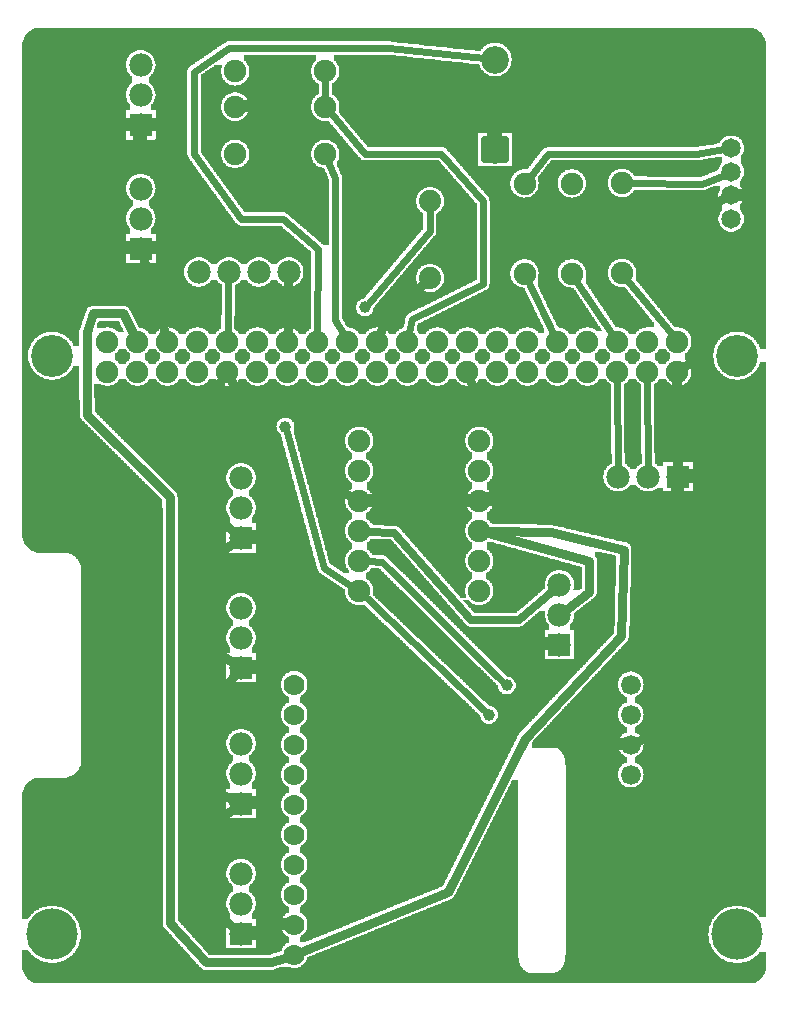
<source format=gtl>
G04 MADE WITH FRITZING*
G04 WWW.FRITZING.ORG*
G04 DOUBLE SIDED*
G04 HOLES PLATED*
G04 CONTOUR ON CENTER OF CONTOUR VECTOR*
%ASAXBY*%
%FSLAX23Y23*%
%MOIN*%
%OFA0B0*%
%SFA1.0B1.0*%
%ADD10C,0.075000*%
%ADD11C,0.092000*%
%ADD12C,0.171260*%
%ADD13C,0.139764*%
%ADD14C,0.075361*%
%ADD15C,0.074803*%
%ADD16C,0.074000*%
%ADD17C,0.065000*%
%ADD18C,0.066111*%
%ADD19C,0.078000*%
%ADD20C,0.070000*%
%ADD21C,0.039370*%
%ADD22R,0.078000X0.078000*%
%ADD23C,0.030000*%
%ADD24C,0.024000*%
%ADD25C,0.032000*%
%ADD26C,0.026000*%
%ADD27C,0.020000*%
%LNCOPPER1*%
G90*
G70*
G54D10*
X851Y3087D03*
X1660Y1364D03*
X1714Y3164D03*
G54D11*
X1615Y2821D03*
X1615Y3121D03*
X1615Y2821D03*
X1615Y3121D03*
G54D12*
X139Y205D03*
G54D13*
X139Y2134D03*
X2422Y2134D03*
G54D12*
X2422Y205D03*
G54D14*
X323Y2081D03*
X423Y2081D03*
X523Y2081D03*
X623Y2081D03*
X723Y2081D03*
X823Y2081D03*
X923Y2081D03*
X1023Y2081D03*
X1123Y2081D03*
X1223Y2081D03*
X1323Y2081D03*
X1423Y2081D03*
X1523Y2081D03*
X1623Y2081D03*
X1723Y2081D03*
X1823Y2081D03*
X1923Y2081D03*
X2023Y2081D03*
X2123Y2081D03*
X2223Y2081D03*
X2223Y2181D03*
X2123Y2181D03*
X2023Y2181D03*
X1923Y2181D03*
X1823Y2181D03*
X1723Y2181D03*
X1623Y2181D03*
X1523Y2181D03*
X1423Y2181D03*
X1323Y2181D03*
X1223Y2181D03*
X1123Y2181D03*
X1023Y2181D03*
X923Y2181D03*
X823Y2181D03*
X723Y2181D03*
X623Y2181D03*
X523Y2181D03*
X423Y2181D03*
X323Y2181D03*
G54D15*
X1163Y1350D03*
X1163Y1850D03*
X1163Y1750D03*
X1163Y1650D03*
X1163Y1550D03*
X1163Y1450D03*
X1563Y1350D03*
X1563Y1850D03*
X1563Y1750D03*
X1563Y1650D03*
X1563Y1550D03*
X1563Y1450D03*
X1163Y1350D03*
X1163Y1850D03*
X1163Y1750D03*
X1163Y1650D03*
X1163Y1550D03*
X1163Y1450D03*
X1563Y1350D03*
X1563Y1850D03*
X1563Y1750D03*
X1563Y1650D03*
X1563Y1550D03*
X1563Y1450D03*
G54D16*
X1399Y2393D03*
X1399Y2649D03*
X1399Y2393D03*
X1399Y2649D03*
X1399Y2393D03*
X1399Y2649D03*
G54D17*
X2403Y2590D03*
X2403Y2669D03*
X2403Y2747D03*
X2403Y2826D03*
X2403Y2590D03*
X2403Y2669D03*
X2403Y2747D03*
X2403Y2826D03*
G54D18*
X2068Y1038D03*
X2068Y938D03*
X2068Y738D03*
X2068Y838D03*
X2068Y1038D03*
X2068Y938D03*
X2068Y738D03*
X2068Y838D03*
G54D19*
X928Y2413D03*
X828Y2413D03*
X728Y2413D03*
X628Y2413D03*
X928Y2413D03*
X828Y2413D03*
X728Y2413D03*
X628Y2413D03*
G54D10*
X749Y2964D03*
X1049Y2964D03*
X749Y2964D03*
X1049Y2964D03*
X749Y2806D03*
X1049Y2806D03*
X749Y2806D03*
X1049Y2806D03*
G54D19*
X434Y2491D03*
X434Y2591D03*
X434Y2691D03*
X434Y2491D03*
X434Y2591D03*
X434Y2691D03*
X434Y2903D03*
X434Y3003D03*
X434Y3103D03*
X434Y2903D03*
X434Y3003D03*
X434Y3103D03*
X769Y208D03*
X769Y308D03*
X769Y408D03*
X769Y208D03*
X769Y308D03*
X769Y408D03*
X769Y641D03*
X769Y741D03*
X769Y841D03*
X769Y641D03*
X769Y741D03*
X769Y841D03*
X769Y1094D03*
X769Y1194D03*
X769Y1294D03*
X769Y1094D03*
X769Y1194D03*
X769Y1294D03*
X769Y1527D03*
X769Y1627D03*
X769Y1727D03*
X769Y1527D03*
X769Y1627D03*
X769Y1727D03*
G54D20*
X946Y1038D03*
X946Y938D03*
X946Y838D03*
X946Y738D03*
X946Y638D03*
X946Y538D03*
X946Y438D03*
X946Y338D03*
X946Y238D03*
X946Y138D03*
X946Y1038D03*
X946Y938D03*
X946Y838D03*
X946Y738D03*
X946Y638D03*
X946Y538D03*
X946Y438D03*
X946Y338D03*
X946Y238D03*
X946Y138D03*
G54D21*
X916Y1898D03*
X1655Y1035D03*
X1596Y936D03*
G54D19*
X1830Y1171D03*
X1830Y1271D03*
X1830Y1371D03*
X1830Y1171D03*
X1830Y1271D03*
X1830Y1371D03*
X2226Y1730D03*
X2126Y1730D03*
X2026Y1730D03*
X2226Y1730D03*
X2126Y1730D03*
X2026Y1730D03*
G54D21*
X1182Y2295D03*
G54D10*
X2039Y2410D03*
X2039Y2710D03*
X2039Y2410D03*
X2039Y2710D03*
X1871Y2408D03*
X1871Y2708D03*
X1871Y2408D03*
X1871Y2708D03*
X1714Y2408D03*
X1714Y2708D03*
X1714Y2408D03*
X1714Y2708D03*
X1049Y3082D03*
X749Y3082D03*
X1049Y3082D03*
X749Y3082D03*
G54D22*
X434Y2491D03*
X434Y2491D03*
X434Y2903D03*
X434Y2903D03*
X769Y208D03*
X769Y208D03*
X769Y641D03*
X769Y641D03*
X769Y1094D03*
X769Y1094D03*
X769Y1527D03*
X769Y1527D03*
X1830Y1171D03*
X1830Y1171D03*
X2226Y1730D03*
X2226Y1730D03*
G54D23*
X651Y701D02*
X651Y956D01*
D02*
X737Y657D02*
X651Y701D01*
D02*
X651Y956D02*
X746Y1067D01*
G54D24*
D02*
X2023Y2050D02*
X2025Y1761D01*
D02*
X2123Y2050D02*
X2125Y1761D01*
D02*
X1726Y2382D02*
X1810Y2210D01*
D02*
X1261Y3160D02*
X1578Y3125D01*
D02*
X613Y3081D02*
X728Y3160D01*
D02*
X1025Y2490D02*
X908Y2590D01*
D02*
X908Y2590D02*
X769Y2590D01*
D02*
X769Y2590D02*
X613Y2805D01*
D02*
X613Y2805D02*
X613Y3081D01*
D02*
X728Y3160D02*
X1261Y3160D01*
D02*
X1023Y2213D02*
X1025Y2490D01*
D02*
X1791Y2807D02*
X2285Y2807D01*
D02*
X2285Y2807D02*
X2379Y2822D01*
D02*
X1731Y2731D02*
X1791Y2807D01*
D02*
X2304Y2707D02*
X2381Y2738D01*
G54D23*
D02*
X2304Y2628D02*
X2376Y2658D01*
D02*
X2304Y2137D02*
X2304Y2628D01*
D02*
X2249Y2099D02*
X2304Y2137D01*
G54D24*
D02*
X2067Y2709D02*
X2304Y2707D01*
G54D23*
D02*
X532Y1663D02*
X256Y1937D01*
D02*
X276Y2275D02*
X376Y2275D01*
D02*
X652Y112D02*
X532Y244D01*
D02*
X256Y1937D02*
X255Y2214D01*
D02*
X868Y112D02*
X652Y112D01*
D02*
X532Y244D02*
X532Y1663D01*
D02*
X255Y2214D02*
X276Y2275D01*
D02*
X376Y2275D02*
X409Y2209D01*
D02*
X917Y128D02*
X868Y112D01*
D02*
X1803Y1545D02*
X2046Y1487D01*
D02*
X1459Y346D02*
X975Y150D01*
D02*
X2046Y1487D02*
X2037Y1199D01*
D02*
X1714Y856D02*
X1459Y346D01*
D02*
X2037Y1199D02*
X1714Y856D01*
D02*
X1594Y1549D02*
X1803Y1545D01*
D02*
X1556Y1996D02*
X1537Y2047D01*
D02*
X1693Y1720D02*
X1693Y1916D01*
D02*
X1693Y1916D02*
X1556Y1996D01*
D02*
X1595Y1667D02*
X1693Y1720D01*
D02*
X739Y621D02*
X651Y561D01*
D02*
X650Y307D02*
X741Y231D01*
D02*
X651Y561D02*
X650Y307D01*
G54D24*
D02*
X1137Y1367D02*
X1045Y1428D01*
D02*
X1045Y1428D02*
X921Y1879D01*
D02*
X727Y2383D02*
X724Y2213D01*
D02*
X1049Y3053D02*
X1049Y2993D01*
D02*
X1083Y2254D02*
X1108Y2209D01*
D02*
X1083Y2725D02*
X1083Y2254D01*
D02*
X1060Y2780D02*
X1083Y2725D01*
D02*
X2006Y2207D02*
X1887Y2384D01*
D02*
X2057Y2387D02*
X2204Y2206D01*
D02*
X1582Y949D02*
X1184Y1329D01*
D02*
X1641Y1048D02*
X1239Y1447D01*
D02*
X1239Y1447D02*
X1193Y1449D01*
G54D23*
D02*
X2226Y1547D02*
X1793Y1642D01*
D02*
X2226Y917D02*
X2226Y1547D01*
D02*
X1793Y1642D02*
X1599Y1649D01*
D02*
X2098Y853D02*
X2226Y917D01*
D02*
X1005Y1978D02*
X1063Y1705D01*
D02*
X1063Y1705D02*
X1131Y1667D01*
D02*
X769Y1976D02*
X1005Y1978D01*
D02*
X738Y2047D02*
X769Y1976D01*
G54D25*
D02*
X2225Y1761D02*
X2223Y2050D01*
G54D23*
D02*
X1929Y1347D02*
X1930Y1449D01*
D02*
X1930Y1449D02*
X1593Y1542D01*
D02*
X1854Y1289D02*
X1929Y1347D01*
G54D26*
D02*
X1694Y1253D02*
X1537Y1252D01*
D02*
X1537Y1252D02*
X1280Y1544D01*
D02*
X1280Y1544D02*
X1193Y1548D01*
D02*
X1808Y1351D02*
X1694Y1253D01*
G54D23*
D02*
X650Y1981D02*
X702Y2051D01*
D02*
X650Y1626D02*
X650Y1981D01*
D02*
X741Y1550D02*
X650Y1626D01*
D02*
X739Y1114D02*
X651Y1173D01*
D02*
X651Y1448D02*
X739Y1507D01*
D02*
X651Y1173D02*
X651Y1448D01*
G54D24*
D02*
X1339Y2255D02*
X1575Y2373D01*
D02*
X1575Y2373D02*
X1575Y2650D01*
D02*
X1330Y2212D02*
X1339Y2255D01*
D02*
X1437Y2808D02*
X1181Y2808D01*
D02*
X1181Y2808D02*
X1068Y2942D01*
D02*
X1575Y2650D02*
X1437Y2808D01*
G54D23*
D02*
X1262Y2274D02*
X1373Y2371D01*
D02*
X1237Y2216D02*
X1262Y2274D01*
D02*
X514Y2211D02*
X473Y2354D01*
D02*
X473Y2354D02*
X442Y2462D01*
D02*
X924Y2213D02*
X927Y2383D01*
G54D24*
D02*
X1194Y2309D02*
X1399Y2551D01*
D02*
X1399Y2551D02*
X1399Y2620D01*
G36*
X778Y3138D02*
X778Y3118D01*
X782Y3118D01*
X782Y3116D01*
X784Y3116D01*
X784Y3114D01*
X786Y3114D01*
X786Y3110D01*
X788Y3110D01*
X788Y3108D01*
X790Y3108D01*
X790Y3104D01*
X792Y3104D01*
X792Y3100D01*
X794Y3100D01*
X794Y3094D01*
X796Y3094D01*
X796Y3070D01*
X794Y3070D01*
X794Y3064D01*
X792Y3064D01*
X792Y3060D01*
X790Y3060D01*
X790Y3056D01*
X788Y3056D01*
X788Y3054D01*
X786Y3054D01*
X786Y3052D01*
X784Y3052D01*
X784Y3050D01*
X782Y3050D01*
X782Y3048D01*
X780Y3048D01*
X780Y3046D01*
X778Y3046D01*
X778Y3044D01*
X776Y3044D01*
X776Y3042D01*
X772Y3042D01*
X772Y3040D01*
X768Y3040D01*
X768Y3038D01*
X762Y3038D01*
X762Y3036D01*
X752Y3036D01*
X752Y3034D01*
X1028Y3034D01*
X1028Y3040D01*
X1026Y3040D01*
X1026Y3042D01*
X1022Y3042D01*
X1022Y3044D01*
X1020Y3044D01*
X1020Y3046D01*
X1018Y3046D01*
X1018Y3048D01*
X1016Y3048D01*
X1016Y3050D01*
X1014Y3050D01*
X1014Y3052D01*
X1012Y3052D01*
X1012Y3054D01*
X1010Y3054D01*
X1010Y3058D01*
X1008Y3058D01*
X1008Y3060D01*
X1006Y3060D01*
X1006Y3066D01*
X1004Y3066D01*
X1004Y3072D01*
X1002Y3072D01*
X1002Y3092D01*
X1004Y3092D01*
X1004Y3100D01*
X1006Y3100D01*
X1006Y3104D01*
X1008Y3104D01*
X1008Y3108D01*
X1010Y3108D01*
X1010Y3110D01*
X1012Y3110D01*
X1012Y3112D01*
X1014Y3112D01*
X1014Y3116D01*
X1016Y3116D01*
X1016Y3118D01*
X1020Y3118D01*
X1020Y3138D01*
X778Y3138D01*
G37*
D02*
G36*
X684Y3104D02*
X684Y3102D01*
X680Y3102D01*
X680Y3100D01*
X678Y3100D01*
X678Y3098D01*
X674Y3098D01*
X674Y3096D01*
X672Y3096D01*
X672Y3094D01*
X668Y3094D01*
X668Y3092D01*
X666Y3092D01*
X666Y3090D01*
X662Y3090D01*
X662Y3088D01*
X660Y3088D01*
X660Y3086D01*
X656Y3086D01*
X656Y3084D01*
X654Y3084D01*
X654Y3082D01*
X650Y3082D01*
X650Y3080D01*
X648Y3080D01*
X648Y3078D01*
X646Y3078D01*
X646Y3076D01*
X642Y3076D01*
X642Y3074D01*
X640Y3074D01*
X640Y3072D01*
X636Y3072D01*
X636Y3070D01*
X634Y3070D01*
X634Y3034D01*
X746Y3034D01*
X746Y3036D01*
X736Y3036D01*
X736Y3038D01*
X730Y3038D01*
X730Y3040D01*
X726Y3040D01*
X726Y3042D01*
X722Y3042D01*
X722Y3044D01*
X720Y3044D01*
X720Y3046D01*
X718Y3046D01*
X718Y3048D01*
X716Y3048D01*
X716Y3050D01*
X714Y3050D01*
X714Y3052D01*
X712Y3052D01*
X712Y3054D01*
X710Y3054D01*
X710Y3058D01*
X708Y3058D01*
X708Y3060D01*
X706Y3060D01*
X706Y3066D01*
X704Y3066D01*
X704Y3072D01*
X702Y3072D01*
X702Y3092D01*
X704Y3092D01*
X704Y3104D01*
X684Y3104D01*
G37*
D02*
G36*
X634Y3034D02*
X634Y3032D01*
X1028Y3032D01*
X1028Y3034D01*
X634Y3034D01*
G37*
D02*
G36*
X634Y3034D02*
X634Y3032D01*
X1028Y3032D01*
X1028Y3034D01*
X634Y3034D01*
G37*
D02*
G36*
X634Y3032D02*
X634Y3012D01*
X756Y3012D01*
X756Y3010D01*
X764Y3010D01*
X764Y3008D01*
X770Y3008D01*
X770Y3006D01*
X772Y3006D01*
X772Y3004D01*
X776Y3004D01*
X776Y3002D01*
X778Y3002D01*
X778Y3000D01*
X782Y3000D01*
X782Y2998D01*
X784Y2998D01*
X784Y2994D01*
X786Y2994D01*
X786Y2992D01*
X788Y2992D01*
X788Y2990D01*
X790Y2990D01*
X790Y2986D01*
X792Y2986D01*
X792Y2982D01*
X794Y2982D01*
X794Y2976D01*
X796Y2976D01*
X796Y2952D01*
X794Y2952D01*
X794Y2946D01*
X792Y2946D01*
X792Y2942D01*
X790Y2942D01*
X790Y2938D01*
X788Y2938D01*
X788Y2936D01*
X786Y2936D01*
X786Y2934D01*
X784Y2934D01*
X784Y2932D01*
X782Y2932D01*
X782Y2930D01*
X780Y2930D01*
X780Y2928D01*
X778Y2928D01*
X778Y2926D01*
X776Y2926D01*
X776Y2924D01*
X772Y2924D01*
X772Y2922D01*
X768Y2922D01*
X768Y2920D01*
X762Y2920D01*
X762Y2918D01*
X754Y2918D01*
X754Y2916D01*
X1044Y2916D01*
X1044Y2918D01*
X1036Y2918D01*
X1036Y2920D01*
X1030Y2920D01*
X1030Y2922D01*
X1026Y2922D01*
X1026Y2924D01*
X1022Y2924D01*
X1022Y2926D01*
X1020Y2926D01*
X1020Y2928D01*
X1018Y2928D01*
X1018Y2930D01*
X1016Y2930D01*
X1016Y2932D01*
X1014Y2932D01*
X1014Y2934D01*
X1012Y2934D01*
X1012Y2936D01*
X1010Y2936D01*
X1010Y2940D01*
X1008Y2940D01*
X1008Y2942D01*
X1006Y2942D01*
X1006Y2946D01*
X1004Y2946D01*
X1004Y2954D01*
X1002Y2954D01*
X1002Y2974D01*
X1004Y2974D01*
X1004Y2982D01*
X1006Y2982D01*
X1006Y2986D01*
X1008Y2986D01*
X1008Y2990D01*
X1010Y2990D01*
X1010Y2992D01*
X1012Y2992D01*
X1012Y2994D01*
X1014Y2994D01*
X1014Y2998D01*
X1016Y2998D01*
X1016Y3000D01*
X1020Y3000D01*
X1020Y3002D01*
X1022Y3002D01*
X1022Y3004D01*
X1026Y3004D01*
X1026Y3006D01*
X1028Y3006D01*
X1028Y3032D01*
X634Y3032D01*
G37*
D02*
G36*
X634Y3012D02*
X634Y2916D01*
X744Y2916D01*
X744Y2918D01*
X736Y2918D01*
X736Y2920D01*
X730Y2920D01*
X730Y2922D01*
X726Y2922D01*
X726Y2924D01*
X722Y2924D01*
X722Y2926D01*
X720Y2926D01*
X720Y2928D01*
X718Y2928D01*
X718Y2930D01*
X716Y2930D01*
X716Y2932D01*
X714Y2932D01*
X714Y2934D01*
X712Y2934D01*
X712Y2936D01*
X710Y2936D01*
X710Y2940D01*
X708Y2940D01*
X708Y2942D01*
X706Y2942D01*
X706Y2946D01*
X704Y2946D01*
X704Y2954D01*
X702Y2954D01*
X702Y2974D01*
X704Y2974D01*
X704Y2982D01*
X706Y2982D01*
X706Y2986D01*
X708Y2986D01*
X708Y2990D01*
X710Y2990D01*
X710Y2992D01*
X712Y2992D01*
X712Y2994D01*
X714Y2994D01*
X714Y2998D01*
X716Y2998D01*
X716Y3000D01*
X720Y3000D01*
X720Y3002D01*
X722Y3002D01*
X722Y3004D01*
X726Y3004D01*
X726Y3006D01*
X728Y3006D01*
X728Y3008D01*
X734Y3008D01*
X734Y3010D01*
X742Y3010D01*
X742Y3012D01*
X634Y3012D01*
G37*
D02*
G36*
X634Y2916D02*
X634Y2914D01*
X1062Y2914D01*
X1062Y2916D01*
X634Y2916D01*
G37*
D02*
G36*
X634Y2916D02*
X634Y2914D01*
X1062Y2914D01*
X1062Y2916D01*
X634Y2916D01*
G37*
D02*
G36*
X634Y2914D02*
X634Y2854D01*
X1060Y2854D01*
X1060Y2852D01*
X1066Y2852D01*
X1066Y2850D01*
X1070Y2850D01*
X1070Y2848D01*
X1074Y2848D01*
X1074Y2846D01*
X1076Y2846D01*
X1076Y2844D01*
X1080Y2844D01*
X1080Y2842D01*
X1082Y2842D01*
X1082Y2840D01*
X1084Y2840D01*
X1084Y2838D01*
X1086Y2838D01*
X1086Y2836D01*
X1088Y2836D01*
X1088Y2832D01*
X1090Y2832D01*
X1090Y2828D01*
X1092Y2828D01*
X1092Y2824D01*
X1094Y2824D01*
X1094Y2818D01*
X1096Y2818D01*
X1096Y2796D01*
X1094Y2796D01*
X1094Y2788D01*
X1092Y2788D01*
X1092Y2784D01*
X1090Y2784D01*
X1090Y2764D01*
X1092Y2764D01*
X1092Y2760D01*
X1094Y2760D01*
X1094Y2754D01*
X1096Y2754D01*
X1096Y2750D01*
X1098Y2750D01*
X1098Y2746D01*
X1100Y2746D01*
X1100Y2740D01*
X1102Y2740D01*
X1102Y2736D01*
X1104Y2736D01*
X1104Y2730D01*
X1106Y2730D01*
X1106Y2696D01*
X1408Y2696D01*
X1408Y2694D01*
X1416Y2694D01*
X1416Y2692D01*
X1420Y2692D01*
X1420Y2690D01*
X1424Y2690D01*
X1424Y2688D01*
X1426Y2688D01*
X1426Y2686D01*
X1428Y2686D01*
X1428Y2684D01*
X1432Y2684D01*
X1432Y2682D01*
X1434Y2682D01*
X1434Y2678D01*
X1436Y2678D01*
X1436Y2676D01*
X1438Y2676D01*
X1438Y2674D01*
X1440Y2674D01*
X1440Y2670D01*
X1442Y2670D01*
X1442Y2664D01*
X1444Y2664D01*
X1444Y2656D01*
X1446Y2656D01*
X1446Y2642D01*
X1444Y2642D01*
X1444Y2634D01*
X1442Y2634D01*
X1442Y2630D01*
X1440Y2630D01*
X1440Y2626D01*
X1438Y2626D01*
X1438Y2622D01*
X1436Y2622D01*
X1436Y2620D01*
X1434Y2620D01*
X1434Y2618D01*
X1432Y2618D01*
X1432Y2616D01*
X1430Y2616D01*
X1430Y2614D01*
X1428Y2614D01*
X1428Y2612D01*
X1426Y2612D01*
X1426Y2610D01*
X1422Y2610D01*
X1422Y2608D01*
X1420Y2608D01*
X1420Y2542D01*
X1418Y2542D01*
X1418Y2538D01*
X1416Y2538D01*
X1416Y2536D01*
X1414Y2536D01*
X1414Y2534D01*
X1412Y2534D01*
X1412Y2532D01*
X1410Y2532D01*
X1410Y2528D01*
X1408Y2528D01*
X1408Y2526D01*
X1406Y2526D01*
X1406Y2524D01*
X1404Y2524D01*
X1404Y2522D01*
X1402Y2522D01*
X1402Y2520D01*
X1400Y2520D01*
X1400Y2518D01*
X1398Y2518D01*
X1398Y2514D01*
X1396Y2514D01*
X1396Y2512D01*
X1394Y2512D01*
X1394Y2510D01*
X1392Y2510D01*
X1392Y2508D01*
X1390Y2508D01*
X1390Y2506D01*
X1388Y2506D01*
X1388Y2504D01*
X1386Y2504D01*
X1386Y2500D01*
X1384Y2500D01*
X1384Y2498D01*
X1382Y2498D01*
X1382Y2496D01*
X1380Y2496D01*
X1380Y2494D01*
X1378Y2494D01*
X1378Y2492D01*
X1376Y2492D01*
X1376Y2488D01*
X1374Y2488D01*
X1374Y2486D01*
X1372Y2486D01*
X1372Y2484D01*
X1370Y2484D01*
X1370Y2482D01*
X1368Y2482D01*
X1368Y2480D01*
X1366Y2480D01*
X1366Y2478D01*
X1364Y2478D01*
X1364Y2474D01*
X1362Y2474D01*
X1362Y2472D01*
X1360Y2472D01*
X1360Y2470D01*
X1358Y2470D01*
X1358Y2468D01*
X1356Y2468D01*
X1356Y2466D01*
X1354Y2466D01*
X1354Y2462D01*
X1352Y2462D01*
X1352Y2460D01*
X1350Y2460D01*
X1350Y2458D01*
X1348Y2458D01*
X1348Y2456D01*
X1346Y2456D01*
X1346Y2454D01*
X1344Y2454D01*
X1344Y2452D01*
X1342Y2452D01*
X1342Y2448D01*
X1340Y2448D01*
X1340Y2446D01*
X1338Y2446D01*
X1338Y2444D01*
X1336Y2444D01*
X1336Y2442D01*
X1334Y2442D01*
X1334Y2440D01*
X1410Y2440D01*
X1410Y2438D01*
X1416Y2438D01*
X1416Y2436D01*
X1420Y2436D01*
X1420Y2434D01*
X1424Y2434D01*
X1424Y2432D01*
X1426Y2432D01*
X1426Y2430D01*
X1428Y2430D01*
X1428Y2428D01*
X1432Y2428D01*
X1432Y2426D01*
X1434Y2426D01*
X1434Y2422D01*
X1436Y2422D01*
X1436Y2420D01*
X1438Y2420D01*
X1438Y2418D01*
X1440Y2418D01*
X1440Y2414D01*
X1442Y2414D01*
X1442Y2408D01*
X1444Y2408D01*
X1444Y2400D01*
X1446Y2400D01*
X1446Y2386D01*
X1444Y2386D01*
X1444Y2378D01*
X1442Y2378D01*
X1442Y2374D01*
X1440Y2374D01*
X1440Y2370D01*
X1438Y2370D01*
X1438Y2366D01*
X1436Y2366D01*
X1436Y2364D01*
X1434Y2364D01*
X1434Y2362D01*
X1432Y2362D01*
X1432Y2360D01*
X1430Y2360D01*
X1430Y2358D01*
X1428Y2358D01*
X1428Y2356D01*
X1426Y2356D01*
X1426Y2354D01*
X1422Y2354D01*
X1422Y2352D01*
X1418Y2352D01*
X1418Y2350D01*
X1414Y2350D01*
X1414Y2348D01*
X1406Y2348D01*
X1406Y2346D01*
X1474Y2346D01*
X1474Y2348D01*
X1478Y2348D01*
X1478Y2350D01*
X1482Y2350D01*
X1482Y2352D01*
X1486Y2352D01*
X1486Y2354D01*
X1490Y2354D01*
X1490Y2356D01*
X1494Y2356D01*
X1494Y2358D01*
X1498Y2358D01*
X1498Y2360D01*
X1502Y2360D01*
X1502Y2362D01*
X1506Y2362D01*
X1506Y2364D01*
X1510Y2364D01*
X1510Y2366D01*
X1514Y2366D01*
X1514Y2368D01*
X1518Y2368D01*
X1518Y2370D01*
X1522Y2370D01*
X1522Y2372D01*
X1526Y2372D01*
X1526Y2374D01*
X1530Y2374D01*
X1530Y2376D01*
X1534Y2376D01*
X1534Y2378D01*
X1538Y2378D01*
X1538Y2380D01*
X1542Y2380D01*
X1542Y2382D01*
X1546Y2382D01*
X1546Y2384D01*
X1550Y2384D01*
X1550Y2386D01*
X1554Y2386D01*
X1554Y2642D01*
X1552Y2642D01*
X1552Y2644D01*
X1550Y2644D01*
X1550Y2646D01*
X1548Y2646D01*
X1548Y2648D01*
X1546Y2648D01*
X1546Y2650D01*
X1544Y2650D01*
X1544Y2654D01*
X1542Y2654D01*
X1542Y2656D01*
X1540Y2656D01*
X1540Y2658D01*
X1538Y2658D01*
X1538Y2660D01*
X1536Y2660D01*
X1536Y2662D01*
X1534Y2662D01*
X1534Y2664D01*
X1532Y2664D01*
X1532Y2666D01*
X1530Y2666D01*
X1530Y2670D01*
X1528Y2670D01*
X1528Y2672D01*
X1526Y2672D01*
X1526Y2674D01*
X1524Y2674D01*
X1524Y2676D01*
X1522Y2676D01*
X1522Y2678D01*
X1520Y2678D01*
X1520Y2680D01*
X1518Y2680D01*
X1518Y2684D01*
X1516Y2684D01*
X1516Y2686D01*
X1514Y2686D01*
X1514Y2688D01*
X1512Y2688D01*
X1512Y2690D01*
X1510Y2690D01*
X1510Y2692D01*
X1508Y2692D01*
X1508Y2694D01*
X1506Y2694D01*
X1506Y2696D01*
X1504Y2696D01*
X1504Y2700D01*
X1502Y2700D01*
X1502Y2702D01*
X1500Y2702D01*
X1500Y2704D01*
X1498Y2704D01*
X1498Y2706D01*
X1496Y2706D01*
X1496Y2708D01*
X1494Y2708D01*
X1494Y2710D01*
X1492Y2710D01*
X1492Y2712D01*
X1490Y2712D01*
X1490Y2716D01*
X1488Y2716D01*
X1488Y2718D01*
X1486Y2718D01*
X1486Y2720D01*
X1484Y2720D01*
X1484Y2722D01*
X1482Y2722D01*
X1482Y2724D01*
X1480Y2724D01*
X1480Y2726D01*
X1478Y2726D01*
X1478Y2728D01*
X1476Y2728D01*
X1476Y2732D01*
X1474Y2732D01*
X1474Y2734D01*
X1472Y2734D01*
X1472Y2736D01*
X1470Y2736D01*
X1470Y2738D01*
X1468Y2738D01*
X1468Y2740D01*
X1466Y2740D01*
X1466Y2742D01*
X1464Y2742D01*
X1464Y2746D01*
X1462Y2746D01*
X1462Y2748D01*
X1460Y2748D01*
X1460Y2750D01*
X1458Y2750D01*
X1458Y2752D01*
X1456Y2752D01*
X1456Y2754D01*
X1454Y2754D01*
X1454Y2756D01*
X1452Y2756D01*
X1452Y2758D01*
X1450Y2758D01*
X1450Y2762D01*
X1448Y2762D01*
X1448Y2764D01*
X1446Y2764D01*
X1446Y2766D01*
X1444Y2766D01*
X1444Y2768D01*
X1442Y2768D01*
X1442Y2770D01*
X1440Y2770D01*
X1440Y2772D01*
X1438Y2772D01*
X1438Y2774D01*
X1436Y2774D01*
X1436Y2778D01*
X1434Y2778D01*
X1434Y2780D01*
X1432Y2780D01*
X1432Y2782D01*
X1430Y2782D01*
X1430Y2784D01*
X1428Y2784D01*
X1428Y2786D01*
X1174Y2786D01*
X1174Y2788D01*
X1170Y2788D01*
X1170Y2790D01*
X1168Y2790D01*
X1168Y2792D01*
X1166Y2792D01*
X1166Y2794D01*
X1164Y2794D01*
X1164Y2796D01*
X1162Y2796D01*
X1162Y2798D01*
X1160Y2798D01*
X1160Y2800D01*
X1158Y2800D01*
X1158Y2802D01*
X1156Y2802D01*
X1156Y2804D01*
X1154Y2804D01*
X1154Y2808D01*
X1152Y2808D01*
X1152Y2810D01*
X1150Y2810D01*
X1150Y2812D01*
X1148Y2812D01*
X1148Y2814D01*
X1146Y2814D01*
X1146Y2816D01*
X1144Y2816D01*
X1144Y2818D01*
X1142Y2818D01*
X1142Y2822D01*
X1140Y2822D01*
X1140Y2824D01*
X1138Y2824D01*
X1138Y2826D01*
X1136Y2826D01*
X1136Y2828D01*
X1134Y2828D01*
X1134Y2830D01*
X1132Y2830D01*
X1132Y2834D01*
X1130Y2834D01*
X1130Y2836D01*
X1128Y2836D01*
X1128Y2838D01*
X1126Y2838D01*
X1126Y2840D01*
X1124Y2840D01*
X1124Y2842D01*
X1122Y2842D01*
X1122Y2844D01*
X1120Y2844D01*
X1120Y2848D01*
X1118Y2848D01*
X1118Y2850D01*
X1116Y2850D01*
X1116Y2852D01*
X1114Y2852D01*
X1114Y2854D01*
X1112Y2854D01*
X1112Y2856D01*
X1110Y2856D01*
X1110Y2860D01*
X1108Y2860D01*
X1108Y2862D01*
X1106Y2862D01*
X1106Y2864D01*
X1104Y2864D01*
X1104Y2866D01*
X1102Y2866D01*
X1102Y2868D01*
X1100Y2868D01*
X1100Y2872D01*
X1098Y2872D01*
X1098Y2874D01*
X1096Y2874D01*
X1096Y2876D01*
X1094Y2876D01*
X1094Y2878D01*
X1092Y2878D01*
X1092Y2880D01*
X1090Y2880D01*
X1090Y2882D01*
X1088Y2882D01*
X1088Y2886D01*
X1086Y2886D01*
X1086Y2888D01*
X1084Y2888D01*
X1084Y2890D01*
X1082Y2890D01*
X1082Y2892D01*
X1080Y2892D01*
X1080Y2894D01*
X1078Y2894D01*
X1078Y2898D01*
X1076Y2898D01*
X1076Y2900D01*
X1074Y2900D01*
X1074Y2902D01*
X1072Y2902D01*
X1072Y2904D01*
X1070Y2904D01*
X1070Y2906D01*
X1068Y2906D01*
X1068Y2908D01*
X1066Y2908D01*
X1066Y2912D01*
X1064Y2912D01*
X1064Y2914D01*
X634Y2914D01*
G37*
D02*
G36*
X634Y2854D02*
X634Y2812D01*
X636Y2812D01*
X636Y2810D01*
X638Y2810D01*
X638Y2806D01*
X640Y2806D01*
X640Y2804D01*
X642Y2804D01*
X642Y2800D01*
X644Y2800D01*
X644Y2798D01*
X646Y2798D01*
X646Y2796D01*
X648Y2796D01*
X648Y2792D01*
X650Y2792D01*
X650Y2790D01*
X652Y2790D01*
X652Y2788D01*
X654Y2788D01*
X654Y2784D01*
X656Y2784D01*
X656Y2782D01*
X658Y2782D01*
X658Y2778D01*
X660Y2778D01*
X660Y2776D01*
X662Y2776D01*
X662Y2774D01*
X664Y2774D01*
X664Y2770D01*
X666Y2770D01*
X666Y2768D01*
X668Y2768D01*
X668Y2766D01*
X670Y2766D01*
X670Y2762D01*
X672Y2762D01*
X672Y2760D01*
X738Y2760D01*
X738Y2762D01*
X730Y2762D01*
X730Y2764D01*
X726Y2764D01*
X726Y2766D01*
X724Y2766D01*
X724Y2768D01*
X720Y2768D01*
X720Y2770D01*
X718Y2770D01*
X718Y2772D01*
X716Y2772D01*
X716Y2774D01*
X714Y2774D01*
X714Y2776D01*
X712Y2776D01*
X712Y2778D01*
X710Y2778D01*
X710Y2782D01*
X708Y2782D01*
X708Y2786D01*
X706Y2786D01*
X706Y2790D01*
X704Y2790D01*
X704Y2796D01*
X702Y2796D01*
X702Y2818D01*
X704Y2818D01*
X704Y2824D01*
X706Y2824D01*
X706Y2828D01*
X708Y2828D01*
X708Y2832D01*
X710Y2832D01*
X710Y2834D01*
X712Y2834D01*
X712Y2838D01*
X714Y2838D01*
X714Y2840D01*
X716Y2840D01*
X716Y2842D01*
X718Y2842D01*
X718Y2844D01*
X722Y2844D01*
X722Y2846D01*
X724Y2846D01*
X724Y2848D01*
X728Y2848D01*
X728Y2850D01*
X732Y2850D01*
X732Y2852D01*
X740Y2852D01*
X740Y2854D01*
X634Y2854D01*
G37*
D02*
G36*
X760Y2854D02*
X760Y2852D01*
X766Y2852D01*
X766Y2850D01*
X770Y2850D01*
X770Y2848D01*
X774Y2848D01*
X774Y2846D01*
X776Y2846D01*
X776Y2844D01*
X780Y2844D01*
X780Y2842D01*
X782Y2842D01*
X782Y2840D01*
X784Y2840D01*
X784Y2838D01*
X786Y2838D01*
X786Y2836D01*
X788Y2836D01*
X788Y2832D01*
X790Y2832D01*
X790Y2828D01*
X792Y2828D01*
X792Y2824D01*
X794Y2824D01*
X794Y2818D01*
X796Y2818D01*
X796Y2796D01*
X794Y2796D01*
X794Y2788D01*
X792Y2788D01*
X792Y2784D01*
X790Y2784D01*
X790Y2782D01*
X788Y2782D01*
X788Y2778D01*
X786Y2778D01*
X786Y2776D01*
X784Y2776D01*
X784Y2774D01*
X782Y2774D01*
X782Y2772D01*
X780Y2772D01*
X780Y2770D01*
X778Y2770D01*
X778Y2768D01*
X774Y2768D01*
X774Y2766D01*
X772Y2766D01*
X772Y2764D01*
X768Y2764D01*
X768Y2762D01*
X760Y2762D01*
X760Y2760D01*
X1038Y2760D01*
X1038Y2762D01*
X1030Y2762D01*
X1030Y2764D01*
X1026Y2764D01*
X1026Y2766D01*
X1024Y2766D01*
X1024Y2768D01*
X1020Y2768D01*
X1020Y2770D01*
X1018Y2770D01*
X1018Y2772D01*
X1016Y2772D01*
X1016Y2774D01*
X1014Y2774D01*
X1014Y2776D01*
X1012Y2776D01*
X1012Y2778D01*
X1010Y2778D01*
X1010Y2782D01*
X1008Y2782D01*
X1008Y2786D01*
X1006Y2786D01*
X1006Y2790D01*
X1004Y2790D01*
X1004Y2796D01*
X1002Y2796D01*
X1002Y2818D01*
X1004Y2818D01*
X1004Y2824D01*
X1006Y2824D01*
X1006Y2828D01*
X1008Y2828D01*
X1008Y2832D01*
X1010Y2832D01*
X1010Y2834D01*
X1012Y2834D01*
X1012Y2838D01*
X1014Y2838D01*
X1014Y2840D01*
X1016Y2840D01*
X1016Y2842D01*
X1018Y2842D01*
X1018Y2844D01*
X1022Y2844D01*
X1022Y2846D01*
X1024Y2846D01*
X1024Y2848D01*
X1028Y2848D01*
X1028Y2850D01*
X1032Y2850D01*
X1032Y2852D01*
X1040Y2852D01*
X1040Y2854D01*
X760Y2854D01*
G37*
D02*
G36*
X674Y2760D02*
X674Y2758D01*
X1046Y2758D01*
X1046Y2760D01*
X674Y2760D01*
G37*
D02*
G36*
X674Y2760D02*
X674Y2758D01*
X1046Y2758D01*
X1046Y2760D01*
X674Y2760D01*
G37*
D02*
G36*
X674Y2758D02*
X674Y2756D01*
X676Y2756D01*
X676Y2754D01*
X678Y2754D01*
X678Y2752D01*
X680Y2752D01*
X680Y2748D01*
X682Y2748D01*
X682Y2746D01*
X684Y2746D01*
X684Y2744D01*
X686Y2744D01*
X686Y2740D01*
X688Y2740D01*
X688Y2738D01*
X690Y2738D01*
X690Y2734D01*
X692Y2734D01*
X692Y2732D01*
X694Y2732D01*
X694Y2730D01*
X696Y2730D01*
X696Y2726D01*
X698Y2726D01*
X698Y2724D01*
X700Y2724D01*
X700Y2722D01*
X702Y2722D01*
X702Y2718D01*
X704Y2718D01*
X704Y2716D01*
X706Y2716D01*
X706Y2712D01*
X708Y2712D01*
X708Y2710D01*
X710Y2710D01*
X710Y2708D01*
X712Y2708D01*
X712Y2704D01*
X714Y2704D01*
X714Y2702D01*
X716Y2702D01*
X716Y2700D01*
X718Y2700D01*
X718Y2696D01*
X720Y2696D01*
X720Y2694D01*
X722Y2694D01*
X722Y2690D01*
X724Y2690D01*
X724Y2688D01*
X726Y2688D01*
X726Y2686D01*
X728Y2686D01*
X728Y2682D01*
X730Y2682D01*
X730Y2680D01*
X732Y2680D01*
X732Y2678D01*
X734Y2678D01*
X734Y2674D01*
X736Y2674D01*
X736Y2672D01*
X738Y2672D01*
X738Y2668D01*
X740Y2668D01*
X740Y2666D01*
X742Y2666D01*
X742Y2664D01*
X744Y2664D01*
X744Y2660D01*
X746Y2660D01*
X746Y2658D01*
X748Y2658D01*
X748Y2656D01*
X750Y2656D01*
X750Y2652D01*
X752Y2652D01*
X752Y2650D01*
X754Y2650D01*
X754Y2648D01*
X756Y2648D01*
X756Y2644D01*
X758Y2644D01*
X758Y2642D01*
X760Y2642D01*
X760Y2638D01*
X762Y2638D01*
X762Y2636D01*
X764Y2636D01*
X764Y2634D01*
X766Y2634D01*
X766Y2630D01*
X768Y2630D01*
X768Y2628D01*
X770Y2628D01*
X770Y2626D01*
X772Y2626D01*
X772Y2622D01*
X774Y2622D01*
X774Y2620D01*
X776Y2620D01*
X776Y2616D01*
X778Y2616D01*
X778Y2614D01*
X780Y2614D01*
X780Y2612D01*
X916Y2612D01*
X916Y2610D01*
X920Y2610D01*
X920Y2608D01*
X922Y2608D01*
X922Y2606D01*
X924Y2606D01*
X924Y2604D01*
X926Y2604D01*
X926Y2602D01*
X930Y2602D01*
X930Y2600D01*
X932Y2600D01*
X932Y2598D01*
X934Y2598D01*
X934Y2596D01*
X936Y2596D01*
X936Y2594D01*
X938Y2594D01*
X938Y2592D01*
X940Y2592D01*
X940Y2590D01*
X944Y2590D01*
X944Y2588D01*
X946Y2588D01*
X946Y2586D01*
X948Y2586D01*
X948Y2584D01*
X950Y2584D01*
X950Y2582D01*
X952Y2582D01*
X952Y2580D01*
X954Y2580D01*
X954Y2578D01*
X958Y2578D01*
X958Y2576D01*
X960Y2576D01*
X960Y2574D01*
X962Y2574D01*
X962Y2572D01*
X964Y2572D01*
X964Y2570D01*
X966Y2570D01*
X966Y2568D01*
X970Y2568D01*
X970Y2566D01*
X972Y2566D01*
X972Y2564D01*
X974Y2564D01*
X974Y2562D01*
X976Y2562D01*
X976Y2560D01*
X978Y2560D01*
X978Y2558D01*
X980Y2558D01*
X980Y2556D01*
X984Y2556D01*
X984Y2554D01*
X986Y2554D01*
X986Y2552D01*
X988Y2552D01*
X988Y2550D01*
X990Y2550D01*
X990Y2548D01*
X992Y2548D01*
X992Y2546D01*
X994Y2546D01*
X994Y2544D01*
X998Y2544D01*
X998Y2542D01*
X1000Y2542D01*
X1000Y2540D01*
X1002Y2540D01*
X1002Y2538D01*
X1004Y2538D01*
X1004Y2536D01*
X1006Y2536D01*
X1006Y2534D01*
X1008Y2534D01*
X1008Y2532D01*
X1012Y2532D01*
X1012Y2530D01*
X1014Y2530D01*
X1014Y2528D01*
X1016Y2528D01*
X1016Y2526D01*
X1018Y2526D01*
X1018Y2524D01*
X1020Y2524D01*
X1020Y2522D01*
X1022Y2522D01*
X1022Y2520D01*
X1026Y2520D01*
X1026Y2518D01*
X1028Y2518D01*
X1028Y2516D01*
X1030Y2516D01*
X1030Y2514D01*
X1032Y2514D01*
X1032Y2512D01*
X1034Y2512D01*
X1034Y2510D01*
X1036Y2510D01*
X1036Y2508D01*
X1040Y2508D01*
X1040Y2506D01*
X1042Y2506D01*
X1042Y2502D01*
X1062Y2502D01*
X1062Y2722D01*
X1060Y2722D01*
X1060Y2726D01*
X1058Y2726D01*
X1058Y2732D01*
X1056Y2732D01*
X1056Y2736D01*
X1054Y2736D01*
X1054Y2742D01*
X1052Y2742D01*
X1052Y2746D01*
X1050Y2746D01*
X1050Y2750D01*
X1048Y2750D01*
X1048Y2756D01*
X1046Y2756D01*
X1046Y2758D01*
X674Y2758D01*
G37*
D02*
G36*
X1106Y2696D02*
X1106Y2266D01*
X1172Y2266D01*
X1172Y2268D01*
X1168Y2268D01*
X1168Y2270D01*
X1164Y2270D01*
X1164Y2272D01*
X1162Y2272D01*
X1162Y2274D01*
X1160Y2274D01*
X1160Y2276D01*
X1158Y2276D01*
X1158Y2278D01*
X1156Y2278D01*
X1156Y2282D01*
X1154Y2282D01*
X1154Y2288D01*
X1152Y2288D01*
X1152Y2302D01*
X1154Y2302D01*
X1154Y2308D01*
X1156Y2308D01*
X1156Y2312D01*
X1158Y2312D01*
X1158Y2314D01*
X1160Y2314D01*
X1160Y2316D01*
X1162Y2316D01*
X1162Y2318D01*
X1164Y2318D01*
X1164Y2320D01*
X1168Y2320D01*
X1168Y2322D01*
X1172Y2322D01*
X1172Y2324D01*
X1178Y2324D01*
X1178Y2326D01*
X1180Y2326D01*
X1180Y2328D01*
X1182Y2328D01*
X1182Y2330D01*
X1184Y2330D01*
X1184Y2332D01*
X1186Y2332D01*
X1186Y2336D01*
X1188Y2336D01*
X1188Y2338D01*
X1190Y2338D01*
X1190Y2340D01*
X1192Y2340D01*
X1192Y2342D01*
X1194Y2342D01*
X1194Y2344D01*
X1196Y2344D01*
X1196Y2348D01*
X1198Y2348D01*
X1198Y2350D01*
X1200Y2350D01*
X1200Y2352D01*
X1202Y2352D01*
X1202Y2354D01*
X1204Y2354D01*
X1204Y2356D01*
X1206Y2356D01*
X1206Y2358D01*
X1208Y2358D01*
X1208Y2362D01*
X1210Y2362D01*
X1210Y2364D01*
X1212Y2364D01*
X1212Y2366D01*
X1214Y2366D01*
X1214Y2368D01*
X1216Y2368D01*
X1216Y2370D01*
X1218Y2370D01*
X1218Y2374D01*
X1220Y2374D01*
X1220Y2376D01*
X1222Y2376D01*
X1222Y2378D01*
X1224Y2378D01*
X1224Y2380D01*
X1226Y2380D01*
X1226Y2382D01*
X1228Y2382D01*
X1228Y2384D01*
X1230Y2384D01*
X1230Y2388D01*
X1232Y2388D01*
X1232Y2390D01*
X1234Y2390D01*
X1234Y2392D01*
X1236Y2392D01*
X1236Y2394D01*
X1238Y2394D01*
X1238Y2396D01*
X1240Y2396D01*
X1240Y2398D01*
X1242Y2398D01*
X1242Y2402D01*
X1244Y2402D01*
X1244Y2404D01*
X1246Y2404D01*
X1246Y2406D01*
X1248Y2406D01*
X1248Y2408D01*
X1250Y2408D01*
X1250Y2410D01*
X1252Y2410D01*
X1252Y2414D01*
X1254Y2414D01*
X1254Y2416D01*
X1256Y2416D01*
X1256Y2418D01*
X1258Y2418D01*
X1258Y2420D01*
X1260Y2420D01*
X1260Y2422D01*
X1262Y2422D01*
X1262Y2424D01*
X1264Y2424D01*
X1264Y2428D01*
X1266Y2428D01*
X1266Y2430D01*
X1268Y2430D01*
X1268Y2432D01*
X1270Y2432D01*
X1270Y2434D01*
X1272Y2434D01*
X1272Y2436D01*
X1274Y2436D01*
X1274Y2440D01*
X1276Y2440D01*
X1276Y2442D01*
X1278Y2442D01*
X1278Y2444D01*
X1280Y2444D01*
X1280Y2446D01*
X1282Y2446D01*
X1282Y2448D01*
X1284Y2448D01*
X1284Y2450D01*
X1286Y2450D01*
X1286Y2454D01*
X1288Y2454D01*
X1288Y2456D01*
X1290Y2456D01*
X1290Y2458D01*
X1292Y2458D01*
X1292Y2460D01*
X1294Y2460D01*
X1294Y2462D01*
X1296Y2462D01*
X1296Y2466D01*
X1298Y2466D01*
X1298Y2468D01*
X1300Y2468D01*
X1300Y2470D01*
X1302Y2470D01*
X1302Y2472D01*
X1304Y2472D01*
X1304Y2474D01*
X1306Y2474D01*
X1306Y2476D01*
X1308Y2476D01*
X1308Y2480D01*
X1310Y2480D01*
X1310Y2482D01*
X1312Y2482D01*
X1312Y2484D01*
X1314Y2484D01*
X1314Y2486D01*
X1316Y2486D01*
X1316Y2488D01*
X1318Y2488D01*
X1318Y2490D01*
X1320Y2490D01*
X1320Y2494D01*
X1322Y2494D01*
X1322Y2496D01*
X1324Y2496D01*
X1324Y2498D01*
X1326Y2498D01*
X1326Y2500D01*
X1328Y2500D01*
X1328Y2502D01*
X1330Y2502D01*
X1330Y2506D01*
X1332Y2506D01*
X1332Y2508D01*
X1334Y2508D01*
X1334Y2510D01*
X1336Y2510D01*
X1336Y2512D01*
X1338Y2512D01*
X1338Y2514D01*
X1340Y2514D01*
X1340Y2516D01*
X1342Y2516D01*
X1342Y2520D01*
X1344Y2520D01*
X1344Y2522D01*
X1346Y2522D01*
X1346Y2524D01*
X1348Y2524D01*
X1348Y2526D01*
X1350Y2526D01*
X1350Y2528D01*
X1352Y2528D01*
X1352Y2532D01*
X1354Y2532D01*
X1354Y2534D01*
X1356Y2534D01*
X1356Y2536D01*
X1358Y2536D01*
X1358Y2538D01*
X1360Y2538D01*
X1360Y2540D01*
X1362Y2540D01*
X1362Y2542D01*
X1364Y2542D01*
X1364Y2546D01*
X1366Y2546D01*
X1366Y2548D01*
X1368Y2548D01*
X1368Y2550D01*
X1370Y2550D01*
X1370Y2552D01*
X1372Y2552D01*
X1372Y2554D01*
X1374Y2554D01*
X1374Y2556D01*
X1376Y2556D01*
X1376Y2608D01*
X1374Y2608D01*
X1374Y2610D01*
X1372Y2610D01*
X1372Y2612D01*
X1370Y2612D01*
X1370Y2614D01*
X1366Y2614D01*
X1366Y2616D01*
X1364Y2616D01*
X1364Y2620D01*
X1362Y2620D01*
X1362Y2622D01*
X1360Y2622D01*
X1360Y2624D01*
X1358Y2624D01*
X1358Y2628D01*
X1356Y2628D01*
X1356Y2632D01*
X1354Y2632D01*
X1354Y2640D01*
X1352Y2640D01*
X1352Y2660D01*
X1354Y2660D01*
X1354Y2666D01*
X1356Y2666D01*
X1356Y2670D01*
X1358Y2670D01*
X1358Y2674D01*
X1360Y2674D01*
X1360Y2676D01*
X1362Y2676D01*
X1362Y2680D01*
X1364Y2680D01*
X1364Y2682D01*
X1366Y2682D01*
X1366Y2684D01*
X1368Y2684D01*
X1368Y2686D01*
X1372Y2686D01*
X1372Y2688D01*
X1374Y2688D01*
X1374Y2690D01*
X1378Y2690D01*
X1378Y2692D01*
X1382Y2692D01*
X1382Y2694D01*
X1388Y2694D01*
X1388Y2696D01*
X1106Y2696D01*
G37*
D02*
G36*
X1332Y2440D02*
X1332Y2438D01*
X1330Y2438D01*
X1330Y2434D01*
X1328Y2434D01*
X1328Y2432D01*
X1326Y2432D01*
X1326Y2430D01*
X1324Y2430D01*
X1324Y2428D01*
X1322Y2428D01*
X1322Y2426D01*
X1320Y2426D01*
X1320Y2422D01*
X1318Y2422D01*
X1318Y2420D01*
X1316Y2420D01*
X1316Y2418D01*
X1314Y2418D01*
X1314Y2416D01*
X1312Y2416D01*
X1312Y2414D01*
X1310Y2414D01*
X1310Y2412D01*
X1308Y2412D01*
X1308Y2408D01*
X1306Y2408D01*
X1306Y2406D01*
X1304Y2406D01*
X1304Y2404D01*
X1302Y2404D01*
X1302Y2402D01*
X1300Y2402D01*
X1300Y2400D01*
X1298Y2400D01*
X1298Y2396D01*
X1296Y2396D01*
X1296Y2394D01*
X1294Y2394D01*
X1294Y2392D01*
X1292Y2392D01*
X1292Y2390D01*
X1290Y2390D01*
X1290Y2388D01*
X1288Y2388D01*
X1288Y2386D01*
X1286Y2386D01*
X1286Y2382D01*
X1284Y2382D01*
X1284Y2380D01*
X1282Y2380D01*
X1282Y2378D01*
X1280Y2378D01*
X1280Y2376D01*
X1278Y2376D01*
X1278Y2374D01*
X1276Y2374D01*
X1276Y2372D01*
X1274Y2372D01*
X1274Y2368D01*
X1272Y2368D01*
X1272Y2366D01*
X1270Y2366D01*
X1270Y2364D01*
X1268Y2364D01*
X1268Y2362D01*
X1266Y2362D01*
X1266Y2360D01*
X1264Y2360D01*
X1264Y2356D01*
X1262Y2356D01*
X1262Y2354D01*
X1260Y2354D01*
X1260Y2352D01*
X1258Y2352D01*
X1258Y2350D01*
X1256Y2350D01*
X1256Y2348D01*
X1254Y2348D01*
X1254Y2346D01*
X1392Y2346D01*
X1392Y2348D01*
X1384Y2348D01*
X1384Y2350D01*
X1378Y2350D01*
X1378Y2352D01*
X1376Y2352D01*
X1376Y2354D01*
X1372Y2354D01*
X1372Y2356D01*
X1370Y2356D01*
X1370Y2358D01*
X1366Y2358D01*
X1366Y2360D01*
X1364Y2360D01*
X1364Y2364D01*
X1362Y2364D01*
X1362Y2366D01*
X1360Y2366D01*
X1360Y2368D01*
X1358Y2368D01*
X1358Y2372D01*
X1356Y2372D01*
X1356Y2376D01*
X1354Y2376D01*
X1354Y2384D01*
X1352Y2384D01*
X1352Y2404D01*
X1354Y2404D01*
X1354Y2410D01*
X1356Y2410D01*
X1356Y2414D01*
X1358Y2414D01*
X1358Y2418D01*
X1360Y2418D01*
X1360Y2422D01*
X1362Y2422D01*
X1362Y2424D01*
X1364Y2424D01*
X1364Y2426D01*
X1366Y2426D01*
X1366Y2428D01*
X1368Y2428D01*
X1368Y2430D01*
X1370Y2430D01*
X1370Y2432D01*
X1374Y2432D01*
X1374Y2434D01*
X1378Y2434D01*
X1378Y2436D01*
X1382Y2436D01*
X1382Y2438D01*
X1388Y2438D01*
X1388Y2440D01*
X1332Y2440D01*
G37*
D02*
G36*
X1252Y2346D02*
X1252Y2344D01*
X1470Y2344D01*
X1470Y2346D01*
X1252Y2346D01*
G37*
D02*
G36*
X1252Y2346D02*
X1252Y2344D01*
X1470Y2344D01*
X1470Y2346D01*
X1252Y2346D01*
G37*
D02*
G36*
X1252Y2344D02*
X1252Y2342D01*
X1250Y2342D01*
X1250Y2340D01*
X1248Y2340D01*
X1248Y2338D01*
X1246Y2338D01*
X1246Y2336D01*
X1244Y2336D01*
X1244Y2334D01*
X1242Y2334D01*
X1242Y2330D01*
X1240Y2330D01*
X1240Y2328D01*
X1238Y2328D01*
X1238Y2326D01*
X1236Y2326D01*
X1236Y2324D01*
X1234Y2324D01*
X1234Y2322D01*
X1232Y2322D01*
X1232Y2320D01*
X1230Y2320D01*
X1230Y2316D01*
X1228Y2316D01*
X1228Y2314D01*
X1226Y2314D01*
X1226Y2312D01*
X1224Y2312D01*
X1224Y2310D01*
X1222Y2310D01*
X1222Y2308D01*
X1220Y2308D01*
X1220Y2304D01*
X1218Y2304D01*
X1218Y2302D01*
X1216Y2302D01*
X1216Y2300D01*
X1214Y2300D01*
X1214Y2298D01*
X1212Y2298D01*
X1212Y2292D01*
X1210Y2292D01*
X1210Y2284D01*
X1208Y2284D01*
X1208Y2280D01*
X1206Y2280D01*
X1206Y2276D01*
X1204Y2276D01*
X1204Y2274D01*
X1202Y2274D01*
X1202Y2272D01*
X1198Y2272D01*
X1198Y2270D01*
X1196Y2270D01*
X1196Y2268D01*
X1192Y2268D01*
X1192Y2266D01*
X1320Y2266D01*
X1320Y2268D01*
X1322Y2268D01*
X1322Y2270D01*
X1324Y2270D01*
X1324Y2272D01*
X1326Y2272D01*
X1326Y2274D01*
X1328Y2274D01*
X1328Y2276D01*
X1332Y2276D01*
X1332Y2278D01*
X1336Y2278D01*
X1336Y2280D01*
X1340Y2280D01*
X1340Y2282D01*
X1344Y2282D01*
X1344Y2284D01*
X1348Y2284D01*
X1348Y2286D01*
X1352Y2286D01*
X1352Y2288D01*
X1356Y2288D01*
X1356Y2290D01*
X1360Y2290D01*
X1360Y2292D01*
X1366Y2292D01*
X1366Y2294D01*
X1370Y2294D01*
X1370Y2296D01*
X1374Y2296D01*
X1374Y2298D01*
X1378Y2298D01*
X1378Y2300D01*
X1382Y2300D01*
X1382Y2302D01*
X1386Y2302D01*
X1386Y2304D01*
X1390Y2304D01*
X1390Y2306D01*
X1394Y2306D01*
X1394Y2308D01*
X1398Y2308D01*
X1398Y2310D01*
X1402Y2310D01*
X1402Y2312D01*
X1406Y2312D01*
X1406Y2314D01*
X1410Y2314D01*
X1410Y2316D01*
X1414Y2316D01*
X1414Y2318D01*
X1418Y2318D01*
X1418Y2320D01*
X1422Y2320D01*
X1422Y2322D01*
X1426Y2322D01*
X1426Y2324D01*
X1430Y2324D01*
X1430Y2326D01*
X1434Y2326D01*
X1434Y2328D01*
X1438Y2328D01*
X1438Y2330D01*
X1442Y2330D01*
X1442Y2332D01*
X1446Y2332D01*
X1446Y2334D01*
X1450Y2334D01*
X1450Y2336D01*
X1454Y2336D01*
X1454Y2338D01*
X1458Y2338D01*
X1458Y2340D01*
X1462Y2340D01*
X1462Y2342D01*
X1466Y2342D01*
X1466Y2344D01*
X1252Y2344D01*
G37*
D02*
G36*
X1106Y2266D02*
X1106Y2264D01*
X1320Y2264D01*
X1320Y2266D01*
X1106Y2266D01*
G37*
D02*
G36*
X1106Y2266D02*
X1106Y2264D01*
X1320Y2264D01*
X1320Y2266D01*
X1106Y2266D01*
G37*
D02*
G36*
X1106Y2264D02*
X1106Y2258D01*
X1108Y2258D01*
X1108Y2254D01*
X1110Y2254D01*
X1110Y2250D01*
X1112Y2250D01*
X1112Y2246D01*
X1114Y2246D01*
X1114Y2242D01*
X1116Y2242D01*
X1116Y2238D01*
X1118Y2238D01*
X1118Y2236D01*
X1120Y2236D01*
X1120Y2232D01*
X1122Y2232D01*
X1122Y2230D01*
X1228Y2230D01*
X1228Y2228D01*
X1236Y2228D01*
X1236Y2226D01*
X1242Y2226D01*
X1242Y2224D01*
X1246Y2224D01*
X1246Y2222D01*
X1250Y2222D01*
X1250Y2220D01*
X1252Y2220D01*
X1252Y2218D01*
X1254Y2218D01*
X1254Y2216D01*
X1258Y2216D01*
X1258Y2212D01*
X1260Y2212D01*
X1260Y2210D01*
X1262Y2210D01*
X1262Y2208D01*
X1264Y2208D01*
X1264Y2206D01*
X1284Y2206D01*
X1284Y2210D01*
X1286Y2210D01*
X1286Y2212D01*
X1288Y2212D01*
X1288Y2214D01*
X1290Y2214D01*
X1290Y2216D01*
X1292Y2216D01*
X1292Y2218D01*
X1294Y2218D01*
X1294Y2220D01*
X1296Y2220D01*
X1296Y2222D01*
X1300Y2222D01*
X1300Y2224D01*
X1304Y2224D01*
X1304Y2226D01*
X1310Y2226D01*
X1310Y2230D01*
X1312Y2230D01*
X1312Y2240D01*
X1314Y2240D01*
X1314Y2250D01*
X1316Y2250D01*
X1316Y2260D01*
X1318Y2260D01*
X1318Y2264D01*
X1106Y2264D01*
G37*
D02*
G36*
X1128Y2230D02*
X1128Y2228D01*
X1136Y2228D01*
X1136Y2226D01*
X1142Y2226D01*
X1142Y2224D01*
X1146Y2224D01*
X1146Y2222D01*
X1150Y2222D01*
X1150Y2220D01*
X1152Y2220D01*
X1152Y2218D01*
X1154Y2218D01*
X1154Y2216D01*
X1158Y2216D01*
X1158Y2212D01*
X1160Y2212D01*
X1160Y2210D01*
X1162Y2210D01*
X1162Y2208D01*
X1164Y2208D01*
X1164Y2206D01*
X1184Y2206D01*
X1184Y2210D01*
X1186Y2210D01*
X1186Y2212D01*
X1188Y2212D01*
X1188Y2214D01*
X1190Y2214D01*
X1190Y2216D01*
X1192Y2216D01*
X1192Y2218D01*
X1194Y2218D01*
X1194Y2220D01*
X1196Y2220D01*
X1196Y2222D01*
X1200Y2222D01*
X1200Y2224D01*
X1204Y2224D01*
X1204Y2226D01*
X1210Y2226D01*
X1210Y2228D01*
X1218Y2228D01*
X1218Y2230D01*
X1128Y2230D01*
G37*
D02*
G36*
X294Y2250D02*
X294Y2246D01*
X292Y2246D01*
X292Y2242D01*
X290Y2242D01*
X290Y2236D01*
X288Y2236D01*
X288Y2230D01*
X328Y2230D01*
X328Y2228D01*
X336Y2228D01*
X336Y2226D01*
X342Y2226D01*
X342Y2224D01*
X346Y2224D01*
X346Y2222D01*
X350Y2222D01*
X350Y2220D01*
X352Y2220D01*
X352Y2218D01*
X354Y2218D01*
X354Y2216D01*
X358Y2216D01*
X358Y2212D01*
X378Y2212D01*
X378Y2218D01*
X376Y2218D01*
X376Y2222D01*
X374Y2222D01*
X374Y2226D01*
X372Y2226D01*
X372Y2230D01*
X370Y2230D01*
X370Y2234D01*
X368Y2234D01*
X368Y2238D01*
X366Y2238D01*
X366Y2242D01*
X364Y2242D01*
X364Y2246D01*
X362Y2246D01*
X362Y2250D01*
X294Y2250D01*
G37*
D02*
G36*
X288Y2230D02*
X288Y2226D01*
X310Y2226D01*
X310Y2228D01*
X318Y2228D01*
X318Y2230D01*
X288Y2230D01*
G37*
D02*
G36*
X362Y2156D02*
X362Y2152D01*
X360Y2152D01*
X360Y2150D01*
X358Y2150D01*
X358Y2148D01*
X356Y2148D01*
X356Y2146D01*
X354Y2146D01*
X354Y2144D01*
X350Y2144D01*
X350Y2142D01*
X348Y2142D01*
X348Y2122D01*
X350Y2122D01*
X350Y2120D01*
X352Y2120D01*
X352Y2118D01*
X354Y2118D01*
X354Y2116D01*
X358Y2116D01*
X358Y2112D01*
X360Y2112D01*
X360Y2110D01*
X362Y2110D01*
X362Y2108D01*
X364Y2108D01*
X364Y2106D01*
X384Y2106D01*
X384Y2110D01*
X386Y2110D01*
X386Y2112D01*
X388Y2112D01*
X388Y2114D01*
X390Y2114D01*
X390Y2116D01*
X392Y2116D01*
X392Y2118D01*
X394Y2118D01*
X394Y2120D01*
X396Y2120D01*
X396Y2122D01*
X398Y2122D01*
X398Y2142D01*
X396Y2142D01*
X396Y2144D01*
X394Y2144D01*
X394Y2146D01*
X390Y2146D01*
X390Y2148D01*
X388Y2148D01*
X388Y2152D01*
X386Y2152D01*
X386Y2154D01*
X384Y2154D01*
X384Y2156D01*
X362Y2156D01*
G37*
D02*
G36*
X462Y2156D02*
X462Y2152D01*
X460Y2152D01*
X460Y2150D01*
X458Y2150D01*
X458Y2148D01*
X456Y2148D01*
X456Y2146D01*
X454Y2146D01*
X454Y2144D01*
X450Y2144D01*
X450Y2142D01*
X448Y2142D01*
X448Y2122D01*
X450Y2122D01*
X450Y2120D01*
X452Y2120D01*
X452Y2118D01*
X454Y2118D01*
X454Y2116D01*
X458Y2116D01*
X458Y2112D01*
X460Y2112D01*
X460Y2110D01*
X462Y2110D01*
X462Y2108D01*
X464Y2108D01*
X464Y2106D01*
X484Y2106D01*
X484Y2110D01*
X486Y2110D01*
X486Y2112D01*
X488Y2112D01*
X488Y2114D01*
X490Y2114D01*
X490Y2116D01*
X492Y2116D01*
X492Y2118D01*
X494Y2118D01*
X494Y2120D01*
X496Y2120D01*
X496Y2122D01*
X498Y2122D01*
X498Y2142D01*
X496Y2142D01*
X496Y2144D01*
X494Y2144D01*
X494Y2146D01*
X490Y2146D01*
X490Y2148D01*
X488Y2148D01*
X488Y2152D01*
X486Y2152D01*
X486Y2154D01*
X484Y2154D01*
X484Y2156D01*
X462Y2156D01*
G37*
D02*
G36*
X562Y2156D02*
X562Y2152D01*
X560Y2152D01*
X560Y2150D01*
X558Y2150D01*
X558Y2148D01*
X556Y2148D01*
X556Y2146D01*
X554Y2146D01*
X554Y2144D01*
X550Y2144D01*
X550Y2142D01*
X548Y2142D01*
X548Y2122D01*
X550Y2122D01*
X550Y2120D01*
X552Y2120D01*
X552Y2118D01*
X554Y2118D01*
X554Y2116D01*
X558Y2116D01*
X558Y2112D01*
X560Y2112D01*
X560Y2110D01*
X562Y2110D01*
X562Y2108D01*
X564Y2108D01*
X564Y2106D01*
X584Y2106D01*
X584Y2110D01*
X586Y2110D01*
X586Y2112D01*
X588Y2112D01*
X588Y2114D01*
X590Y2114D01*
X590Y2116D01*
X592Y2116D01*
X592Y2118D01*
X594Y2118D01*
X594Y2120D01*
X596Y2120D01*
X596Y2122D01*
X598Y2122D01*
X598Y2142D01*
X596Y2142D01*
X596Y2144D01*
X594Y2144D01*
X594Y2146D01*
X590Y2146D01*
X590Y2148D01*
X588Y2148D01*
X588Y2152D01*
X586Y2152D01*
X586Y2154D01*
X584Y2154D01*
X584Y2156D01*
X562Y2156D01*
G37*
D02*
G36*
X662Y2156D02*
X662Y2152D01*
X660Y2152D01*
X660Y2150D01*
X658Y2150D01*
X658Y2148D01*
X656Y2148D01*
X656Y2146D01*
X654Y2146D01*
X654Y2144D01*
X650Y2144D01*
X650Y2142D01*
X648Y2142D01*
X648Y2122D01*
X650Y2122D01*
X650Y2120D01*
X652Y2120D01*
X652Y2118D01*
X654Y2118D01*
X654Y2116D01*
X658Y2116D01*
X658Y2112D01*
X660Y2112D01*
X660Y2110D01*
X662Y2110D01*
X662Y2108D01*
X664Y2108D01*
X664Y2106D01*
X684Y2106D01*
X684Y2110D01*
X686Y2110D01*
X686Y2112D01*
X688Y2112D01*
X688Y2114D01*
X690Y2114D01*
X690Y2116D01*
X692Y2116D01*
X692Y2118D01*
X694Y2118D01*
X694Y2120D01*
X696Y2120D01*
X696Y2122D01*
X698Y2122D01*
X698Y2142D01*
X696Y2142D01*
X696Y2144D01*
X694Y2144D01*
X694Y2146D01*
X690Y2146D01*
X690Y2148D01*
X688Y2148D01*
X688Y2152D01*
X686Y2152D01*
X686Y2154D01*
X684Y2154D01*
X684Y2156D01*
X662Y2156D01*
G37*
D02*
G36*
X762Y2156D02*
X762Y2152D01*
X760Y2152D01*
X760Y2150D01*
X758Y2150D01*
X758Y2148D01*
X756Y2148D01*
X756Y2146D01*
X754Y2146D01*
X754Y2144D01*
X750Y2144D01*
X750Y2142D01*
X748Y2142D01*
X748Y2122D01*
X750Y2122D01*
X750Y2120D01*
X752Y2120D01*
X752Y2118D01*
X754Y2118D01*
X754Y2116D01*
X758Y2116D01*
X758Y2112D01*
X760Y2112D01*
X760Y2110D01*
X762Y2110D01*
X762Y2108D01*
X764Y2108D01*
X764Y2106D01*
X784Y2106D01*
X784Y2110D01*
X786Y2110D01*
X786Y2112D01*
X788Y2112D01*
X788Y2114D01*
X790Y2114D01*
X790Y2116D01*
X792Y2116D01*
X792Y2118D01*
X794Y2118D01*
X794Y2120D01*
X796Y2120D01*
X796Y2122D01*
X798Y2122D01*
X798Y2142D01*
X796Y2142D01*
X796Y2144D01*
X794Y2144D01*
X794Y2146D01*
X790Y2146D01*
X790Y2148D01*
X788Y2148D01*
X788Y2152D01*
X786Y2152D01*
X786Y2154D01*
X784Y2154D01*
X784Y2156D01*
X762Y2156D01*
G37*
D02*
G36*
X862Y2156D02*
X862Y2152D01*
X860Y2152D01*
X860Y2150D01*
X858Y2150D01*
X858Y2148D01*
X856Y2148D01*
X856Y2146D01*
X854Y2146D01*
X854Y2144D01*
X850Y2144D01*
X850Y2142D01*
X848Y2142D01*
X848Y2122D01*
X850Y2122D01*
X850Y2120D01*
X852Y2120D01*
X852Y2118D01*
X854Y2118D01*
X854Y2116D01*
X858Y2116D01*
X858Y2112D01*
X860Y2112D01*
X860Y2110D01*
X862Y2110D01*
X862Y2108D01*
X864Y2108D01*
X864Y2106D01*
X884Y2106D01*
X884Y2110D01*
X886Y2110D01*
X886Y2112D01*
X888Y2112D01*
X888Y2114D01*
X890Y2114D01*
X890Y2116D01*
X892Y2116D01*
X892Y2118D01*
X894Y2118D01*
X894Y2120D01*
X896Y2120D01*
X896Y2122D01*
X898Y2122D01*
X898Y2142D01*
X896Y2142D01*
X896Y2144D01*
X894Y2144D01*
X894Y2146D01*
X890Y2146D01*
X890Y2148D01*
X888Y2148D01*
X888Y2152D01*
X886Y2152D01*
X886Y2154D01*
X884Y2154D01*
X884Y2156D01*
X862Y2156D01*
G37*
D02*
G36*
X962Y2156D02*
X962Y2152D01*
X960Y2152D01*
X960Y2150D01*
X958Y2150D01*
X958Y2148D01*
X956Y2148D01*
X956Y2146D01*
X954Y2146D01*
X954Y2144D01*
X950Y2144D01*
X950Y2142D01*
X948Y2142D01*
X948Y2122D01*
X950Y2122D01*
X950Y2120D01*
X952Y2120D01*
X952Y2118D01*
X954Y2118D01*
X954Y2116D01*
X958Y2116D01*
X958Y2112D01*
X960Y2112D01*
X960Y2110D01*
X962Y2110D01*
X962Y2108D01*
X964Y2108D01*
X964Y2106D01*
X984Y2106D01*
X984Y2110D01*
X986Y2110D01*
X986Y2112D01*
X988Y2112D01*
X988Y2114D01*
X990Y2114D01*
X990Y2116D01*
X992Y2116D01*
X992Y2118D01*
X994Y2118D01*
X994Y2120D01*
X996Y2120D01*
X996Y2122D01*
X998Y2122D01*
X998Y2142D01*
X996Y2142D01*
X996Y2144D01*
X994Y2144D01*
X994Y2146D01*
X990Y2146D01*
X990Y2148D01*
X988Y2148D01*
X988Y2152D01*
X986Y2152D01*
X986Y2154D01*
X984Y2154D01*
X984Y2156D01*
X962Y2156D01*
G37*
D02*
G36*
X1062Y2156D02*
X1062Y2152D01*
X1060Y2152D01*
X1060Y2150D01*
X1058Y2150D01*
X1058Y2148D01*
X1056Y2148D01*
X1056Y2146D01*
X1054Y2146D01*
X1054Y2144D01*
X1050Y2144D01*
X1050Y2142D01*
X1048Y2142D01*
X1048Y2122D01*
X1050Y2122D01*
X1050Y2120D01*
X1052Y2120D01*
X1052Y2118D01*
X1054Y2118D01*
X1054Y2116D01*
X1058Y2116D01*
X1058Y2112D01*
X1060Y2112D01*
X1060Y2110D01*
X1062Y2110D01*
X1062Y2108D01*
X1064Y2108D01*
X1064Y2106D01*
X1084Y2106D01*
X1084Y2110D01*
X1086Y2110D01*
X1086Y2112D01*
X1088Y2112D01*
X1088Y2114D01*
X1090Y2114D01*
X1090Y2116D01*
X1092Y2116D01*
X1092Y2118D01*
X1094Y2118D01*
X1094Y2120D01*
X1096Y2120D01*
X1096Y2122D01*
X1098Y2122D01*
X1098Y2142D01*
X1096Y2142D01*
X1096Y2144D01*
X1094Y2144D01*
X1094Y2146D01*
X1090Y2146D01*
X1090Y2148D01*
X1088Y2148D01*
X1088Y2152D01*
X1086Y2152D01*
X1086Y2154D01*
X1084Y2154D01*
X1084Y2156D01*
X1062Y2156D01*
G37*
D02*
G36*
X1162Y2156D02*
X1162Y2152D01*
X1160Y2152D01*
X1160Y2150D01*
X1158Y2150D01*
X1158Y2148D01*
X1156Y2148D01*
X1156Y2146D01*
X1154Y2146D01*
X1154Y2144D01*
X1150Y2144D01*
X1150Y2142D01*
X1148Y2142D01*
X1148Y2122D01*
X1150Y2122D01*
X1150Y2120D01*
X1152Y2120D01*
X1152Y2118D01*
X1154Y2118D01*
X1154Y2116D01*
X1158Y2116D01*
X1158Y2112D01*
X1160Y2112D01*
X1160Y2110D01*
X1162Y2110D01*
X1162Y2108D01*
X1164Y2108D01*
X1164Y2106D01*
X1184Y2106D01*
X1184Y2110D01*
X1186Y2110D01*
X1186Y2112D01*
X1188Y2112D01*
X1188Y2114D01*
X1190Y2114D01*
X1190Y2116D01*
X1192Y2116D01*
X1192Y2118D01*
X1194Y2118D01*
X1194Y2120D01*
X1196Y2120D01*
X1196Y2122D01*
X1198Y2122D01*
X1198Y2142D01*
X1196Y2142D01*
X1196Y2144D01*
X1194Y2144D01*
X1194Y2146D01*
X1190Y2146D01*
X1190Y2148D01*
X1188Y2148D01*
X1188Y2152D01*
X1186Y2152D01*
X1186Y2154D01*
X1184Y2154D01*
X1184Y2156D01*
X1162Y2156D01*
G37*
D02*
G36*
X1262Y2156D02*
X1262Y2152D01*
X1260Y2152D01*
X1260Y2150D01*
X1258Y2150D01*
X1258Y2148D01*
X1256Y2148D01*
X1256Y2146D01*
X1254Y2146D01*
X1254Y2144D01*
X1250Y2144D01*
X1250Y2142D01*
X1248Y2142D01*
X1248Y2122D01*
X1250Y2122D01*
X1250Y2120D01*
X1252Y2120D01*
X1252Y2118D01*
X1254Y2118D01*
X1254Y2116D01*
X1258Y2116D01*
X1258Y2112D01*
X1260Y2112D01*
X1260Y2110D01*
X1262Y2110D01*
X1262Y2108D01*
X1264Y2108D01*
X1264Y2106D01*
X1284Y2106D01*
X1284Y2110D01*
X1286Y2110D01*
X1286Y2112D01*
X1288Y2112D01*
X1288Y2114D01*
X1290Y2114D01*
X1290Y2116D01*
X1292Y2116D01*
X1292Y2118D01*
X1294Y2118D01*
X1294Y2120D01*
X1296Y2120D01*
X1296Y2122D01*
X1298Y2122D01*
X1298Y2142D01*
X1296Y2142D01*
X1296Y2144D01*
X1294Y2144D01*
X1294Y2146D01*
X1290Y2146D01*
X1290Y2148D01*
X1288Y2148D01*
X1288Y2152D01*
X1286Y2152D01*
X1286Y2154D01*
X1284Y2154D01*
X1284Y2156D01*
X1262Y2156D01*
G37*
D02*
G36*
X1362Y2156D02*
X1362Y2152D01*
X1360Y2152D01*
X1360Y2150D01*
X1358Y2150D01*
X1358Y2148D01*
X1356Y2148D01*
X1356Y2146D01*
X1354Y2146D01*
X1354Y2144D01*
X1350Y2144D01*
X1350Y2142D01*
X1348Y2142D01*
X1348Y2122D01*
X1350Y2122D01*
X1350Y2120D01*
X1352Y2120D01*
X1352Y2118D01*
X1354Y2118D01*
X1354Y2116D01*
X1358Y2116D01*
X1358Y2112D01*
X1360Y2112D01*
X1360Y2110D01*
X1362Y2110D01*
X1362Y2108D01*
X1364Y2108D01*
X1364Y2106D01*
X1384Y2106D01*
X1384Y2110D01*
X1386Y2110D01*
X1386Y2112D01*
X1388Y2112D01*
X1388Y2114D01*
X1390Y2114D01*
X1390Y2116D01*
X1392Y2116D01*
X1392Y2118D01*
X1394Y2118D01*
X1394Y2120D01*
X1396Y2120D01*
X1396Y2122D01*
X1398Y2122D01*
X1398Y2142D01*
X1396Y2142D01*
X1396Y2144D01*
X1394Y2144D01*
X1394Y2146D01*
X1390Y2146D01*
X1390Y2148D01*
X1388Y2148D01*
X1388Y2152D01*
X1386Y2152D01*
X1386Y2154D01*
X1384Y2154D01*
X1384Y2156D01*
X1362Y2156D01*
G37*
D02*
G36*
X1462Y2156D02*
X1462Y2152D01*
X1460Y2152D01*
X1460Y2150D01*
X1458Y2150D01*
X1458Y2148D01*
X1456Y2148D01*
X1456Y2146D01*
X1454Y2146D01*
X1454Y2144D01*
X1450Y2144D01*
X1450Y2142D01*
X1448Y2142D01*
X1448Y2122D01*
X1450Y2122D01*
X1450Y2120D01*
X1452Y2120D01*
X1452Y2118D01*
X1454Y2118D01*
X1454Y2116D01*
X1458Y2116D01*
X1458Y2112D01*
X1460Y2112D01*
X1460Y2110D01*
X1462Y2110D01*
X1462Y2108D01*
X1464Y2108D01*
X1464Y2106D01*
X1484Y2106D01*
X1484Y2110D01*
X1486Y2110D01*
X1486Y2112D01*
X1488Y2112D01*
X1488Y2114D01*
X1490Y2114D01*
X1490Y2116D01*
X1492Y2116D01*
X1492Y2118D01*
X1494Y2118D01*
X1494Y2120D01*
X1496Y2120D01*
X1496Y2122D01*
X1498Y2122D01*
X1498Y2142D01*
X1496Y2142D01*
X1496Y2144D01*
X1494Y2144D01*
X1494Y2146D01*
X1490Y2146D01*
X1490Y2148D01*
X1488Y2148D01*
X1488Y2152D01*
X1486Y2152D01*
X1486Y2154D01*
X1484Y2154D01*
X1484Y2156D01*
X1462Y2156D01*
G37*
D02*
G36*
X1562Y2156D02*
X1562Y2152D01*
X1560Y2152D01*
X1560Y2150D01*
X1558Y2150D01*
X1558Y2148D01*
X1556Y2148D01*
X1556Y2146D01*
X1554Y2146D01*
X1554Y2144D01*
X1550Y2144D01*
X1550Y2142D01*
X1548Y2142D01*
X1548Y2122D01*
X1550Y2122D01*
X1550Y2120D01*
X1552Y2120D01*
X1552Y2118D01*
X1554Y2118D01*
X1554Y2116D01*
X1558Y2116D01*
X1558Y2112D01*
X1560Y2112D01*
X1560Y2110D01*
X1562Y2110D01*
X1562Y2108D01*
X1564Y2108D01*
X1564Y2106D01*
X1584Y2106D01*
X1584Y2110D01*
X1586Y2110D01*
X1586Y2112D01*
X1588Y2112D01*
X1588Y2114D01*
X1590Y2114D01*
X1590Y2116D01*
X1592Y2116D01*
X1592Y2118D01*
X1594Y2118D01*
X1594Y2120D01*
X1596Y2120D01*
X1596Y2122D01*
X1598Y2122D01*
X1598Y2142D01*
X1596Y2142D01*
X1596Y2144D01*
X1594Y2144D01*
X1594Y2146D01*
X1590Y2146D01*
X1590Y2148D01*
X1588Y2148D01*
X1588Y2152D01*
X1586Y2152D01*
X1586Y2154D01*
X1584Y2154D01*
X1584Y2156D01*
X1562Y2156D01*
G37*
D02*
G36*
X1662Y2156D02*
X1662Y2152D01*
X1660Y2152D01*
X1660Y2150D01*
X1658Y2150D01*
X1658Y2148D01*
X1656Y2148D01*
X1656Y2146D01*
X1654Y2146D01*
X1654Y2144D01*
X1650Y2144D01*
X1650Y2142D01*
X1648Y2142D01*
X1648Y2122D01*
X1650Y2122D01*
X1650Y2120D01*
X1652Y2120D01*
X1652Y2118D01*
X1654Y2118D01*
X1654Y2116D01*
X1658Y2116D01*
X1658Y2112D01*
X1660Y2112D01*
X1660Y2110D01*
X1662Y2110D01*
X1662Y2108D01*
X1664Y2108D01*
X1664Y2106D01*
X1684Y2106D01*
X1684Y2110D01*
X1686Y2110D01*
X1686Y2112D01*
X1688Y2112D01*
X1688Y2114D01*
X1690Y2114D01*
X1690Y2116D01*
X1692Y2116D01*
X1692Y2118D01*
X1694Y2118D01*
X1694Y2120D01*
X1696Y2120D01*
X1696Y2122D01*
X1698Y2122D01*
X1698Y2142D01*
X1696Y2142D01*
X1696Y2144D01*
X1694Y2144D01*
X1694Y2146D01*
X1690Y2146D01*
X1690Y2148D01*
X1688Y2148D01*
X1688Y2152D01*
X1686Y2152D01*
X1686Y2154D01*
X1684Y2154D01*
X1684Y2156D01*
X1662Y2156D01*
G37*
D02*
G36*
X1762Y2156D02*
X1762Y2152D01*
X1760Y2152D01*
X1760Y2150D01*
X1758Y2150D01*
X1758Y2148D01*
X1756Y2148D01*
X1756Y2146D01*
X1754Y2146D01*
X1754Y2144D01*
X1750Y2144D01*
X1750Y2142D01*
X1748Y2142D01*
X1748Y2122D01*
X1750Y2122D01*
X1750Y2120D01*
X1752Y2120D01*
X1752Y2118D01*
X1754Y2118D01*
X1754Y2116D01*
X1758Y2116D01*
X1758Y2112D01*
X1760Y2112D01*
X1760Y2110D01*
X1762Y2110D01*
X1762Y2108D01*
X1764Y2108D01*
X1764Y2106D01*
X1784Y2106D01*
X1784Y2110D01*
X1786Y2110D01*
X1786Y2112D01*
X1788Y2112D01*
X1788Y2114D01*
X1790Y2114D01*
X1790Y2116D01*
X1792Y2116D01*
X1792Y2118D01*
X1794Y2118D01*
X1794Y2120D01*
X1796Y2120D01*
X1796Y2122D01*
X1798Y2122D01*
X1798Y2142D01*
X1796Y2142D01*
X1796Y2144D01*
X1794Y2144D01*
X1794Y2146D01*
X1790Y2146D01*
X1790Y2148D01*
X1788Y2148D01*
X1788Y2152D01*
X1786Y2152D01*
X1786Y2154D01*
X1784Y2154D01*
X1784Y2156D01*
X1762Y2156D01*
G37*
D02*
G36*
X1862Y2156D02*
X1862Y2152D01*
X1860Y2152D01*
X1860Y2150D01*
X1858Y2150D01*
X1858Y2148D01*
X1856Y2148D01*
X1856Y2146D01*
X1854Y2146D01*
X1854Y2144D01*
X1850Y2144D01*
X1850Y2142D01*
X1848Y2142D01*
X1848Y2122D01*
X1850Y2122D01*
X1850Y2120D01*
X1852Y2120D01*
X1852Y2118D01*
X1854Y2118D01*
X1854Y2116D01*
X1858Y2116D01*
X1858Y2112D01*
X1860Y2112D01*
X1860Y2110D01*
X1862Y2110D01*
X1862Y2108D01*
X1864Y2108D01*
X1864Y2106D01*
X1884Y2106D01*
X1884Y2110D01*
X1886Y2110D01*
X1886Y2112D01*
X1888Y2112D01*
X1888Y2114D01*
X1890Y2114D01*
X1890Y2116D01*
X1892Y2116D01*
X1892Y2118D01*
X1894Y2118D01*
X1894Y2120D01*
X1896Y2120D01*
X1896Y2122D01*
X1898Y2122D01*
X1898Y2142D01*
X1896Y2142D01*
X1896Y2144D01*
X1894Y2144D01*
X1894Y2146D01*
X1890Y2146D01*
X1890Y2148D01*
X1888Y2148D01*
X1888Y2152D01*
X1886Y2152D01*
X1886Y2154D01*
X1884Y2154D01*
X1884Y2156D01*
X1862Y2156D01*
G37*
D02*
G36*
X1962Y2156D02*
X1962Y2152D01*
X1960Y2152D01*
X1960Y2150D01*
X1958Y2150D01*
X1958Y2148D01*
X1956Y2148D01*
X1956Y2146D01*
X1954Y2146D01*
X1954Y2144D01*
X1950Y2144D01*
X1950Y2142D01*
X1948Y2142D01*
X1948Y2122D01*
X1950Y2122D01*
X1950Y2120D01*
X1952Y2120D01*
X1952Y2118D01*
X1954Y2118D01*
X1954Y2116D01*
X1958Y2116D01*
X1958Y2112D01*
X1960Y2112D01*
X1960Y2110D01*
X1962Y2110D01*
X1962Y2108D01*
X1964Y2108D01*
X1964Y2106D01*
X1984Y2106D01*
X1984Y2110D01*
X1986Y2110D01*
X1986Y2112D01*
X1988Y2112D01*
X1988Y2114D01*
X1990Y2114D01*
X1990Y2116D01*
X1992Y2116D01*
X1992Y2118D01*
X1994Y2118D01*
X1994Y2120D01*
X1996Y2120D01*
X1996Y2122D01*
X1998Y2122D01*
X1998Y2142D01*
X1996Y2142D01*
X1996Y2144D01*
X1994Y2144D01*
X1994Y2146D01*
X1990Y2146D01*
X1990Y2148D01*
X1988Y2148D01*
X1988Y2152D01*
X1986Y2152D01*
X1986Y2154D01*
X1984Y2154D01*
X1984Y2156D01*
X1962Y2156D01*
G37*
D02*
G36*
X2062Y2156D02*
X2062Y2152D01*
X2060Y2152D01*
X2060Y2150D01*
X2058Y2150D01*
X2058Y2148D01*
X2056Y2148D01*
X2056Y2146D01*
X2054Y2146D01*
X2054Y2144D01*
X2050Y2144D01*
X2050Y2142D01*
X2048Y2142D01*
X2048Y2122D01*
X2050Y2122D01*
X2050Y2120D01*
X2052Y2120D01*
X2052Y2118D01*
X2054Y2118D01*
X2054Y2116D01*
X2058Y2116D01*
X2058Y2112D01*
X2060Y2112D01*
X2060Y2110D01*
X2062Y2110D01*
X2062Y2108D01*
X2064Y2108D01*
X2064Y2106D01*
X2084Y2106D01*
X2084Y2110D01*
X2086Y2110D01*
X2086Y2112D01*
X2088Y2112D01*
X2088Y2114D01*
X2090Y2114D01*
X2090Y2116D01*
X2092Y2116D01*
X2092Y2118D01*
X2094Y2118D01*
X2094Y2120D01*
X2096Y2120D01*
X2096Y2122D01*
X2098Y2122D01*
X2098Y2142D01*
X2096Y2142D01*
X2096Y2144D01*
X2094Y2144D01*
X2094Y2146D01*
X2090Y2146D01*
X2090Y2148D01*
X2088Y2148D01*
X2088Y2152D01*
X2086Y2152D01*
X2086Y2154D01*
X2084Y2154D01*
X2084Y2156D01*
X2062Y2156D01*
G37*
D02*
G36*
X2162Y2156D02*
X2162Y2152D01*
X2160Y2152D01*
X2160Y2150D01*
X2158Y2150D01*
X2158Y2148D01*
X2156Y2148D01*
X2156Y2146D01*
X2154Y2146D01*
X2154Y2144D01*
X2150Y2144D01*
X2150Y2142D01*
X2148Y2142D01*
X2148Y2122D01*
X2150Y2122D01*
X2150Y2120D01*
X2152Y2120D01*
X2152Y2118D01*
X2154Y2118D01*
X2154Y2116D01*
X2158Y2116D01*
X2158Y2112D01*
X2160Y2112D01*
X2160Y2110D01*
X2162Y2110D01*
X2162Y2108D01*
X2164Y2108D01*
X2164Y2106D01*
X2184Y2106D01*
X2184Y2110D01*
X2186Y2110D01*
X2186Y2112D01*
X2188Y2112D01*
X2188Y2114D01*
X2190Y2114D01*
X2190Y2116D01*
X2192Y2116D01*
X2192Y2118D01*
X2194Y2118D01*
X2194Y2120D01*
X2196Y2120D01*
X2196Y2122D01*
X2198Y2122D01*
X2198Y2142D01*
X2196Y2142D01*
X2196Y2144D01*
X2194Y2144D01*
X2194Y2146D01*
X2190Y2146D01*
X2190Y2148D01*
X2188Y2148D01*
X2188Y2152D01*
X2186Y2152D01*
X2186Y2154D01*
X2184Y2154D01*
X2184Y2156D01*
X2162Y2156D01*
G37*
D02*
G36*
X2062Y2056D02*
X2062Y2052D01*
X2060Y2052D01*
X2060Y2050D01*
X2058Y2050D01*
X2058Y2048D01*
X2056Y2048D01*
X2056Y2046D01*
X2054Y2046D01*
X2054Y2044D01*
X2050Y2044D01*
X2050Y2042D01*
X2048Y2042D01*
X2048Y2040D01*
X2046Y2040D01*
X2046Y1810D01*
X2048Y1810D01*
X2048Y1774D01*
X2050Y1774D01*
X2050Y1772D01*
X2054Y1772D01*
X2054Y1770D01*
X2056Y1770D01*
X2056Y1768D01*
X2058Y1768D01*
X2058Y1766D01*
X2060Y1766D01*
X2060Y1764D01*
X2062Y1764D01*
X2062Y1762D01*
X2064Y1762D01*
X2064Y1760D01*
X2066Y1760D01*
X2066Y1758D01*
X2086Y1758D01*
X2086Y1760D01*
X2088Y1760D01*
X2088Y1764D01*
X2090Y1764D01*
X2090Y1766D01*
X2092Y1766D01*
X2092Y1768D01*
X2096Y1768D01*
X2096Y1770D01*
X2098Y1770D01*
X2098Y1772D01*
X2102Y1772D01*
X2102Y1774D01*
X2104Y1774D01*
X2104Y1808D01*
X2102Y1808D01*
X2102Y2040D01*
X2098Y2040D01*
X2098Y2042D01*
X2096Y2042D01*
X2096Y2044D01*
X2094Y2044D01*
X2094Y2046D01*
X2090Y2046D01*
X2090Y2048D01*
X2088Y2048D01*
X2088Y2052D01*
X2086Y2052D01*
X2086Y2054D01*
X2084Y2054D01*
X2084Y2056D01*
X2062Y2056D01*
G37*
D02*
G36*
X1590Y1512D02*
X1590Y1510D01*
X1588Y1510D01*
X1588Y1490D01*
X1590Y1490D01*
X1590Y1488D01*
X1594Y1488D01*
X1594Y1486D01*
X1596Y1486D01*
X1596Y1484D01*
X1598Y1484D01*
X1598Y1482D01*
X1600Y1482D01*
X1600Y1478D01*
X1602Y1478D01*
X1602Y1476D01*
X1604Y1476D01*
X1604Y1472D01*
X1606Y1472D01*
X1606Y1468D01*
X1608Y1468D01*
X1608Y1462D01*
X1610Y1462D01*
X1610Y1438D01*
X1608Y1438D01*
X1608Y1432D01*
X1606Y1432D01*
X1606Y1428D01*
X1604Y1428D01*
X1604Y1424D01*
X1602Y1424D01*
X1602Y1422D01*
X1600Y1422D01*
X1600Y1420D01*
X1840Y1420D01*
X1840Y1418D01*
X1848Y1418D01*
X1848Y1416D01*
X1852Y1416D01*
X1852Y1414D01*
X1856Y1414D01*
X1856Y1412D01*
X1858Y1412D01*
X1858Y1410D01*
X1862Y1410D01*
X1862Y1408D01*
X1864Y1408D01*
X1864Y1406D01*
X1866Y1406D01*
X1866Y1404D01*
X1868Y1404D01*
X1868Y1402D01*
X1870Y1402D01*
X1870Y1398D01*
X1872Y1398D01*
X1872Y1394D01*
X1874Y1394D01*
X1874Y1392D01*
X1876Y1392D01*
X1876Y1386D01*
X1878Y1386D01*
X1878Y1376D01*
X1880Y1376D01*
X1880Y1366D01*
X1878Y1366D01*
X1878Y1358D01*
X1876Y1358D01*
X1876Y1352D01*
X1896Y1352D01*
X1896Y1354D01*
X1898Y1354D01*
X1898Y1356D01*
X1902Y1356D01*
X1902Y1358D01*
X1904Y1358D01*
X1904Y1410D01*
X1906Y1410D01*
X1906Y1430D01*
X1900Y1430D01*
X1900Y1432D01*
X1894Y1432D01*
X1894Y1434D01*
X1886Y1434D01*
X1886Y1436D01*
X1880Y1436D01*
X1880Y1438D01*
X1872Y1438D01*
X1872Y1440D01*
X1864Y1440D01*
X1864Y1442D01*
X1858Y1442D01*
X1858Y1444D01*
X1850Y1444D01*
X1850Y1446D01*
X1844Y1446D01*
X1844Y1448D01*
X1836Y1448D01*
X1836Y1450D01*
X1828Y1450D01*
X1828Y1452D01*
X1822Y1452D01*
X1822Y1454D01*
X1814Y1454D01*
X1814Y1456D01*
X1808Y1456D01*
X1808Y1458D01*
X1800Y1458D01*
X1800Y1460D01*
X1792Y1460D01*
X1792Y1462D01*
X1786Y1462D01*
X1786Y1464D01*
X1778Y1464D01*
X1778Y1466D01*
X1770Y1466D01*
X1770Y1468D01*
X1764Y1468D01*
X1764Y1470D01*
X1756Y1470D01*
X1756Y1472D01*
X1750Y1472D01*
X1750Y1474D01*
X1742Y1474D01*
X1742Y1476D01*
X1734Y1476D01*
X1734Y1478D01*
X1728Y1478D01*
X1728Y1480D01*
X1720Y1480D01*
X1720Y1482D01*
X1714Y1482D01*
X1714Y1484D01*
X1706Y1484D01*
X1706Y1486D01*
X1698Y1486D01*
X1698Y1488D01*
X1692Y1488D01*
X1692Y1490D01*
X1684Y1490D01*
X1684Y1492D01*
X1678Y1492D01*
X1678Y1494D01*
X1670Y1494D01*
X1670Y1496D01*
X1662Y1496D01*
X1662Y1498D01*
X1656Y1498D01*
X1656Y1500D01*
X1648Y1500D01*
X1648Y1502D01*
X1640Y1502D01*
X1640Y1504D01*
X1634Y1504D01*
X1634Y1506D01*
X1626Y1506D01*
X1626Y1508D01*
X1620Y1508D01*
X1620Y1510D01*
X1612Y1510D01*
X1612Y1512D01*
X1590Y1512D01*
G37*
D02*
G36*
X1598Y1420D02*
X1598Y1418D01*
X1596Y1418D01*
X1596Y1416D01*
X1594Y1416D01*
X1594Y1414D01*
X1592Y1414D01*
X1592Y1412D01*
X1590Y1412D01*
X1590Y1410D01*
X1586Y1410D01*
X1586Y1390D01*
X1590Y1390D01*
X1590Y1388D01*
X1592Y1388D01*
X1592Y1386D01*
X1594Y1386D01*
X1594Y1384D01*
X1596Y1384D01*
X1596Y1382D01*
X1598Y1382D01*
X1598Y1380D01*
X1600Y1380D01*
X1600Y1378D01*
X1602Y1378D01*
X1602Y1376D01*
X1604Y1376D01*
X1604Y1372D01*
X1606Y1372D01*
X1606Y1368D01*
X1608Y1368D01*
X1608Y1360D01*
X1610Y1360D01*
X1610Y1340D01*
X1608Y1340D01*
X1608Y1332D01*
X1606Y1332D01*
X1606Y1328D01*
X1604Y1328D01*
X1604Y1326D01*
X1602Y1326D01*
X1602Y1322D01*
X1600Y1322D01*
X1600Y1320D01*
X1598Y1320D01*
X1598Y1318D01*
X1596Y1318D01*
X1596Y1316D01*
X1594Y1316D01*
X1594Y1314D01*
X1592Y1314D01*
X1592Y1312D01*
X1590Y1312D01*
X1590Y1310D01*
X1586Y1310D01*
X1586Y1308D01*
X1582Y1308D01*
X1582Y1306D01*
X1576Y1306D01*
X1576Y1304D01*
X1568Y1304D01*
X1568Y1302D01*
X1716Y1302D01*
X1716Y1304D01*
X1718Y1304D01*
X1718Y1306D01*
X1720Y1306D01*
X1720Y1308D01*
X1724Y1308D01*
X1724Y1310D01*
X1726Y1310D01*
X1726Y1312D01*
X1728Y1312D01*
X1728Y1314D01*
X1730Y1314D01*
X1730Y1316D01*
X1732Y1316D01*
X1732Y1318D01*
X1734Y1318D01*
X1734Y1320D01*
X1738Y1320D01*
X1738Y1322D01*
X1740Y1322D01*
X1740Y1324D01*
X1742Y1324D01*
X1742Y1326D01*
X1744Y1326D01*
X1744Y1328D01*
X1746Y1328D01*
X1746Y1330D01*
X1748Y1330D01*
X1748Y1332D01*
X1752Y1332D01*
X1752Y1334D01*
X1754Y1334D01*
X1754Y1336D01*
X1756Y1336D01*
X1756Y1338D01*
X1758Y1338D01*
X1758Y1340D01*
X1760Y1340D01*
X1760Y1342D01*
X1762Y1342D01*
X1762Y1344D01*
X1764Y1344D01*
X1764Y1346D01*
X1768Y1346D01*
X1768Y1348D01*
X1770Y1348D01*
X1770Y1350D01*
X1772Y1350D01*
X1772Y1352D01*
X1774Y1352D01*
X1774Y1354D01*
X1776Y1354D01*
X1776Y1356D01*
X1778Y1356D01*
X1778Y1358D01*
X1782Y1358D01*
X1782Y1382D01*
X1784Y1382D01*
X1784Y1390D01*
X1786Y1390D01*
X1786Y1394D01*
X1788Y1394D01*
X1788Y1398D01*
X1790Y1398D01*
X1790Y1400D01*
X1792Y1400D01*
X1792Y1402D01*
X1794Y1402D01*
X1794Y1406D01*
X1798Y1406D01*
X1798Y1408D01*
X1800Y1408D01*
X1800Y1410D01*
X1802Y1410D01*
X1802Y1412D01*
X1806Y1412D01*
X1806Y1414D01*
X1808Y1414D01*
X1808Y1416D01*
X1814Y1416D01*
X1814Y1418D01*
X1820Y1418D01*
X1820Y1420D01*
X1598Y1420D01*
G37*
D02*
G36*
X1508Y1320D02*
X1508Y1318D01*
X1510Y1318D01*
X1510Y1316D01*
X1512Y1316D01*
X1512Y1314D01*
X1514Y1314D01*
X1514Y1312D01*
X1516Y1312D01*
X1516Y1310D01*
X1518Y1310D01*
X1518Y1308D01*
X1520Y1308D01*
X1520Y1306D01*
X1522Y1306D01*
X1522Y1304D01*
X1524Y1304D01*
X1524Y1302D01*
X1558Y1302D01*
X1558Y1304D01*
X1550Y1304D01*
X1550Y1306D01*
X1544Y1306D01*
X1544Y1308D01*
X1540Y1308D01*
X1540Y1310D01*
X1536Y1310D01*
X1536Y1312D01*
X1534Y1312D01*
X1534Y1314D01*
X1532Y1314D01*
X1532Y1316D01*
X1530Y1316D01*
X1530Y1318D01*
X1528Y1318D01*
X1528Y1320D01*
X1508Y1320D01*
G37*
D02*
G36*
X1524Y1302D02*
X1524Y1300D01*
X1714Y1300D01*
X1714Y1302D01*
X1524Y1302D01*
G37*
D02*
G36*
X1524Y1302D02*
X1524Y1300D01*
X1714Y1300D01*
X1714Y1302D01*
X1524Y1302D01*
G37*
D02*
G36*
X1526Y1300D02*
X1526Y1298D01*
X1528Y1298D01*
X1528Y1296D01*
X1530Y1296D01*
X1530Y1294D01*
X1532Y1294D01*
X1532Y1292D01*
X1534Y1292D01*
X1534Y1290D01*
X1536Y1290D01*
X1536Y1288D01*
X1538Y1288D01*
X1538Y1284D01*
X1540Y1284D01*
X1540Y1282D01*
X1542Y1282D01*
X1542Y1280D01*
X1544Y1280D01*
X1544Y1278D01*
X1546Y1278D01*
X1546Y1276D01*
X1686Y1276D01*
X1686Y1278D01*
X1688Y1278D01*
X1688Y1280D01*
X1690Y1280D01*
X1690Y1282D01*
X1694Y1282D01*
X1694Y1284D01*
X1696Y1284D01*
X1696Y1286D01*
X1698Y1286D01*
X1698Y1288D01*
X1700Y1288D01*
X1700Y1290D01*
X1702Y1290D01*
X1702Y1292D01*
X1704Y1292D01*
X1704Y1294D01*
X1708Y1294D01*
X1708Y1296D01*
X1710Y1296D01*
X1710Y1298D01*
X1712Y1298D01*
X1712Y1300D01*
X1526Y1300D01*
G37*
D02*
G36*
X88Y3228D02*
X88Y3226D01*
X80Y3226D01*
X80Y3224D01*
X76Y3224D01*
X76Y3222D01*
X72Y3222D01*
X72Y3220D01*
X68Y3220D01*
X68Y3218D01*
X64Y3218D01*
X64Y3216D01*
X62Y3216D01*
X62Y3214D01*
X60Y3214D01*
X60Y3212D01*
X58Y3212D01*
X58Y3210D01*
X56Y3210D01*
X56Y3208D01*
X54Y3208D01*
X54Y3206D01*
X52Y3206D01*
X52Y3204D01*
X50Y3204D01*
X50Y3200D01*
X48Y3200D01*
X48Y3196D01*
X46Y3196D01*
X46Y3192D01*
X44Y3192D01*
X44Y3188D01*
X42Y3188D01*
X42Y3182D01*
X1270Y3182D01*
X1270Y3180D01*
X1288Y3180D01*
X1288Y3178D01*
X1624Y3178D01*
X1624Y3176D01*
X1632Y3176D01*
X1632Y3174D01*
X1638Y3174D01*
X1638Y3172D01*
X1642Y3172D01*
X1642Y3170D01*
X1644Y3170D01*
X1644Y3168D01*
X1648Y3168D01*
X1648Y3166D01*
X1650Y3166D01*
X1650Y3164D01*
X1652Y3164D01*
X1652Y3162D01*
X1656Y3162D01*
X1656Y3158D01*
X1658Y3158D01*
X1658Y3156D01*
X1660Y3156D01*
X1660Y3154D01*
X1662Y3154D01*
X1662Y3150D01*
X1664Y3150D01*
X1664Y3148D01*
X1666Y3148D01*
X1666Y3144D01*
X1668Y3144D01*
X1668Y3138D01*
X1670Y3138D01*
X1670Y3126D01*
X1672Y3126D01*
X1672Y3118D01*
X1670Y3118D01*
X1670Y3106D01*
X1668Y3106D01*
X1668Y3100D01*
X1666Y3100D01*
X1666Y3096D01*
X1664Y3096D01*
X1664Y3092D01*
X1662Y3092D01*
X1662Y3090D01*
X1660Y3090D01*
X1660Y3088D01*
X1658Y3088D01*
X1658Y3084D01*
X1656Y3084D01*
X1656Y3082D01*
X1654Y3082D01*
X1654Y3080D01*
X1652Y3080D01*
X1652Y3078D01*
X1648Y3078D01*
X1648Y3076D01*
X1646Y3076D01*
X1646Y3074D01*
X1642Y3074D01*
X1642Y3072D01*
X1638Y3072D01*
X1638Y3070D01*
X1634Y3070D01*
X1634Y3068D01*
X1626Y3068D01*
X1626Y3066D01*
X2518Y3066D01*
X2518Y3184D01*
X2516Y3184D01*
X2516Y3190D01*
X2514Y3190D01*
X2514Y3194D01*
X2512Y3194D01*
X2512Y3198D01*
X2510Y3198D01*
X2510Y3202D01*
X2508Y3202D01*
X2508Y3204D01*
X2506Y3204D01*
X2506Y3208D01*
X2504Y3208D01*
X2504Y3210D01*
X2502Y3210D01*
X2502Y3212D01*
X2500Y3212D01*
X2500Y3214D01*
X2496Y3214D01*
X2496Y3216D01*
X2494Y3216D01*
X2494Y3218D01*
X2492Y3218D01*
X2492Y3220D01*
X2488Y3220D01*
X2488Y3222D01*
X2484Y3222D01*
X2484Y3224D01*
X2478Y3224D01*
X2478Y3226D01*
X2470Y3226D01*
X2470Y3228D01*
X88Y3228D01*
G37*
D02*
G36*
X42Y3182D02*
X42Y3180D01*
X40Y3180D01*
X40Y3152D01*
X446Y3152D01*
X446Y3150D01*
X452Y3150D01*
X452Y3148D01*
X456Y3148D01*
X456Y3146D01*
X460Y3146D01*
X460Y3144D01*
X462Y3144D01*
X462Y3142D01*
X466Y3142D01*
X466Y3140D01*
X468Y3140D01*
X468Y3138D01*
X470Y3138D01*
X470Y3136D01*
X472Y3136D01*
X472Y3134D01*
X474Y3134D01*
X474Y3130D01*
X476Y3130D01*
X476Y3126D01*
X478Y3126D01*
X478Y3124D01*
X480Y3124D01*
X480Y3116D01*
X482Y3116D01*
X482Y3106D01*
X484Y3106D01*
X484Y3100D01*
X482Y3100D01*
X482Y3090D01*
X480Y3090D01*
X480Y3084D01*
X478Y3084D01*
X478Y3080D01*
X476Y3080D01*
X476Y3076D01*
X474Y3076D01*
X474Y3074D01*
X472Y3074D01*
X472Y3072D01*
X470Y3072D01*
X470Y3070D01*
X468Y3070D01*
X468Y3068D01*
X466Y3068D01*
X466Y3066D01*
X464Y3066D01*
X464Y3064D01*
X462Y3064D01*
X462Y3042D01*
X466Y3042D01*
X466Y3040D01*
X468Y3040D01*
X468Y3038D01*
X470Y3038D01*
X470Y3036D01*
X472Y3036D01*
X472Y3034D01*
X474Y3034D01*
X474Y3030D01*
X476Y3030D01*
X476Y3026D01*
X478Y3026D01*
X478Y3024D01*
X480Y3024D01*
X480Y3016D01*
X482Y3016D01*
X482Y3006D01*
X484Y3006D01*
X484Y3000D01*
X482Y3000D01*
X482Y2990D01*
X480Y2990D01*
X480Y2984D01*
X478Y2984D01*
X478Y2980D01*
X476Y2980D01*
X476Y2976D01*
X474Y2976D01*
X474Y2974D01*
X472Y2974D01*
X472Y2972D01*
X470Y2972D01*
X470Y2952D01*
X484Y2952D01*
X484Y2856D01*
X482Y2856D01*
X482Y2854D01*
X590Y2854D01*
X590Y3086D01*
X592Y3086D01*
X592Y3092D01*
X594Y3092D01*
X594Y3094D01*
X596Y3094D01*
X596Y3098D01*
X600Y3098D01*
X600Y3100D01*
X602Y3100D01*
X602Y3102D01*
X604Y3102D01*
X604Y3104D01*
X608Y3104D01*
X608Y3106D01*
X610Y3106D01*
X610Y3108D01*
X614Y3108D01*
X614Y3110D01*
X616Y3110D01*
X616Y3112D01*
X620Y3112D01*
X620Y3114D01*
X622Y3114D01*
X622Y3116D01*
X626Y3116D01*
X626Y3118D01*
X628Y3118D01*
X628Y3120D01*
X632Y3120D01*
X632Y3122D01*
X634Y3122D01*
X634Y3124D01*
X638Y3124D01*
X638Y3126D01*
X640Y3126D01*
X640Y3128D01*
X644Y3128D01*
X644Y3130D01*
X646Y3130D01*
X646Y3132D01*
X650Y3132D01*
X650Y3134D01*
X652Y3134D01*
X652Y3136D01*
X656Y3136D01*
X656Y3138D01*
X658Y3138D01*
X658Y3140D01*
X662Y3140D01*
X662Y3142D01*
X664Y3142D01*
X664Y3144D01*
X668Y3144D01*
X668Y3146D01*
X670Y3146D01*
X670Y3148D01*
X672Y3148D01*
X672Y3150D01*
X676Y3150D01*
X676Y3152D01*
X678Y3152D01*
X678Y3154D01*
X682Y3154D01*
X682Y3156D01*
X684Y3156D01*
X684Y3158D01*
X688Y3158D01*
X688Y3160D01*
X690Y3160D01*
X690Y3162D01*
X694Y3162D01*
X694Y3164D01*
X696Y3164D01*
X696Y3166D01*
X700Y3166D01*
X700Y3168D01*
X702Y3168D01*
X702Y3170D01*
X706Y3170D01*
X706Y3172D01*
X708Y3172D01*
X708Y3174D01*
X712Y3174D01*
X712Y3176D01*
X714Y3176D01*
X714Y3178D01*
X718Y3178D01*
X718Y3180D01*
X722Y3180D01*
X722Y3182D01*
X42Y3182D01*
G37*
D02*
G36*
X1306Y3178D02*
X1306Y3176D01*
X1326Y3176D01*
X1326Y3174D01*
X1344Y3174D01*
X1344Y3172D01*
X1362Y3172D01*
X1362Y3170D01*
X1380Y3170D01*
X1380Y3168D01*
X1400Y3168D01*
X1400Y3166D01*
X1418Y3166D01*
X1418Y3164D01*
X1436Y3164D01*
X1436Y3162D01*
X1456Y3162D01*
X1456Y3160D01*
X1474Y3160D01*
X1474Y3158D01*
X1492Y3158D01*
X1492Y3156D01*
X1512Y3156D01*
X1512Y3154D01*
X1530Y3154D01*
X1530Y3152D01*
X1548Y3152D01*
X1548Y3150D01*
X1568Y3150D01*
X1568Y3152D01*
X1570Y3152D01*
X1570Y3156D01*
X1572Y3156D01*
X1572Y3158D01*
X1574Y3158D01*
X1574Y3160D01*
X1576Y3160D01*
X1576Y3162D01*
X1578Y3162D01*
X1578Y3164D01*
X1580Y3164D01*
X1580Y3166D01*
X1582Y3166D01*
X1582Y3168D01*
X1586Y3168D01*
X1586Y3170D01*
X1588Y3170D01*
X1588Y3172D01*
X1592Y3172D01*
X1592Y3174D01*
X1598Y3174D01*
X1598Y3176D01*
X1608Y3176D01*
X1608Y3178D01*
X1306Y3178D01*
G37*
D02*
G36*
X40Y3152D02*
X40Y2854D01*
X386Y2854D01*
X386Y2952D01*
X398Y2952D01*
X398Y2972D01*
X396Y2972D01*
X396Y2974D01*
X394Y2974D01*
X394Y2978D01*
X392Y2978D01*
X392Y2980D01*
X390Y2980D01*
X390Y2984D01*
X388Y2984D01*
X388Y2992D01*
X386Y2992D01*
X386Y3016D01*
X388Y3016D01*
X388Y3022D01*
X390Y3022D01*
X390Y3026D01*
X392Y3026D01*
X392Y3030D01*
X394Y3030D01*
X394Y3032D01*
X396Y3032D01*
X396Y3036D01*
X398Y3036D01*
X398Y3038D01*
X400Y3038D01*
X400Y3040D01*
X402Y3040D01*
X402Y3042D01*
X406Y3042D01*
X406Y3064D01*
X404Y3064D01*
X404Y3066D01*
X402Y3066D01*
X402Y3068D01*
X400Y3068D01*
X400Y3070D01*
X398Y3070D01*
X398Y3072D01*
X396Y3072D01*
X396Y3074D01*
X394Y3074D01*
X394Y3078D01*
X392Y3078D01*
X392Y3080D01*
X390Y3080D01*
X390Y3084D01*
X388Y3084D01*
X388Y3092D01*
X386Y3092D01*
X386Y3116D01*
X388Y3116D01*
X388Y3122D01*
X390Y3122D01*
X390Y3126D01*
X392Y3126D01*
X392Y3130D01*
X394Y3130D01*
X394Y3132D01*
X396Y3132D01*
X396Y3136D01*
X398Y3136D01*
X398Y3138D01*
X400Y3138D01*
X400Y3140D01*
X402Y3140D01*
X402Y3142D01*
X406Y3142D01*
X406Y3144D01*
X408Y3144D01*
X408Y3146D01*
X412Y3146D01*
X412Y3148D01*
X416Y3148D01*
X416Y3150D01*
X422Y3150D01*
X422Y3152D01*
X40Y3152D01*
G37*
D02*
G36*
X1078Y3138D02*
X1078Y3118D01*
X1082Y3118D01*
X1082Y3116D01*
X1084Y3116D01*
X1084Y3114D01*
X1086Y3114D01*
X1086Y3110D01*
X1088Y3110D01*
X1088Y3108D01*
X1090Y3108D01*
X1090Y3104D01*
X1092Y3104D01*
X1092Y3100D01*
X1094Y3100D01*
X1094Y3094D01*
X1096Y3094D01*
X1096Y3070D01*
X1094Y3070D01*
X1094Y3066D01*
X1604Y3066D01*
X1604Y3068D01*
X1596Y3068D01*
X1596Y3070D01*
X1592Y3070D01*
X1592Y3072D01*
X1588Y3072D01*
X1588Y3074D01*
X1584Y3074D01*
X1584Y3076D01*
X1582Y3076D01*
X1582Y3078D01*
X1580Y3078D01*
X1580Y3080D01*
X1578Y3080D01*
X1578Y3082D01*
X1574Y3082D01*
X1574Y3086D01*
X1572Y3086D01*
X1572Y3088D01*
X1570Y3088D01*
X1570Y3090D01*
X1568Y3090D01*
X1568Y3094D01*
X1566Y3094D01*
X1566Y3098D01*
X1564Y3098D01*
X1564Y3102D01*
X1562Y3102D01*
X1562Y3106D01*
X1546Y3106D01*
X1546Y3108D01*
X1528Y3108D01*
X1528Y3110D01*
X1508Y3110D01*
X1508Y3112D01*
X1490Y3112D01*
X1490Y3114D01*
X1472Y3114D01*
X1472Y3116D01*
X1452Y3116D01*
X1452Y3118D01*
X1434Y3118D01*
X1434Y3120D01*
X1416Y3120D01*
X1416Y3122D01*
X1398Y3122D01*
X1398Y3124D01*
X1378Y3124D01*
X1378Y3126D01*
X1360Y3126D01*
X1360Y3128D01*
X1342Y3128D01*
X1342Y3130D01*
X1322Y3130D01*
X1322Y3132D01*
X1304Y3132D01*
X1304Y3134D01*
X1286Y3134D01*
X1286Y3136D01*
X1266Y3136D01*
X1266Y3138D01*
X1078Y3138D01*
G37*
D02*
G36*
X1094Y3066D02*
X1094Y3064D01*
X2518Y3064D01*
X2518Y3066D01*
X1094Y3066D01*
G37*
D02*
G36*
X1094Y3066D02*
X1094Y3064D01*
X2518Y3064D01*
X2518Y3066D01*
X1094Y3066D01*
G37*
D02*
G36*
X1092Y3064D02*
X1092Y3060D01*
X1090Y3060D01*
X1090Y3056D01*
X1088Y3056D01*
X1088Y3054D01*
X1086Y3054D01*
X1086Y3052D01*
X1084Y3052D01*
X1084Y3050D01*
X1082Y3050D01*
X1082Y3048D01*
X1080Y3048D01*
X1080Y3046D01*
X1078Y3046D01*
X1078Y3044D01*
X1076Y3044D01*
X1076Y3042D01*
X1072Y3042D01*
X1072Y3004D01*
X1076Y3004D01*
X1076Y3002D01*
X1078Y3002D01*
X1078Y3000D01*
X1082Y3000D01*
X1082Y2998D01*
X1084Y2998D01*
X1084Y2994D01*
X1086Y2994D01*
X1086Y2992D01*
X1088Y2992D01*
X1088Y2990D01*
X1090Y2990D01*
X1090Y2986D01*
X1092Y2986D01*
X1092Y2982D01*
X1094Y2982D01*
X1094Y2976D01*
X1096Y2976D01*
X1096Y2942D01*
X1098Y2942D01*
X1098Y2940D01*
X1100Y2940D01*
X1100Y2936D01*
X1102Y2936D01*
X1102Y2934D01*
X1104Y2934D01*
X1104Y2932D01*
X1106Y2932D01*
X1106Y2930D01*
X1108Y2930D01*
X1108Y2928D01*
X1110Y2928D01*
X1110Y2926D01*
X1112Y2926D01*
X1112Y2922D01*
X1114Y2922D01*
X1114Y2920D01*
X1116Y2920D01*
X1116Y2918D01*
X1118Y2918D01*
X1118Y2916D01*
X1120Y2916D01*
X1120Y2914D01*
X1122Y2914D01*
X1122Y2910D01*
X1124Y2910D01*
X1124Y2908D01*
X1126Y2908D01*
X1126Y2906D01*
X1128Y2906D01*
X1128Y2904D01*
X1130Y2904D01*
X1130Y2902D01*
X1132Y2902D01*
X1132Y2898D01*
X1134Y2898D01*
X1134Y2896D01*
X1136Y2896D01*
X1136Y2894D01*
X1138Y2894D01*
X1138Y2892D01*
X1140Y2892D01*
X1140Y2890D01*
X1142Y2890D01*
X1142Y2888D01*
X1144Y2888D01*
X1144Y2884D01*
X1146Y2884D01*
X1146Y2882D01*
X1148Y2882D01*
X1148Y2880D01*
X1150Y2880D01*
X1150Y2878D01*
X1672Y2878D01*
X1672Y2868D01*
X2414Y2868D01*
X2414Y2866D01*
X2420Y2866D01*
X2420Y2864D01*
X2424Y2864D01*
X2424Y2862D01*
X2428Y2862D01*
X2428Y2860D01*
X2430Y2860D01*
X2430Y2858D01*
X2432Y2858D01*
X2432Y2856D01*
X2434Y2856D01*
X2434Y2854D01*
X2436Y2854D01*
X2436Y2852D01*
X2438Y2852D01*
X2438Y2848D01*
X2440Y2848D01*
X2440Y2844D01*
X2442Y2844D01*
X2442Y2838D01*
X2444Y2838D01*
X2444Y2828D01*
X2446Y2828D01*
X2446Y2824D01*
X2444Y2824D01*
X2444Y2814D01*
X2442Y2814D01*
X2442Y2808D01*
X2440Y2808D01*
X2440Y2804D01*
X2438Y2804D01*
X2438Y2802D01*
X2436Y2802D01*
X2436Y2800D01*
X2434Y2800D01*
X2434Y2774D01*
X2436Y2774D01*
X2436Y2772D01*
X2438Y2772D01*
X2438Y2770D01*
X2440Y2770D01*
X2440Y2766D01*
X2442Y2766D01*
X2442Y2760D01*
X2444Y2760D01*
X2444Y2750D01*
X2446Y2750D01*
X2446Y2744D01*
X2444Y2744D01*
X2444Y2734D01*
X2442Y2734D01*
X2442Y2730D01*
X2440Y2730D01*
X2440Y2726D01*
X2438Y2726D01*
X2438Y2722D01*
X2436Y2722D01*
X2436Y2720D01*
X2434Y2720D01*
X2434Y2718D01*
X2432Y2718D01*
X2432Y2698D01*
X2434Y2698D01*
X2434Y2696D01*
X2436Y2696D01*
X2436Y2694D01*
X2438Y2694D01*
X2438Y2690D01*
X2440Y2690D01*
X2440Y2686D01*
X2442Y2686D01*
X2442Y2682D01*
X2444Y2682D01*
X2444Y2672D01*
X2446Y2672D01*
X2446Y2666D01*
X2444Y2666D01*
X2444Y2656D01*
X2442Y2656D01*
X2442Y2650D01*
X2440Y2650D01*
X2440Y2648D01*
X2438Y2648D01*
X2438Y2644D01*
X2436Y2644D01*
X2436Y2642D01*
X2434Y2642D01*
X2434Y2640D01*
X2432Y2640D01*
X2432Y2620D01*
X2434Y2620D01*
X2434Y2618D01*
X2436Y2618D01*
X2436Y2614D01*
X2438Y2614D01*
X2438Y2612D01*
X2440Y2612D01*
X2440Y2608D01*
X2442Y2608D01*
X2442Y2602D01*
X2444Y2602D01*
X2444Y2592D01*
X2446Y2592D01*
X2446Y2588D01*
X2444Y2588D01*
X2444Y2578D01*
X2442Y2578D01*
X2442Y2572D01*
X2440Y2572D01*
X2440Y2568D01*
X2438Y2568D01*
X2438Y2566D01*
X2436Y2566D01*
X2436Y2562D01*
X2434Y2562D01*
X2434Y2560D01*
X2432Y2560D01*
X2432Y2558D01*
X2428Y2558D01*
X2428Y2556D01*
X2426Y2556D01*
X2426Y2554D01*
X2422Y2554D01*
X2422Y2552D01*
X2420Y2552D01*
X2420Y2550D01*
X2412Y2550D01*
X2412Y2548D01*
X2518Y2548D01*
X2518Y3064D01*
X1092Y3064D01*
G37*
D02*
G36*
X1152Y2878D02*
X1152Y2876D01*
X1154Y2876D01*
X1154Y2872D01*
X1156Y2872D01*
X1156Y2870D01*
X1158Y2870D01*
X1158Y2868D01*
X1160Y2868D01*
X1160Y2866D01*
X1162Y2866D01*
X1162Y2864D01*
X1164Y2864D01*
X1164Y2862D01*
X1166Y2862D01*
X1166Y2858D01*
X1168Y2858D01*
X1168Y2856D01*
X1170Y2856D01*
X1170Y2854D01*
X1172Y2854D01*
X1172Y2852D01*
X1174Y2852D01*
X1174Y2850D01*
X1176Y2850D01*
X1176Y2846D01*
X1178Y2846D01*
X1178Y2844D01*
X1180Y2844D01*
X1180Y2842D01*
X1182Y2842D01*
X1182Y2840D01*
X1184Y2840D01*
X1184Y2838D01*
X1186Y2838D01*
X1186Y2836D01*
X1188Y2836D01*
X1188Y2832D01*
X1190Y2832D01*
X1190Y2830D01*
X1444Y2830D01*
X1444Y2828D01*
X1448Y2828D01*
X1448Y2826D01*
X1452Y2826D01*
X1452Y2824D01*
X1454Y2824D01*
X1454Y2822D01*
X1456Y2822D01*
X1456Y2818D01*
X1458Y2818D01*
X1458Y2816D01*
X1460Y2816D01*
X1460Y2814D01*
X1462Y2814D01*
X1462Y2812D01*
X1464Y2812D01*
X1464Y2810D01*
X1466Y2810D01*
X1466Y2808D01*
X1468Y2808D01*
X1468Y2806D01*
X1470Y2806D01*
X1470Y2802D01*
X1472Y2802D01*
X1472Y2800D01*
X1474Y2800D01*
X1474Y2798D01*
X1476Y2798D01*
X1476Y2796D01*
X1478Y2796D01*
X1478Y2794D01*
X1480Y2794D01*
X1480Y2792D01*
X1482Y2792D01*
X1482Y2790D01*
X1484Y2790D01*
X1484Y2786D01*
X1486Y2786D01*
X1486Y2784D01*
X1488Y2784D01*
X1488Y2782D01*
X1490Y2782D01*
X1490Y2780D01*
X1492Y2780D01*
X1492Y2778D01*
X1494Y2778D01*
X1494Y2776D01*
X1496Y2776D01*
X1496Y2772D01*
X1498Y2772D01*
X1498Y2770D01*
X1500Y2770D01*
X1500Y2768D01*
X1502Y2768D01*
X1502Y2766D01*
X1560Y2766D01*
X1560Y2878D01*
X1152Y2878D01*
G37*
D02*
G36*
X1672Y2868D02*
X1672Y2766D01*
X1732Y2766D01*
X1732Y2768D01*
X1734Y2768D01*
X1734Y2772D01*
X1736Y2772D01*
X1736Y2774D01*
X1738Y2774D01*
X1738Y2776D01*
X1740Y2776D01*
X1740Y2778D01*
X1742Y2778D01*
X1742Y2782D01*
X1744Y2782D01*
X1744Y2784D01*
X1746Y2784D01*
X1746Y2786D01*
X1748Y2786D01*
X1748Y2790D01*
X1750Y2790D01*
X1750Y2792D01*
X1752Y2792D01*
X1752Y2794D01*
X1754Y2794D01*
X1754Y2796D01*
X1756Y2796D01*
X1756Y2800D01*
X1758Y2800D01*
X1758Y2802D01*
X1760Y2802D01*
X1760Y2804D01*
X1762Y2804D01*
X1762Y2806D01*
X1764Y2806D01*
X1764Y2810D01*
X1766Y2810D01*
X1766Y2812D01*
X1768Y2812D01*
X1768Y2814D01*
X1770Y2814D01*
X1770Y2818D01*
X1772Y2818D01*
X1772Y2820D01*
X1774Y2820D01*
X1774Y2822D01*
X1776Y2822D01*
X1776Y2824D01*
X1778Y2824D01*
X1778Y2826D01*
X1782Y2826D01*
X1782Y2828D01*
X1788Y2828D01*
X1788Y2830D01*
X2296Y2830D01*
X2296Y2832D01*
X2308Y2832D01*
X2308Y2834D01*
X2320Y2834D01*
X2320Y2836D01*
X2332Y2836D01*
X2332Y2838D01*
X2344Y2838D01*
X2344Y2840D01*
X2356Y2840D01*
X2356Y2842D01*
X2364Y2842D01*
X2364Y2846D01*
X2366Y2846D01*
X2366Y2850D01*
X2368Y2850D01*
X2368Y2852D01*
X2370Y2852D01*
X2370Y2854D01*
X2372Y2854D01*
X2372Y2856D01*
X2374Y2856D01*
X2374Y2858D01*
X2376Y2858D01*
X2376Y2860D01*
X2378Y2860D01*
X2378Y2862D01*
X2382Y2862D01*
X2382Y2864D01*
X2386Y2864D01*
X2386Y2866D01*
X2392Y2866D01*
X2392Y2868D01*
X1672Y2868D01*
G37*
D02*
G36*
X40Y2854D02*
X40Y2852D01*
X590Y2852D01*
X590Y2854D01*
X40Y2854D01*
G37*
D02*
G36*
X40Y2854D02*
X40Y2852D01*
X590Y2852D01*
X590Y2854D01*
X40Y2854D01*
G37*
D02*
G36*
X40Y2852D02*
X40Y2740D01*
X446Y2740D01*
X446Y2738D01*
X452Y2738D01*
X452Y2736D01*
X456Y2736D01*
X456Y2734D01*
X460Y2734D01*
X460Y2732D01*
X464Y2732D01*
X464Y2730D01*
X466Y2730D01*
X466Y2728D01*
X468Y2728D01*
X468Y2726D01*
X470Y2726D01*
X470Y2724D01*
X472Y2724D01*
X472Y2722D01*
X474Y2722D01*
X474Y2718D01*
X476Y2718D01*
X476Y2716D01*
X478Y2716D01*
X478Y2712D01*
X480Y2712D01*
X480Y2706D01*
X482Y2706D01*
X482Y2694D01*
X484Y2694D01*
X484Y2690D01*
X482Y2690D01*
X482Y2678D01*
X480Y2678D01*
X480Y2672D01*
X478Y2672D01*
X478Y2668D01*
X476Y2668D01*
X476Y2664D01*
X474Y2664D01*
X474Y2662D01*
X472Y2662D01*
X472Y2660D01*
X470Y2660D01*
X470Y2658D01*
X468Y2658D01*
X468Y2656D01*
X466Y2656D01*
X466Y2654D01*
X464Y2654D01*
X464Y2652D01*
X462Y2652D01*
X462Y2632D01*
X464Y2632D01*
X464Y2630D01*
X466Y2630D01*
X466Y2628D01*
X468Y2628D01*
X468Y2626D01*
X470Y2626D01*
X470Y2624D01*
X472Y2624D01*
X472Y2622D01*
X474Y2622D01*
X474Y2618D01*
X476Y2618D01*
X476Y2616D01*
X478Y2616D01*
X478Y2612D01*
X480Y2612D01*
X480Y2606D01*
X482Y2606D01*
X482Y2594D01*
X484Y2594D01*
X484Y2590D01*
X482Y2590D01*
X482Y2578D01*
X480Y2578D01*
X480Y2572D01*
X478Y2572D01*
X478Y2568D01*
X476Y2568D01*
X476Y2564D01*
X474Y2564D01*
X474Y2562D01*
X472Y2562D01*
X472Y2560D01*
X470Y2560D01*
X470Y2540D01*
X484Y2540D01*
X484Y2462D01*
X938Y2462D01*
X938Y2460D01*
X944Y2460D01*
X944Y2458D01*
X950Y2458D01*
X950Y2456D01*
X952Y2456D01*
X952Y2454D01*
X956Y2454D01*
X956Y2452D01*
X958Y2452D01*
X958Y2450D01*
X960Y2450D01*
X960Y2448D01*
X964Y2448D01*
X964Y2444D01*
X966Y2444D01*
X966Y2442D01*
X968Y2442D01*
X968Y2440D01*
X970Y2440D01*
X970Y2436D01*
X972Y2436D01*
X972Y2432D01*
X974Y2432D01*
X974Y2426D01*
X976Y2426D01*
X976Y2400D01*
X974Y2400D01*
X974Y2394D01*
X972Y2394D01*
X972Y2390D01*
X970Y2390D01*
X970Y2386D01*
X968Y2386D01*
X968Y2384D01*
X966Y2384D01*
X966Y2382D01*
X964Y2382D01*
X964Y2378D01*
X960Y2378D01*
X960Y2376D01*
X958Y2376D01*
X958Y2374D01*
X956Y2374D01*
X956Y2372D01*
X952Y2372D01*
X952Y2370D01*
X948Y2370D01*
X948Y2368D01*
X944Y2368D01*
X944Y2366D01*
X936Y2366D01*
X936Y2364D01*
X1002Y2364D01*
X1002Y2482D01*
X1000Y2482D01*
X1000Y2484D01*
X998Y2484D01*
X998Y2486D01*
X994Y2486D01*
X994Y2488D01*
X992Y2488D01*
X992Y2490D01*
X990Y2490D01*
X990Y2492D01*
X988Y2492D01*
X988Y2494D01*
X986Y2494D01*
X986Y2496D01*
X984Y2496D01*
X984Y2498D01*
X980Y2498D01*
X980Y2500D01*
X978Y2500D01*
X978Y2502D01*
X976Y2502D01*
X976Y2504D01*
X974Y2504D01*
X974Y2506D01*
X972Y2506D01*
X972Y2508D01*
X970Y2508D01*
X970Y2510D01*
X966Y2510D01*
X966Y2512D01*
X964Y2512D01*
X964Y2514D01*
X962Y2514D01*
X962Y2516D01*
X960Y2516D01*
X960Y2518D01*
X958Y2518D01*
X958Y2520D01*
X956Y2520D01*
X956Y2522D01*
X952Y2522D01*
X952Y2524D01*
X950Y2524D01*
X950Y2526D01*
X948Y2526D01*
X948Y2528D01*
X946Y2528D01*
X946Y2530D01*
X944Y2530D01*
X944Y2532D01*
X942Y2532D01*
X942Y2534D01*
X938Y2534D01*
X938Y2536D01*
X936Y2536D01*
X936Y2538D01*
X934Y2538D01*
X934Y2540D01*
X932Y2540D01*
X932Y2542D01*
X930Y2542D01*
X930Y2544D01*
X928Y2544D01*
X928Y2546D01*
X924Y2546D01*
X924Y2548D01*
X922Y2548D01*
X922Y2550D01*
X920Y2550D01*
X920Y2552D01*
X918Y2552D01*
X918Y2554D01*
X916Y2554D01*
X916Y2556D01*
X912Y2556D01*
X912Y2558D01*
X910Y2558D01*
X910Y2560D01*
X908Y2560D01*
X908Y2562D01*
X906Y2562D01*
X906Y2564D01*
X904Y2564D01*
X904Y2566D01*
X902Y2566D01*
X902Y2568D01*
X764Y2568D01*
X764Y2570D01*
X758Y2570D01*
X758Y2572D01*
X756Y2572D01*
X756Y2574D01*
X754Y2574D01*
X754Y2576D01*
X752Y2576D01*
X752Y2578D01*
X750Y2578D01*
X750Y2580D01*
X748Y2580D01*
X748Y2584D01*
X746Y2584D01*
X746Y2586D01*
X744Y2586D01*
X744Y2588D01*
X742Y2588D01*
X742Y2592D01*
X740Y2592D01*
X740Y2594D01*
X738Y2594D01*
X738Y2596D01*
X736Y2596D01*
X736Y2600D01*
X734Y2600D01*
X734Y2602D01*
X732Y2602D01*
X732Y2606D01*
X730Y2606D01*
X730Y2608D01*
X728Y2608D01*
X728Y2610D01*
X726Y2610D01*
X726Y2614D01*
X724Y2614D01*
X724Y2616D01*
X722Y2616D01*
X722Y2618D01*
X720Y2618D01*
X720Y2622D01*
X718Y2622D01*
X718Y2624D01*
X716Y2624D01*
X716Y2628D01*
X714Y2628D01*
X714Y2630D01*
X712Y2630D01*
X712Y2632D01*
X710Y2632D01*
X710Y2636D01*
X708Y2636D01*
X708Y2638D01*
X706Y2638D01*
X706Y2640D01*
X704Y2640D01*
X704Y2644D01*
X702Y2644D01*
X702Y2646D01*
X700Y2646D01*
X700Y2650D01*
X698Y2650D01*
X698Y2652D01*
X696Y2652D01*
X696Y2654D01*
X694Y2654D01*
X694Y2658D01*
X692Y2658D01*
X692Y2660D01*
X690Y2660D01*
X690Y2662D01*
X688Y2662D01*
X688Y2666D01*
X686Y2666D01*
X686Y2668D01*
X684Y2668D01*
X684Y2672D01*
X682Y2672D01*
X682Y2674D01*
X680Y2674D01*
X680Y2676D01*
X678Y2676D01*
X678Y2680D01*
X676Y2680D01*
X676Y2682D01*
X674Y2682D01*
X674Y2684D01*
X672Y2684D01*
X672Y2688D01*
X670Y2688D01*
X670Y2690D01*
X668Y2690D01*
X668Y2694D01*
X666Y2694D01*
X666Y2696D01*
X664Y2696D01*
X664Y2698D01*
X662Y2698D01*
X662Y2702D01*
X660Y2702D01*
X660Y2704D01*
X658Y2704D01*
X658Y2706D01*
X656Y2706D01*
X656Y2710D01*
X654Y2710D01*
X654Y2712D01*
X652Y2712D01*
X652Y2716D01*
X650Y2716D01*
X650Y2718D01*
X648Y2718D01*
X648Y2720D01*
X646Y2720D01*
X646Y2724D01*
X644Y2724D01*
X644Y2726D01*
X642Y2726D01*
X642Y2728D01*
X640Y2728D01*
X640Y2732D01*
X638Y2732D01*
X638Y2734D01*
X636Y2734D01*
X636Y2738D01*
X634Y2738D01*
X634Y2740D01*
X632Y2740D01*
X632Y2742D01*
X630Y2742D01*
X630Y2746D01*
X628Y2746D01*
X628Y2748D01*
X626Y2748D01*
X626Y2750D01*
X624Y2750D01*
X624Y2754D01*
X622Y2754D01*
X622Y2756D01*
X620Y2756D01*
X620Y2760D01*
X618Y2760D01*
X618Y2762D01*
X616Y2762D01*
X616Y2764D01*
X614Y2764D01*
X614Y2768D01*
X612Y2768D01*
X612Y2770D01*
X610Y2770D01*
X610Y2772D01*
X608Y2772D01*
X608Y2776D01*
X606Y2776D01*
X606Y2778D01*
X604Y2778D01*
X604Y2782D01*
X602Y2782D01*
X602Y2784D01*
X600Y2784D01*
X600Y2786D01*
X598Y2786D01*
X598Y2790D01*
X596Y2790D01*
X596Y2792D01*
X594Y2792D01*
X594Y2796D01*
X592Y2796D01*
X592Y2802D01*
X590Y2802D01*
X590Y2852D01*
X40Y2852D01*
G37*
D02*
G36*
X2348Y2796D02*
X2348Y2794D01*
X2336Y2794D01*
X2336Y2792D01*
X2324Y2792D01*
X2324Y2790D01*
X2310Y2790D01*
X2310Y2788D01*
X2298Y2788D01*
X2298Y2786D01*
X1802Y2786D01*
X1802Y2784D01*
X1800Y2784D01*
X1800Y2782D01*
X1798Y2782D01*
X1798Y2778D01*
X1796Y2778D01*
X1796Y2776D01*
X1794Y2776D01*
X1794Y2774D01*
X1792Y2774D01*
X1792Y2772D01*
X1790Y2772D01*
X1790Y2768D01*
X1788Y2768D01*
X1788Y2766D01*
X1786Y2766D01*
X1786Y2764D01*
X1784Y2764D01*
X1784Y2762D01*
X1782Y2762D01*
X1782Y2758D01*
X2044Y2758D01*
X2044Y2756D01*
X2052Y2756D01*
X2052Y2754D01*
X2058Y2754D01*
X2058Y2752D01*
X2062Y2752D01*
X2062Y2750D01*
X2066Y2750D01*
X2066Y2748D01*
X2068Y2748D01*
X2068Y2746D01*
X2070Y2746D01*
X2070Y2744D01*
X2072Y2744D01*
X2072Y2742D01*
X2074Y2742D01*
X2074Y2740D01*
X2076Y2740D01*
X2076Y2738D01*
X2078Y2738D01*
X2078Y2734D01*
X2080Y2734D01*
X2080Y2732D01*
X2122Y2732D01*
X2122Y2730D01*
X2304Y2730D01*
X2304Y2732D01*
X2310Y2732D01*
X2310Y2734D01*
X2314Y2734D01*
X2314Y2736D01*
X2320Y2736D01*
X2320Y2738D01*
X2324Y2738D01*
X2324Y2740D01*
X2328Y2740D01*
X2328Y2742D01*
X2334Y2742D01*
X2334Y2744D01*
X2338Y2744D01*
X2338Y2746D01*
X2344Y2746D01*
X2344Y2748D01*
X2348Y2748D01*
X2348Y2750D01*
X2354Y2750D01*
X2354Y2752D01*
X2358Y2752D01*
X2358Y2754D01*
X2360Y2754D01*
X2360Y2756D01*
X2362Y2756D01*
X2362Y2762D01*
X2364Y2762D01*
X2364Y2766D01*
X2366Y2766D01*
X2366Y2770D01*
X2368Y2770D01*
X2368Y2774D01*
X2370Y2774D01*
X2370Y2776D01*
X2372Y2776D01*
X2372Y2796D01*
X2348Y2796D01*
G37*
D02*
G36*
X1504Y2766D02*
X1504Y2764D01*
X1730Y2764D01*
X1730Y2766D01*
X1504Y2766D01*
G37*
D02*
G36*
X1504Y2766D02*
X1504Y2764D01*
X1730Y2764D01*
X1730Y2766D01*
X1504Y2766D01*
G37*
D02*
G36*
X1506Y2764D02*
X1506Y2762D01*
X1508Y2762D01*
X1508Y2760D01*
X1510Y2760D01*
X1510Y2756D01*
X1512Y2756D01*
X1512Y2754D01*
X1514Y2754D01*
X1514Y2752D01*
X1516Y2752D01*
X1516Y2750D01*
X1518Y2750D01*
X1518Y2748D01*
X1520Y2748D01*
X1520Y2746D01*
X1522Y2746D01*
X1522Y2744D01*
X1524Y2744D01*
X1524Y2740D01*
X1526Y2740D01*
X1526Y2738D01*
X1528Y2738D01*
X1528Y2736D01*
X1530Y2736D01*
X1530Y2734D01*
X1532Y2734D01*
X1532Y2732D01*
X1534Y2732D01*
X1534Y2730D01*
X1536Y2730D01*
X1536Y2728D01*
X1538Y2728D01*
X1538Y2724D01*
X1540Y2724D01*
X1540Y2722D01*
X1542Y2722D01*
X1542Y2720D01*
X1544Y2720D01*
X1544Y2718D01*
X1546Y2718D01*
X1546Y2716D01*
X1548Y2716D01*
X1548Y2714D01*
X1550Y2714D01*
X1550Y2710D01*
X1552Y2710D01*
X1552Y2708D01*
X1554Y2708D01*
X1554Y2706D01*
X1556Y2706D01*
X1556Y2704D01*
X1558Y2704D01*
X1558Y2702D01*
X1560Y2702D01*
X1560Y2700D01*
X1562Y2700D01*
X1562Y2698D01*
X1564Y2698D01*
X1564Y2694D01*
X1566Y2694D01*
X1566Y2692D01*
X1568Y2692D01*
X1568Y2690D01*
X1570Y2690D01*
X1570Y2688D01*
X1572Y2688D01*
X1572Y2686D01*
X1574Y2686D01*
X1574Y2684D01*
X1576Y2684D01*
X1576Y2682D01*
X1578Y2682D01*
X1578Y2678D01*
X1580Y2678D01*
X1580Y2676D01*
X1582Y2676D01*
X1582Y2674D01*
X1584Y2674D01*
X1584Y2672D01*
X1586Y2672D01*
X1586Y2670D01*
X1588Y2670D01*
X1588Y2668D01*
X1590Y2668D01*
X1590Y2666D01*
X1592Y2666D01*
X1592Y2662D01*
X1594Y2662D01*
X1594Y2660D01*
X1710Y2660D01*
X1710Y2662D01*
X1700Y2662D01*
X1700Y2664D01*
X1694Y2664D01*
X1694Y2666D01*
X1690Y2666D01*
X1690Y2668D01*
X1688Y2668D01*
X1688Y2670D01*
X1684Y2670D01*
X1684Y2672D01*
X1682Y2672D01*
X1682Y2674D01*
X1680Y2674D01*
X1680Y2676D01*
X1678Y2676D01*
X1678Y2678D01*
X1676Y2678D01*
X1676Y2682D01*
X1674Y2682D01*
X1674Y2684D01*
X1672Y2684D01*
X1672Y2688D01*
X1670Y2688D01*
X1670Y2692D01*
X1668Y2692D01*
X1668Y2700D01*
X1666Y2700D01*
X1666Y2716D01*
X1668Y2716D01*
X1668Y2724D01*
X1670Y2724D01*
X1670Y2728D01*
X1672Y2728D01*
X1672Y2732D01*
X1674Y2732D01*
X1674Y2736D01*
X1676Y2736D01*
X1676Y2738D01*
X1678Y2738D01*
X1678Y2740D01*
X1680Y2740D01*
X1680Y2742D01*
X1682Y2742D01*
X1682Y2744D01*
X1684Y2744D01*
X1684Y2746D01*
X1686Y2746D01*
X1686Y2748D01*
X1690Y2748D01*
X1690Y2750D01*
X1694Y2750D01*
X1694Y2752D01*
X1698Y2752D01*
X1698Y2754D01*
X1706Y2754D01*
X1706Y2756D01*
X1724Y2756D01*
X1724Y2758D01*
X1726Y2758D01*
X1726Y2760D01*
X1728Y2760D01*
X1728Y2764D01*
X1506Y2764D01*
G37*
D02*
G36*
X1780Y2758D02*
X1780Y2756D01*
X1880Y2756D01*
X1880Y2754D01*
X1886Y2754D01*
X1886Y2752D01*
X1892Y2752D01*
X1892Y2750D01*
X1896Y2750D01*
X1896Y2748D01*
X1898Y2748D01*
X1898Y2746D01*
X1900Y2746D01*
X1900Y2744D01*
X1904Y2744D01*
X1904Y2742D01*
X1906Y2742D01*
X1906Y2740D01*
X1908Y2740D01*
X1908Y2736D01*
X1910Y2736D01*
X1910Y2734D01*
X1912Y2734D01*
X1912Y2730D01*
X1914Y2730D01*
X1914Y2726D01*
X1916Y2726D01*
X1916Y2720D01*
X1918Y2720D01*
X1918Y2696D01*
X1916Y2696D01*
X1916Y2690D01*
X1914Y2690D01*
X1914Y2686D01*
X1912Y2686D01*
X1912Y2682D01*
X1910Y2682D01*
X1910Y2680D01*
X1908Y2680D01*
X1908Y2678D01*
X1906Y2678D01*
X1906Y2676D01*
X1904Y2676D01*
X1904Y2674D01*
X1902Y2674D01*
X1902Y2672D01*
X1900Y2672D01*
X1900Y2670D01*
X1898Y2670D01*
X1898Y2668D01*
X1894Y2668D01*
X1894Y2666D01*
X1890Y2666D01*
X1890Y2664D01*
X1884Y2664D01*
X1884Y2662D01*
X2032Y2662D01*
X2032Y2664D01*
X2024Y2664D01*
X2024Y2666D01*
X2018Y2666D01*
X2018Y2668D01*
X2014Y2668D01*
X2014Y2670D01*
X2012Y2670D01*
X2012Y2672D01*
X2008Y2672D01*
X2008Y2674D01*
X2006Y2674D01*
X2006Y2676D01*
X2004Y2676D01*
X2004Y2678D01*
X2002Y2678D01*
X2002Y2682D01*
X2000Y2682D01*
X2000Y2684D01*
X1998Y2684D01*
X1998Y2688D01*
X1996Y2688D01*
X1996Y2690D01*
X1994Y2690D01*
X1994Y2698D01*
X1992Y2698D01*
X1992Y2722D01*
X1994Y2722D01*
X1994Y2728D01*
X1996Y2728D01*
X1996Y2732D01*
X1998Y2732D01*
X1998Y2736D01*
X2000Y2736D01*
X2000Y2738D01*
X2002Y2738D01*
X2002Y2742D01*
X2004Y2742D01*
X2004Y2744D01*
X2006Y2744D01*
X2006Y2746D01*
X2010Y2746D01*
X2010Y2748D01*
X2012Y2748D01*
X2012Y2750D01*
X2016Y2750D01*
X2016Y2752D01*
X2018Y2752D01*
X2018Y2754D01*
X2024Y2754D01*
X2024Y2756D01*
X2034Y2756D01*
X2034Y2758D01*
X1780Y2758D01*
G37*
D02*
G36*
X1778Y2756D02*
X1778Y2754D01*
X1776Y2754D01*
X1776Y2750D01*
X1774Y2750D01*
X1774Y2748D01*
X1772Y2748D01*
X1772Y2746D01*
X1770Y2746D01*
X1770Y2744D01*
X1768Y2744D01*
X1768Y2740D01*
X1766Y2740D01*
X1766Y2738D01*
X1764Y2738D01*
X1764Y2736D01*
X1762Y2736D01*
X1762Y2732D01*
X1760Y2732D01*
X1760Y2712D01*
X1762Y2712D01*
X1762Y2706D01*
X1760Y2706D01*
X1760Y2694D01*
X1758Y2694D01*
X1758Y2688D01*
X1756Y2688D01*
X1756Y2686D01*
X1754Y2686D01*
X1754Y2682D01*
X1752Y2682D01*
X1752Y2680D01*
X1750Y2680D01*
X1750Y2676D01*
X1748Y2676D01*
X1748Y2674D01*
X1746Y2674D01*
X1746Y2672D01*
X1742Y2672D01*
X1742Y2670D01*
X1740Y2670D01*
X1740Y2668D01*
X1736Y2668D01*
X1736Y2666D01*
X1734Y2666D01*
X1734Y2664D01*
X1728Y2664D01*
X1728Y2662D01*
X1716Y2662D01*
X1716Y2660D01*
X1868Y2660D01*
X1868Y2662D01*
X1858Y2662D01*
X1858Y2664D01*
X1852Y2664D01*
X1852Y2666D01*
X1848Y2666D01*
X1848Y2668D01*
X1844Y2668D01*
X1844Y2670D01*
X1842Y2670D01*
X1842Y2672D01*
X1840Y2672D01*
X1840Y2674D01*
X1838Y2674D01*
X1838Y2676D01*
X1836Y2676D01*
X1836Y2678D01*
X1834Y2678D01*
X1834Y2680D01*
X1832Y2680D01*
X1832Y2684D01*
X1830Y2684D01*
X1830Y2686D01*
X1828Y2686D01*
X1828Y2692D01*
X1826Y2692D01*
X1826Y2698D01*
X1824Y2698D01*
X1824Y2718D01*
X1826Y2718D01*
X1826Y2726D01*
X1828Y2726D01*
X1828Y2730D01*
X1830Y2730D01*
X1830Y2734D01*
X1832Y2734D01*
X1832Y2736D01*
X1834Y2736D01*
X1834Y2738D01*
X1836Y2738D01*
X1836Y2742D01*
X1838Y2742D01*
X1838Y2744D01*
X1842Y2744D01*
X1842Y2746D01*
X1844Y2746D01*
X1844Y2748D01*
X1848Y2748D01*
X1848Y2750D01*
X1850Y2750D01*
X1850Y2752D01*
X1856Y2752D01*
X1856Y2754D01*
X1864Y2754D01*
X1864Y2756D01*
X1778Y2756D01*
G37*
D02*
G36*
X40Y2740D02*
X40Y2442D01*
X386Y2442D01*
X386Y2540D01*
X398Y2540D01*
X398Y2560D01*
X396Y2560D01*
X396Y2562D01*
X394Y2562D01*
X394Y2566D01*
X392Y2566D01*
X392Y2570D01*
X390Y2570D01*
X390Y2572D01*
X388Y2572D01*
X388Y2580D01*
X386Y2580D01*
X386Y2604D01*
X388Y2604D01*
X388Y2610D01*
X390Y2610D01*
X390Y2614D01*
X392Y2614D01*
X392Y2618D01*
X394Y2618D01*
X394Y2620D01*
X396Y2620D01*
X396Y2624D01*
X398Y2624D01*
X398Y2626D01*
X400Y2626D01*
X400Y2628D01*
X402Y2628D01*
X402Y2630D01*
X406Y2630D01*
X406Y2632D01*
X408Y2632D01*
X408Y2652D01*
X404Y2652D01*
X404Y2654D01*
X402Y2654D01*
X402Y2656D01*
X400Y2656D01*
X400Y2658D01*
X398Y2658D01*
X398Y2660D01*
X396Y2660D01*
X396Y2662D01*
X394Y2662D01*
X394Y2666D01*
X392Y2666D01*
X392Y2670D01*
X390Y2670D01*
X390Y2672D01*
X388Y2672D01*
X388Y2680D01*
X386Y2680D01*
X386Y2704D01*
X388Y2704D01*
X388Y2710D01*
X390Y2710D01*
X390Y2714D01*
X392Y2714D01*
X392Y2718D01*
X394Y2718D01*
X394Y2720D01*
X396Y2720D01*
X396Y2724D01*
X398Y2724D01*
X398Y2726D01*
X400Y2726D01*
X400Y2728D01*
X402Y2728D01*
X402Y2730D01*
X406Y2730D01*
X406Y2732D01*
X408Y2732D01*
X408Y2734D01*
X412Y2734D01*
X412Y2736D01*
X416Y2736D01*
X416Y2738D01*
X422Y2738D01*
X422Y2740D01*
X40Y2740D01*
G37*
D02*
G36*
X2342Y2700D02*
X2342Y2698D01*
X2338Y2698D01*
X2338Y2696D01*
X2332Y2696D01*
X2332Y2694D01*
X2328Y2694D01*
X2328Y2692D01*
X2324Y2692D01*
X2324Y2690D01*
X2318Y2690D01*
X2318Y2688D01*
X2314Y2688D01*
X2314Y2686D01*
X2364Y2686D01*
X2364Y2688D01*
X2366Y2688D01*
X2366Y2700D01*
X2342Y2700D01*
G37*
D02*
G36*
X2080Y2688D02*
X2080Y2686D01*
X2122Y2686D01*
X2122Y2688D01*
X2080Y2688D01*
G37*
D02*
G36*
X2078Y2686D02*
X2078Y2684D01*
X2364Y2684D01*
X2364Y2686D01*
X2078Y2686D01*
G37*
D02*
G36*
X2078Y2686D02*
X2078Y2684D01*
X2364Y2684D01*
X2364Y2686D01*
X2078Y2686D01*
G37*
D02*
G36*
X2078Y2684D02*
X2078Y2682D01*
X2076Y2682D01*
X2076Y2680D01*
X2074Y2680D01*
X2074Y2678D01*
X2072Y2678D01*
X2072Y2676D01*
X2070Y2676D01*
X2070Y2674D01*
X2068Y2674D01*
X2068Y2672D01*
X2066Y2672D01*
X2066Y2670D01*
X2062Y2670D01*
X2062Y2668D01*
X2058Y2668D01*
X2058Y2666D01*
X2054Y2666D01*
X2054Y2664D01*
X2046Y2664D01*
X2046Y2662D01*
X2360Y2662D01*
X2360Y2676D01*
X2362Y2676D01*
X2362Y2684D01*
X2078Y2684D01*
G37*
D02*
G36*
X1874Y2662D02*
X1874Y2660D01*
X2362Y2660D01*
X2362Y2662D01*
X1874Y2662D01*
G37*
D02*
G36*
X1874Y2662D02*
X1874Y2660D01*
X2362Y2660D01*
X2362Y2662D01*
X1874Y2662D01*
G37*
D02*
G36*
X1596Y2660D02*
X1596Y2658D01*
X2362Y2658D01*
X2362Y2660D01*
X1596Y2660D01*
G37*
D02*
G36*
X1596Y2660D02*
X1596Y2658D01*
X2362Y2658D01*
X2362Y2660D01*
X1596Y2660D01*
G37*
D02*
G36*
X1596Y2660D02*
X1596Y2658D01*
X2362Y2658D01*
X2362Y2660D01*
X1596Y2660D01*
G37*
D02*
G36*
X1596Y2658D02*
X1596Y2650D01*
X1598Y2650D01*
X1598Y2548D01*
X2392Y2548D01*
X2392Y2550D01*
X2386Y2550D01*
X2386Y2552D01*
X2382Y2552D01*
X2382Y2554D01*
X2378Y2554D01*
X2378Y2556D01*
X2376Y2556D01*
X2376Y2558D01*
X2374Y2558D01*
X2374Y2560D01*
X2372Y2560D01*
X2372Y2562D01*
X2370Y2562D01*
X2370Y2564D01*
X2368Y2564D01*
X2368Y2568D01*
X2366Y2568D01*
X2366Y2570D01*
X2364Y2570D01*
X2364Y2576D01*
X2362Y2576D01*
X2362Y2582D01*
X2360Y2582D01*
X2360Y2598D01*
X2362Y2598D01*
X2362Y2604D01*
X2364Y2604D01*
X2364Y2610D01*
X2366Y2610D01*
X2366Y2612D01*
X2368Y2612D01*
X2368Y2616D01*
X2370Y2616D01*
X2370Y2618D01*
X2372Y2618D01*
X2372Y2640D01*
X2370Y2640D01*
X2370Y2644D01*
X2368Y2644D01*
X2368Y2646D01*
X2366Y2646D01*
X2366Y2650D01*
X2364Y2650D01*
X2364Y2654D01*
X2362Y2654D01*
X2362Y2658D01*
X1596Y2658D01*
G37*
D02*
G36*
X1598Y2548D02*
X1598Y2546D01*
X2518Y2546D01*
X2518Y2548D01*
X1598Y2548D01*
G37*
D02*
G36*
X1598Y2548D02*
X1598Y2546D01*
X2518Y2546D01*
X2518Y2548D01*
X1598Y2548D01*
G37*
D02*
G36*
X1598Y2546D02*
X1598Y2458D01*
X2044Y2458D01*
X2044Y2456D01*
X2052Y2456D01*
X2052Y2454D01*
X2058Y2454D01*
X2058Y2452D01*
X2062Y2452D01*
X2062Y2450D01*
X2066Y2450D01*
X2066Y2448D01*
X2068Y2448D01*
X2068Y2446D01*
X2070Y2446D01*
X2070Y2444D01*
X2072Y2444D01*
X2072Y2442D01*
X2074Y2442D01*
X2074Y2440D01*
X2076Y2440D01*
X2076Y2438D01*
X2078Y2438D01*
X2078Y2434D01*
X2080Y2434D01*
X2080Y2430D01*
X2082Y2430D01*
X2082Y2426D01*
X2084Y2426D01*
X2084Y2418D01*
X2086Y2418D01*
X2086Y2384D01*
X2088Y2384D01*
X2088Y2382D01*
X2090Y2382D01*
X2090Y2380D01*
X2092Y2380D01*
X2092Y2378D01*
X2094Y2378D01*
X2094Y2376D01*
X2096Y2376D01*
X2096Y2372D01*
X2098Y2372D01*
X2098Y2370D01*
X2100Y2370D01*
X2100Y2368D01*
X2102Y2368D01*
X2102Y2366D01*
X2104Y2366D01*
X2104Y2362D01*
X2106Y2362D01*
X2106Y2360D01*
X2108Y2360D01*
X2108Y2358D01*
X2110Y2358D01*
X2110Y2356D01*
X2112Y2356D01*
X2112Y2352D01*
X2114Y2352D01*
X2114Y2350D01*
X2116Y2350D01*
X2116Y2348D01*
X2118Y2348D01*
X2118Y2346D01*
X2120Y2346D01*
X2120Y2342D01*
X2122Y2342D01*
X2122Y2340D01*
X2124Y2340D01*
X2124Y2338D01*
X2126Y2338D01*
X2126Y2336D01*
X2128Y2336D01*
X2128Y2334D01*
X2130Y2334D01*
X2130Y2330D01*
X2132Y2330D01*
X2132Y2328D01*
X2134Y2328D01*
X2134Y2326D01*
X2136Y2326D01*
X2136Y2324D01*
X2138Y2324D01*
X2138Y2320D01*
X2140Y2320D01*
X2140Y2318D01*
X2142Y2318D01*
X2142Y2316D01*
X2144Y2316D01*
X2144Y2314D01*
X2146Y2314D01*
X2146Y2310D01*
X2148Y2310D01*
X2148Y2308D01*
X2150Y2308D01*
X2150Y2306D01*
X2152Y2306D01*
X2152Y2304D01*
X2154Y2304D01*
X2154Y2300D01*
X2156Y2300D01*
X2156Y2298D01*
X2158Y2298D01*
X2158Y2296D01*
X2160Y2296D01*
X2160Y2294D01*
X2162Y2294D01*
X2162Y2292D01*
X2164Y2292D01*
X2164Y2288D01*
X2166Y2288D01*
X2166Y2286D01*
X2168Y2286D01*
X2168Y2284D01*
X2170Y2284D01*
X2170Y2282D01*
X2172Y2282D01*
X2172Y2278D01*
X2174Y2278D01*
X2174Y2276D01*
X2176Y2276D01*
X2176Y2274D01*
X2178Y2274D01*
X2178Y2272D01*
X2180Y2272D01*
X2180Y2268D01*
X2182Y2268D01*
X2182Y2266D01*
X2184Y2266D01*
X2184Y2264D01*
X2186Y2264D01*
X2186Y2262D01*
X2188Y2262D01*
X2188Y2258D01*
X2190Y2258D01*
X2190Y2256D01*
X2192Y2256D01*
X2192Y2254D01*
X2194Y2254D01*
X2194Y2252D01*
X2196Y2252D01*
X2196Y2250D01*
X2198Y2250D01*
X2198Y2246D01*
X2200Y2246D01*
X2200Y2244D01*
X2202Y2244D01*
X2202Y2242D01*
X2204Y2242D01*
X2204Y2240D01*
X2206Y2240D01*
X2206Y2236D01*
X2208Y2236D01*
X2208Y2234D01*
X2210Y2234D01*
X2210Y2232D01*
X2212Y2232D01*
X2212Y2230D01*
X2228Y2230D01*
X2228Y2228D01*
X2236Y2228D01*
X2236Y2226D01*
X2242Y2226D01*
X2242Y2224D01*
X2246Y2224D01*
X2246Y2222D01*
X2250Y2222D01*
X2250Y2220D01*
X2252Y2220D01*
X2252Y2218D01*
X2254Y2218D01*
X2254Y2216D01*
X2258Y2216D01*
X2258Y2214D01*
X2436Y2214D01*
X2436Y2212D01*
X2444Y2212D01*
X2444Y2210D01*
X2450Y2210D01*
X2450Y2208D01*
X2456Y2208D01*
X2456Y2206D01*
X2460Y2206D01*
X2460Y2204D01*
X2462Y2204D01*
X2462Y2202D01*
X2466Y2202D01*
X2466Y2200D01*
X2468Y2200D01*
X2468Y2198D01*
X2472Y2198D01*
X2472Y2196D01*
X2474Y2196D01*
X2474Y2194D01*
X2476Y2194D01*
X2476Y2192D01*
X2478Y2192D01*
X2478Y2190D01*
X2480Y2190D01*
X2480Y2188D01*
X2482Y2188D01*
X2482Y2186D01*
X2484Y2186D01*
X2484Y2184D01*
X2486Y2184D01*
X2486Y2180D01*
X2488Y2180D01*
X2488Y2178D01*
X2490Y2178D01*
X2490Y2174D01*
X2492Y2174D01*
X2492Y2172D01*
X2494Y2172D01*
X2494Y2168D01*
X2496Y2168D01*
X2496Y2162D01*
X2498Y2162D01*
X2498Y2156D01*
X2518Y2156D01*
X2518Y2546D01*
X1598Y2546D01*
G37*
D02*
G36*
X484Y2462D02*
X484Y2444D01*
X482Y2444D01*
X482Y2442D01*
X590Y2442D01*
X590Y2444D01*
X592Y2444D01*
X592Y2448D01*
X594Y2448D01*
X594Y2450D01*
X598Y2450D01*
X598Y2452D01*
X600Y2452D01*
X600Y2454D01*
X604Y2454D01*
X604Y2456D01*
X606Y2456D01*
X606Y2458D01*
X612Y2458D01*
X612Y2460D01*
X618Y2460D01*
X618Y2462D01*
X484Y2462D01*
G37*
D02*
G36*
X638Y2462D02*
X638Y2460D01*
X644Y2460D01*
X644Y2458D01*
X650Y2458D01*
X650Y2456D01*
X652Y2456D01*
X652Y2454D01*
X656Y2454D01*
X656Y2452D01*
X658Y2452D01*
X658Y2450D01*
X660Y2450D01*
X660Y2448D01*
X664Y2448D01*
X664Y2444D01*
X666Y2444D01*
X666Y2442D01*
X668Y2442D01*
X668Y2440D01*
X688Y2440D01*
X688Y2442D01*
X690Y2442D01*
X690Y2444D01*
X692Y2444D01*
X692Y2448D01*
X694Y2448D01*
X694Y2450D01*
X698Y2450D01*
X698Y2452D01*
X700Y2452D01*
X700Y2454D01*
X704Y2454D01*
X704Y2456D01*
X706Y2456D01*
X706Y2458D01*
X712Y2458D01*
X712Y2460D01*
X718Y2460D01*
X718Y2462D01*
X638Y2462D01*
G37*
D02*
G36*
X738Y2462D02*
X738Y2460D01*
X744Y2460D01*
X744Y2458D01*
X750Y2458D01*
X750Y2456D01*
X752Y2456D01*
X752Y2454D01*
X756Y2454D01*
X756Y2452D01*
X758Y2452D01*
X758Y2450D01*
X760Y2450D01*
X760Y2448D01*
X764Y2448D01*
X764Y2444D01*
X766Y2444D01*
X766Y2442D01*
X768Y2442D01*
X768Y2440D01*
X788Y2440D01*
X788Y2442D01*
X790Y2442D01*
X790Y2444D01*
X792Y2444D01*
X792Y2448D01*
X794Y2448D01*
X794Y2450D01*
X798Y2450D01*
X798Y2452D01*
X800Y2452D01*
X800Y2454D01*
X804Y2454D01*
X804Y2456D01*
X806Y2456D01*
X806Y2458D01*
X812Y2458D01*
X812Y2460D01*
X818Y2460D01*
X818Y2462D01*
X738Y2462D01*
G37*
D02*
G36*
X838Y2462D02*
X838Y2460D01*
X844Y2460D01*
X844Y2458D01*
X850Y2458D01*
X850Y2456D01*
X852Y2456D01*
X852Y2454D01*
X856Y2454D01*
X856Y2452D01*
X858Y2452D01*
X858Y2450D01*
X860Y2450D01*
X860Y2448D01*
X864Y2448D01*
X864Y2444D01*
X866Y2444D01*
X866Y2442D01*
X868Y2442D01*
X868Y2440D01*
X888Y2440D01*
X888Y2442D01*
X890Y2442D01*
X890Y2444D01*
X892Y2444D01*
X892Y2448D01*
X894Y2448D01*
X894Y2450D01*
X898Y2450D01*
X898Y2452D01*
X900Y2452D01*
X900Y2454D01*
X904Y2454D01*
X904Y2456D01*
X906Y2456D01*
X906Y2458D01*
X912Y2458D01*
X912Y2460D01*
X918Y2460D01*
X918Y2462D01*
X838Y2462D01*
G37*
D02*
G36*
X1598Y2458D02*
X1598Y2456D01*
X1880Y2456D01*
X1880Y2454D01*
X1886Y2454D01*
X1886Y2452D01*
X1892Y2452D01*
X1892Y2450D01*
X1896Y2450D01*
X1896Y2448D01*
X1898Y2448D01*
X1898Y2446D01*
X1900Y2446D01*
X1900Y2444D01*
X1904Y2444D01*
X1904Y2442D01*
X1906Y2442D01*
X1906Y2440D01*
X1908Y2440D01*
X1908Y2436D01*
X1910Y2436D01*
X1910Y2434D01*
X1912Y2434D01*
X1912Y2430D01*
X1914Y2430D01*
X1914Y2426D01*
X1916Y2426D01*
X1916Y2420D01*
X1918Y2420D01*
X1918Y2376D01*
X1920Y2376D01*
X1920Y2374D01*
X1922Y2374D01*
X1922Y2370D01*
X1924Y2370D01*
X1924Y2368D01*
X1926Y2368D01*
X1926Y2364D01*
X1928Y2364D01*
X1928Y2362D01*
X1930Y2362D01*
X1930Y2358D01*
X1932Y2358D01*
X1932Y2356D01*
X1934Y2356D01*
X1934Y2352D01*
X1936Y2352D01*
X1936Y2350D01*
X1938Y2350D01*
X1938Y2346D01*
X1940Y2346D01*
X1940Y2344D01*
X1942Y2344D01*
X1942Y2340D01*
X1944Y2340D01*
X1944Y2338D01*
X1946Y2338D01*
X1946Y2334D01*
X1948Y2334D01*
X1948Y2332D01*
X1950Y2332D01*
X1950Y2328D01*
X1952Y2328D01*
X1952Y2326D01*
X1954Y2326D01*
X1954Y2322D01*
X1956Y2322D01*
X1956Y2320D01*
X1958Y2320D01*
X1958Y2316D01*
X1960Y2316D01*
X1960Y2314D01*
X1962Y2314D01*
X1962Y2310D01*
X1964Y2310D01*
X1964Y2308D01*
X1966Y2308D01*
X1966Y2304D01*
X1968Y2304D01*
X1968Y2302D01*
X1970Y2302D01*
X1970Y2300D01*
X1972Y2300D01*
X1972Y2296D01*
X1974Y2296D01*
X1974Y2294D01*
X1976Y2294D01*
X1976Y2290D01*
X1978Y2290D01*
X1978Y2288D01*
X1980Y2288D01*
X1980Y2284D01*
X1982Y2284D01*
X1982Y2282D01*
X1984Y2282D01*
X1984Y2278D01*
X1986Y2278D01*
X1986Y2276D01*
X1988Y2276D01*
X1988Y2272D01*
X1990Y2272D01*
X1990Y2270D01*
X1992Y2270D01*
X1992Y2266D01*
X1994Y2266D01*
X1994Y2264D01*
X1996Y2264D01*
X1996Y2260D01*
X1998Y2260D01*
X1998Y2258D01*
X2000Y2258D01*
X2000Y2254D01*
X2002Y2254D01*
X2002Y2252D01*
X2004Y2252D01*
X2004Y2248D01*
X2006Y2248D01*
X2006Y2246D01*
X2008Y2246D01*
X2008Y2242D01*
X2010Y2242D01*
X2010Y2240D01*
X2012Y2240D01*
X2012Y2236D01*
X2014Y2236D01*
X2014Y2234D01*
X2016Y2234D01*
X2016Y2230D01*
X2028Y2230D01*
X2028Y2228D01*
X2036Y2228D01*
X2036Y2226D01*
X2042Y2226D01*
X2042Y2224D01*
X2046Y2224D01*
X2046Y2222D01*
X2050Y2222D01*
X2050Y2220D01*
X2052Y2220D01*
X2052Y2218D01*
X2054Y2218D01*
X2054Y2216D01*
X2058Y2216D01*
X2058Y2212D01*
X2060Y2212D01*
X2060Y2210D01*
X2062Y2210D01*
X2062Y2208D01*
X2064Y2208D01*
X2064Y2206D01*
X2084Y2206D01*
X2084Y2210D01*
X2086Y2210D01*
X2086Y2212D01*
X2088Y2212D01*
X2088Y2214D01*
X2090Y2214D01*
X2090Y2216D01*
X2092Y2216D01*
X2092Y2218D01*
X2094Y2218D01*
X2094Y2220D01*
X2096Y2220D01*
X2096Y2222D01*
X2100Y2222D01*
X2100Y2224D01*
X2104Y2224D01*
X2104Y2226D01*
X2110Y2226D01*
X2110Y2228D01*
X2118Y2228D01*
X2118Y2230D01*
X2146Y2230D01*
X2146Y2244D01*
X2144Y2244D01*
X2144Y2246D01*
X2142Y2246D01*
X2142Y2248D01*
X2140Y2248D01*
X2140Y2250D01*
X2138Y2250D01*
X2138Y2254D01*
X2136Y2254D01*
X2136Y2256D01*
X2134Y2256D01*
X2134Y2258D01*
X2132Y2258D01*
X2132Y2260D01*
X2130Y2260D01*
X2130Y2264D01*
X2128Y2264D01*
X2128Y2266D01*
X2126Y2266D01*
X2126Y2268D01*
X2124Y2268D01*
X2124Y2270D01*
X2122Y2270D01*
X2122Y2274D01*
X2120Y2274D01*
X2120Y2276D01*
X2118Y2276D01*
X2118Y2278D01*
X2116Y2278D01*
X2116Y2280D01*
X2114Y2280D01*
X2114Y2282D01*
X2112Y2282D01*
X2112Y2286D01*
X2110Y2286D01*
X2110Y2288D01*
X2108Y2288D01*
X2108Y2290D01*
X2106Y2290D01*
X2106Y2292D01*
X2104Y2292D01*
X2104Y2296D01*
X2102Y2296D01*
X2102Y2298D01*
X2100Y2298D01*
X2100Y2300D01*
X2098Y2300D01*
X2098Y2302D01*
X2096Y2302D01*
X2096Y2306D01*
X2094Y2306D01*
X2094Y2308D01*
X2092Y2308D01*
X2092Y2310D01*
X2090Y2310D01*
X2090Y2312D01*
X2088Y2312D01*
X2088Y2316D01*
X2086Y2316D01*
X2086Y2318D01*
X2084Y2318D01*
X2084Y2320D01*
X2082Y2320D01*
X2082Y2322D01*
X2080Y2322D01*
X2080Y2324D01*
X2078Y2324D01*
X2078Y2328D01*
X2076Y2328D01*
X2076Y2330D01*
X2074Y2330D01*
X2074Y2332D01*
X2072Y2332D01*
X2072Y2334D01*
X2070Y2334D01*
X2070Y2338D01*
X2068Y2338D01*
X2068Y2340D01*
X2066Y2340D01*
X2066Y2342D01*
X2064Y2342D01*
X2064Y2344D01*
X2062Y2344D01*
X2062Y2348D01*
X2060Y2348D01*
X2060Y2350D01*
X2058Y2350D01*
X2058Y2352D01*
X2056Y2352D01*
X2056Y2354D01*
X2054Y2354D01*
X2054Y2358D01*
X2052Y2358D01*
X2052Y2360D01*
X2050Y2360D01*
X2050Y2362D01*
X2032Y2362D01*
X2032Y2364D01*
X2024Y2364D01*
X2024Y2366D01*
X2018Y2366D01*
X2018Y2368D01*
X2014Y2368D01*
X2014Y2370D01*
X2012Y2370D01*
X2012Y2372D01*
X2008Y2372D01*
X2008Y2374D01*
X2006Y2374D01*
X2006Y2376D01*
X2004Y2376D01*
X2004Y2378D01*
X2002Y2378D01*
X2002Y2382D01*
X2000Y2382D01*
X2000Y2384D01*
X1998Y2384D01*
X1998Y2388D01*
X1996Y2388D01*
X1996Y2390D01*
X1994Y2390D01*
X1994Y2398D01*
X1992Y2398D01*
X1992Y2422D01*
X1994Y2422D01*
X1994Y2428D01*
X1996Y2428D01*
X1996Y2432D01*
X1998Y2432D01*
X1998Y2436D01*
X2000Y2436D01*
X2000Y2438D01*
X2002Y2438D01*
X2002Y2442D01*
X2004Y2442D01*
X2004Y2444D01*
X2006Y2444D01*
X2006Y2446D01*
X2010Y2446D01*
X2010Y2448D01*
X2012Y2448D01*
X2012Y2450D01*
X2016Y2450D01*
X2016Y2452D01*
X2018Y2452D01*
X2018Y2454D01*
X2024Y2454D01*
X2024Y2456D01*
X2034Y2456D01*
X2034Y2458D01*
X1598Y2458D01*
G37*
D02*
G36*
X1598Y2456D02*
X1598Y2372D01*
X1596Y2372D01*
X1596Y2364D01*
X1594Y2364D01*
X1594Y2360D01*
X1592Y2360D01*
X1592Y2358D01*
X1590Y2358D01*
X1590Y2356D01*
X1588Y2356D01*
X1588Y2354D01*
X1584Y2354D01*
X1584Y2352D01*
X1580Y2352D01*
X1580Y2350D01*
X1576Y2350D01*
X1576Y2348D01*
X1572Y2348D01*
X1572Y2346D01*
X1568Y2346D01*
X1568Y2344D01*
X1564Y2344D01*
X1564Y2342D01*
X1560Y2342D01*
X1560Y2340D01*
X1556Y2340D01*
X1556Y2338D01*
X1552Y2338D01*
X1552Y2336D01*
X1548Y2336D01*
X1548Y2334D01*
X1544Y2334D01*
X1544Y2332D01*
X1540Y2332D01*
X1540Y2330D01*
X1536Y2330D01*
X1536Y2328D01*
X1532Y2328D01*
X1532Y2326D01*
X1528Y2326D01*
X1528Y2324D01*
X1524Y2324D01*
X1524Y2322D01*
X1520Y2322D01*
X1520Y2320D01*
X1516Y2320D01*
X1516Y2318D01*
X1512Y2318D01*
X1512Y2316D01*
X1508Y2316D01*
X1508Y2314D01*
X1504Y2314D01*
X1504Y2312D01*
X1500Y2312D01*
X1500Y2310D01*
X1496Y2310D01*
X1496Y2308D01*
X1492Y2308D01*
X1492Y2306D01*
X1488Y2306D01*
X1488Y2304D01*
X1484Y2304D01*
X1484Y2302D01*
X1480Y2302D01*
X1480Y2300D01*
X1476Y2300D01*
X1476Y2298D01*
X1472Y2298D01*
X1472Y2296D01*
X1468Y2296D01*
X1468Y2294D01*
X1464Y2294D01*
X1464Y2292D01*
X1460Y2292D01*
X1460Y2290D01*
X1456Y2290D01*
X1456Y2288D01*
X1452Y2288D01*
X1452Y2286D01*
X1448Y2286D01*
X1448Y2284D01*
X1444Y2284D01*
X1444Y2282D01*
X1440Y2282D01*
X1440Y2280D01*
X1436Y2280D01*
X1436Y2278D01*
X1432Y2278D01*
X1432Y2276D01*
X1428Y2276D01*
X1428Y2274D01*
X1424Y2274D01*
X1424Y2272D01*
X1420Y2272D01*
X1420Y2270D01*
X1416Y2270D01*
X1416Y2268D01*
X1412Y2268D01*
X1412Y2266D01*
X1408Y2266D01*
X1408Y2264D01*
X1404Y2264D01*
X1404Y2262D01*
X1400Y2262D01*
X1400Y2260D01*
X1396Y2260D01*
X1396Y2258D01*
X1392Y2258D01*
X1392Y2256D01*
X1388Y2256D01*
X1388Y2254D01*
X1384Y2254D01*
X1384Y2252D01*
X1380Y2252D01*
X1380Y2250D01*
X1376Y2250D01*
X1376Y2248D01*
X1372Y2248D01*
X1372Y2246D01*
X1368Y2246D01*
X1368Y2244D01*
X1364Y2244D01*
X1364Y2242D01*
X1360Y2242D01*
X1360Y2240D01*
X1358Y2240D01*
X1358Y2236D01*
X1356Y2236D01*
X1356Y2230D01*
X1728Y2230D01*
X1728Y2228D01*
X1736Y2228D01*
X1736Y2226D01*
X1742Y2226D01*
X1742Y2224D01*
X1746Y2224D01*
X1746Y2222D01*
X1750Y2222D01*
X1750Y2220D01*
X1752Y2220D01*
X1752Y2218D01*
X1754Y2218D01*
X1754Y2216D01*
X1758Y2216D01*
X1758Y2212D01*
X1760Y2212D01*
X1760Y2210D01*
X1780Y2210D01*
X1780Y2222D01*
X1778Y2222D01*
X1778Y2226D01*
X1776Y2226D01*
X1776Y2230D01*
X1774Y2230D01*
X1774Y2236D01*
X1772Y2236D01*
X1772Y2240D01*
X1770Y2240D01*
X1770Y2244D01*
X1768Y2244D01*
X1768Y2248D01*
X1766Y2248D01*
X1766Y2252D01*
X1764Y2252D01*
X1764Y2256D01*
X1762Y2256D01*
X1762Y2260D01*
X1760Y2260D01*
X1760Y2264D01*
X1758Y2264D01*
X1758Y2268D01*
X1756Y2268D01*
X1756Y2272D01*
X1754Y2272D01*
X1754Y2276D01*
X1752Y2276D01*
X1752Y2280D01*
X1750Y2280D01*
X1750Y2284D01*
X1748Y2284D01*
X1748Y2288D01*
X1746Y2288D01*
X1746Y2292D01*
X1744Y2292D01*
X1744Y2298D01*
X1742Y2298D01*
X1742Y2302D01*
X1740Y2302D01*
X1740Y2306D01*
X1738Y2306D01*
X1738Y2310D01*
X1736Y2310D01*
X1736Y2314D01*
X1734Y2314D01*
X1734Y2318D01*
X1732Y2318D01*
X1732Y2322D01*
X1730Y2322D01*
X1730Y2326D01*
X1728Y2326D01*
X1728Y2330D01*
X1726Y2330D01*
X1726Y2334D01*
X1724Y2334D01*
X1724Y2338D01*
X1722Y2338D01*
X1722Y2342D01*
X1720Y2342D01*
X1720Y2346D01*
X1718Y2346D01*
X1718Y2350D01*
X1716Y2350D01*
X1716Y2356D01*
X1714Y2356D01*
X1714Y2360D01*
X1710Y2360D01*
X1710Y2362D01*
X1700Y2362D01*
X1700Y2364D01*
X1694Y2364D01*
X1694Y2366D01*
X1690Y2366D01*
X1690Y2368D01*
X1688Y2368D01*
X1688Y2370D01*
X1684Y2370D01*
X1684Y2372D01*
X1682Y2372D01*
X1682Y2374D01*
X1680Y2374D01*
X1680Y2376D01*
X1678Y2376D01*
X1678Y2378D01*
X1676Y2378D01*
X1676Y2382D01*
X1674Y2382D01*
X1674Y2384D01*
X1672Y2384D01*
X1672Y2388D01*
X1670Y2388D01*
X1670Y2392D01*
X1668Y2392D01*
X1668Y2400D01*
X1666Y2400D01*
X1666Y2416D01*
X1668Y2416D01*
X1668Y2424D01*
X1670Y2424D01*
X1670Y2428D01*
X1672Y2428D01*
X1672Y2432D01*
X1674Y2432D01*
X1674Y2436D01*
X1676Y2436D01*
X1676Y2438D01*
X1678Y2438D01*
X1678Y2440D01*
X1680Y2440D01*
X1680Y2442D01*
X1682Y2442D01*
X1682Y2444D01*
X1684Y2444D01*
X1684Y2446D01*
X1686Y2446D01*
X1686Y2448D01*
X1690Y2448D01*
X1690Y2450D01*
X1694Y2450D01*
X1694Y2452D01*
X1698Y2452D01*
X1698Y2454D01*
X1706Y2454D01*
X1706Y2456D01*
X1598Y2456D01*
G37*
D02*
G36*
X1722Y2456D02*
X1722Y2454D01*
X1730Y2454D01*
X1730Y2452D01*
X1734Y2452D01*
X1734Y2450D01*
X1738Y2450D01*
X1738Y2448D01*
X1740Y2448D01*
X1740Y2446D01*
X1744Y2446D01*
X1744Y2444D01*
X1746Y2444D01*
X1746Y2442D01*
X1748Y2442D01*
X1748Y2440D01*
X1750Y2440D01*
X1750Y2438D01*
X1752Y2438D01*
X1752Y2434D01*
X1754Y2434D01*
X1754Y2432D01*
X1756Y2432D01*
X1756Y2428D01*
X1758Y2428D01*
X1758Y2422D01*
X1760Y2422D01*
X1760Y2412D01*
X1762Y2412D01*
X1762Y2406D01*
X1760Y2406D01*
X1760Y2394D01*
X1758Y2394D01*
X1758Y2366D01*
X1760Y2366D01*
X1760Y2362D01*
X1762Y2362D01*
X1762Y2356D01*
X1764Y2356D01*
X1764Y2352D01*
X1766Y2352D01*
X1766Y2348D01*
X1768Y2348D01*
X1768Y2344D01*
X1770Y2344D01*
X1770Y2340D01*
X1772Y2340D01*
X1772Y2336D01*
X1774Y2336D01*
X1774Y2332D01*
X1776Y2332D01*
X1776Y2328D01*
X1778Y2328D01*
X1778Y2324D01*
X1780Y2324D01*
X1780Y2320D01*
X1782Y2320D01*
X1782Y2316D01*
X1784Y2316D01*
X1784Y2312D01*
X1786Y2312D01*
X1786Y2308D01*
X1788Y2308D01*
X1788Y2304D01*
X1790Y2304D01*
X1790Y2298D01*
X1792Y2298D01*
X1792Y2294D01*
X1794Y2294D01*
X1794Y2290D01*
X1796Y2290D01*
X1796Y2286D01*
X1798Y2286D01*
X1798Y2282D01*
X1800Y2282D01*
X1800Y2278D01*
X1802Y2278D01*
X1802Y2274D01*
X1804Y2274D01*
X1804Y2270D01*
X1806Y2270D01*
X1806Y2266D01*
X1808Y2266D01*
X1808Y2262D01*
X1810Y2262D01*
X1810Y2258D01*
X1812Y2258D01*
X1812Y2254D01*
X1814Y2254D01*
X1814Y2250D01*
X1816Y2250D01*
X1816Y2246D01*
X1818Y2246D01*
X1818Y2242D01*
X1820Y2242D01*
X1820Y2236D01*
X1822Y2236D01*
X1822Y2232D01*
X1824Y2232D01*
X1824Y2230D01*
X1928Y2230D01*
X1928Y2228D01*
X1936Y2228D01*
X1936Y2226D01*
X1942Y2226D01*
X1942Y2224D01*
X1946Y2224D01*
X1946Y2222D01*
X1950Y2222D01*
X1950Y2220D01*
X1952Y2220D01*
X1952Y2218D01*
X1954Y2218D01*
X1954Y2216D01*
X1974Y2216D01*
X1974Y2218D01*
X1972Y2218D01*
X1972Y2220D01*
X1970Y2220D01*
X1970Y2224D01*
X1968Y2224D01*
X1968Y2226D01*
X1966Y2226D01*
X1966Y2228D01*
X1964Y2228D01*
X1964Y2232D01*
X1962Y2232D01*
X1962Y2234D01*
X1960Y2234D01*
X1960Y2238D01*
X1958Y2238D01*
X1958Y2240D01*
X1956Y2240D01*
X1956Y2244D01*
X1954Y2244D01*
X1954Y2246D01*
X1952Y2246D01*
X1952Y2250D01*
X1950Y2250D01*
X1950Y2252D01*
X1948Y2252D01*
X1948Y2256D01*
X1946Y2256D01*
X1946Y2258D01*
X1944Y2258D01*
X1944Y2262D01*
X1942Y2262D01*
X1942Y2264D01*
X1940Y2264D01*
X1940Y2268D01*
X1938Y2268D01*
X1938Y2270D01*
X1936Y2270D01*
X1936Y2274D01*
X1934Y2274D01*
X1934Y2276D01*
X1932Y2276D01*
X1932Y2280D01*
X1930Y2280D01*
X1930Y2282D01*
X1928Y2282D01*
X1928Y2286D01*
X1926Y2286D01*
X1926Y2288D01*
X1924Y2288D01*
X1924Y2292D01*
X1922Y2292D01*
X1922Y2294D01*
X1920Y2294D01*
X1920Y2298D01*
X1918Y2298D01*
X1918Y2300D01*
X1916Y2300D01*
X1916Y2304D01*
X1914Y2304D01*
X1914Y2306D01*
X1912Y2306D01*
X1912Y2310D01*
X1910Y2310D01*
X1910Y2312D01*
X1908Y2312D01*
X1908Y2316D01*
X1906Y2316D01*
X1906Y2318D01*
X1904Y2318D01*
X1904Y2322D01*
X1902Y2322D01*
X1902Y2324D01*
X1900Y2324D01*
X1900Y2328D01*
X1898Y2328D01*
X1898Y2330D01*
X1896Y2330D01*
X1896Y2334D01*
X1894Y2334D01*
X1894Y2336D01*
X1892Y2336D01*
X1892Y2340D01*
X1890Y2340D01*
X1890Y2342D01*
X1888Y2342D01*
X1888Y2346D01*
X1886Y2346D01*
X1886Y2348D01*
X1884Y2348D01*
X1884Y2352D01*
X1882Y2352D01*
X1882Y2354D01*
X1880Y2354D01*
X1880Y2358D01*
X1878Y2358D01*
X1878Y2360D01*
X1868Y2360D01*
X1868Y2362D01*
X1858Y2362D01*
X1858Y2364D01*
X1852Y2364D01*
X1852Y2366D01*
X1848Y2366D01*
X1848Y2368D01*
X1844Y2368D01*
X1844Y2370D01*
X1842Y2370D01*
X1842Y2372D01*
X1840Y2372D01*
X1840Y2374D01*
X1838Y2374D01*
X1838Y2376D01*
X1836Y2376D01*
X1836Y2378D01*
X1834Y2378D01*
X1834Y2380D01*
X1832Y2380D01*
X1832Y2384D01*
X1830Y2384D01*
X1830Y2386D01*
X1828Y2386D01*
X1828Y2392D01*
X1826Y2392D01*
X1826Y2398D01*
X1824Y2398D01*
X1824Y2418D01*
X1826Y2418D01*
X1826Y2426D01*
X1828Y2426D01*
X1828Y2430D01*
X1830Y2430D01*
X1830Y2434D01*
X1832Y2434D01*
X1832Y2436D01*
X1834Y2436D01*
X1834Y2438D01*
X1836Y2438D01*
X1836Y2442D01*
X1838Y2442D01*
X1838Y2444D01*
X1842Y2444D01*
X1842Y2446D01*
X1844Y2446D01*
X1844Y2448D01*
X1848Y2448D01*
X1848Y2450D01*
X1850Y2450D01*
X1850Y2452D01*
X1856Y2452D01*
X1856Y2454D01*
X1864Y2454D01*
X1864Y2456D01*
X1722Y2456D01*
G37*
D02*
G36*
X40Y2442D02*
X40Y2440D01*
X588Y2440D01*
X588Y2442D01*
X40Y2442D01*
G37*
D02*
G36*
X40Y2442D02*
X40Y2440D01*
X588Y2440D01*
X588Y2442D01*
X40Y2442D01*
G37*
D02*
G36*
X40Y2440D02*
X40Y2364D01*
X618Y2364D01*
X618Y2366D01*
X612Y2366D01*
X612Y2368D01*
X606Y2368D01*
X606Y2370D01*
X604Y2370D01*
X604Y2372D01*
X600Y2372D01*
X600Y2374D01*
X598Y2374D01*
X598Y2376D01*
X594Y2376D01*
X594Y2378D01*
X592Y2378D01*
X592Y2382D01*
X590Y2382D01*
X590Y2384D01*
X588Y2384D01*
X588Y2386D01*
X586Y2386D01*
X586Y2390D01*
X584Y2390D01*
X584Y2394D01*
X582Y2394D01*
X582Y2400D01*
X580Y2400D01*
X580Y2410D01*
X578Y2410D01*
X578Y2416D01*
X580Y2416D01*
X580Y2426D01*
X582Y2426D01*
X582Y2432D01*
X584Y2432D01*
X584Y2436D01*
X586Y2436D01*
X586Y2440D01*
X40Y2440D01*
G37*
D02*
G36*
X668Y2386D02*
X668Y2384D01*
X666Y2384D01*
X666Y2382D01*
X664Y2382D01*
X664Y2378D01*
X660Y2378D01*
X660Y2376D01*
X658Y2376D01*
X658Y2374D01*
X656Y2374D01*
X656Y2372D01*
X652Y2372D01*
X652Y2370D01*
X648Y2370D01*
X648Y2368D01*
X644Y2368D01*
X644Y2366D01*
X636Y2366D01*
X636Y2364D01*
X704Y2364D01*
X704Y2372D01*
X700Y2372D01*
X700Y2374D01*
X698Y2374D01*
X698Y2376D01*
X694Y2376D01*
X694Y2378D01*
X692Y2378D01*
X692Y2382D01*
X690Y2382D01*
X690Y2384D01*
X688Y2384D01*
X688Y2386D01*
X668Y2386D01*
G37*
D02*
G36*
X768Y2386D02*
X768Y2384D01*
X766Y2384D01*
X766Y2382D01*
X764Y2382D01*
X764Y2378D01*
X760Y2378D01*
X760Y2376D01*
X758Y2376D01*
X758Y2374D01*
X756Y2374D01*
X756Y2372D01*
X752Y2372D01*
X752Y2370D01*
X750Y2370D01*
X750Y2368D01*
X748Y2368D01*
X748Y2364D01*
X818Y2364D01*
X818Y2366D01*
X812Y2366D01*
X812Y2368D01*
X806Y2368D01*
X806Y2370D01*
X804Y2370D01*
X804Y2372D01*
X800Y2372D01*
X800Y2374D01*
X798Y2374D01*
X798Y2376D01*
X794Y2376D01*
X794Y2378D01*
X792Y2378D01*
X792Y2382D01*
X790Y2382D01*
X790Y2384D01*
X788Y2384D01*
X788Y2386D01*
X768Y2386D01*
G37*
D02*
G36*
X868Y2386D02*
X868Y2384D01*
X866Y2384D01*
X866Y2382D01*
X864Y2382D01*
X864Y2378D01*
X860Y2378D01*
X860Y2376D01*
X858Y2376D01*
X858Y2374D01*
X856Y2374D01*
X856Y2372D01*
X852Y2372D01*
X852Y2370D01*
X848Y2370D01*
X848Y2368D01*
X844Y2368D01*
X844Y2366D01*
X836Y2366D01*
X836Y2364D01*
X918Y2364D01*
X918Y2366D01*
X912Y2366D01*
X912Y2368D01*
X906Y2368D01*
X906Y2370D01*
X904Y2370D01*
X904Y2372D01*
X900Y2372D01*
X900Y2374D01*
X898Y2374D01*
X898Y2376D01*
X894Y2376D01*
X894Y2378D01*
X892Y2378D01*
X892Y2382D01*
X890Y2382D01*
X890Y2384D01*
X888Y2384D01*
X888Y2386D01*
X868Y2386D01*
G37*
D02*
G36*
X40Y2364D02*
X40Y2362D01*
X704Y2362D01*
X704Y2364D01*
X40Y2364D01*
G37*
D02*
G36*
X40Y2364D02*
X40Y2362D01*
X704Y2362D01*
X704Y2364D01*
X40Y2364D01*
G37*
D02*
G36*
X748Y2364D02*
X748Y2362D01*
X1002Y2362D01*
X1002Y2364D01*
X748Y2364D01*
G37*
D02*
G36*
X748Y2364D02*
X748Y2362D01*
X1002Y2362D01*
X1002Y2364D01*
X748Y2364D01*
G37*
D02*
G36*
X748Y2364D02*
X748Y2362D01*
X1002Y2362D01*
X1002Y2364D01*
X748Y2364D01*
G37*
D02*
G36*
X40Y2362D02*
X40Y2300D01*
X384Y2300D01*
X384Y2298D01*
X388Y2298D01*
X388Y2296D01*
X392Y2296D01*
X392Y2294D01*
X394Y2294D01*
X394Y2292D01*
X396Y2292D01*
X396Y2288D01*
X398Y2288D01*
X398Y2286D01*
X400Y2286D01*
X400Y2282D01*
X402Y2282D01*
X402Y2278D01*
X404Y2278D01*
X404Y2274D01*
X406Y2274D01*
X406Y2270D01*
X408Y2270D01*
X408Y2266D01*
X410Y2266D01*
X410Y2262D01*
X412Y2262D01*
X412Y2258D01*
X414Y2258D01*
X414Y2254D01*
X416Y2254D01*
X416Y2250D01*
X418Y2250D01*
X418Y2246D01*
X420Y2246D01*
X420Y2242D01*
X422Y2242D01*
X422Y2238D01*
X424Y2238D01*
X424Y2234D01*
X426Y2234D01*
X426Y2230D01*
X628Y2230D01*
X628Y2228D01*
X636Y2228D01*
X636Y2226D01*
X642Y2226D01*
X642Y2224D01*
X646Y2224D01*
X646Y2222D01*
X650Y2222D01*
X650Y2220D01*
X652Y2220D01*
X652Y2218D01*
X654Y2218D01*
X654Y2216D01*
X658Y2216D01*
X658Y2212D01*
X660Y2212D01*
X660Y2210D01*
X662Y2210D01*
X662Y2208D01*
X664Y2208D01*
X664Y2206D01*
X684Y2206D01*
X684Y2210D01*
X686Y2210D01*
X686Y2212D01*
X688Y2212D01*
X688Y2214D01*
X690Y2214D01*
X690Y2216D01*
X692Y2216D01*
X692Y2218D01*
X694Y2218D01*
X694Y2220D01*
X696Y2220D01*
X696Y2222D01*
X700Y2222D01*
X700Y2224D01*
X702Y2224D01*
X702Y2270D01*
X704Y2270D01*
X704Y2362D01*
X40Y2362D01*
G37*
D02*
G36*
X748Y2362D02*
X748Y2268D01*
X746Y2268D01*
X746Y2230D01*
X928Y2230D01*
X928Y2228D01*
X936Y2228D01*
X936Y2226D01*
X942Y2226D01*
X942Y2224D01*
X946Y2224D01*
X946Y2222D01*
X950Y2222D01*
X950Y2220D01*
X952Y2220D01*
X952Y2218D01*
X954Y2218D01*
X954Y2216D01*
X958Y2216D01*
X958Y2212D01*
X960Y2212D01*
X960Y2210D01*
X962Y2210D01*
X962Y2208D01*
X964Y2208D01*
X964Y2206D01*
X984Y2206D01*
X984Y2210D01*
X986Y2210D01*
X986Y2212D01*
X988Y2212D01*
X988Y2214D01*
X990Y2214D01*
X990Y2216D01*
X992Y2216D01*
X992Y2218D01*
X994Y2218D01*
X994Y2220D01*
X996Y2220D01*
X996Y2222D01*
X1000Y2222D01*
X1000Y2224D01*
X1002Y2224D01*
X1002Y2362D01*
X748Y2362D01*
G37*
D02*
G36*
X40Y2300D02*
X40Y2214D01*
X152Y2214D01*
X152Y2212D01*
X160Y2212D01*
X160Y2210D01*
X166Y2210D01*
X166Y2208D01*
X172Y2208D01*
X172Y2206D01*
X176Y2206D01*
X176Y2204D01*
X180Y2204D01*
X180Y2202D01*
X182Y2202D01*
X182Y2200D01*
X186Y2200D01*
X186Y2198D01*
X188Y2198D01*
X188Y2196D01*
X190Y2196D01*
X190Y2194D01*
X192Y2194D01*
X192Y2192D01*
X196Y2192D01*
X196Y2188D01*
X198Y2188D01*
X198Y2186D01*
X200Y2186D01*
X200Y2184D01*
X202Y2184D01*
X202Y2182D01*
X204Y2182D01*
X204Y2178D01*
X206Y2178D01*
X206Y2176D01*
X208Y2176D01*
X208Y2172D01*
X210Y2172D01*
X210Y2168D01*
X230Y2168D01*
X230Y2220D01*
X232Y2220D01*
X232Y2226D01*
X234Y2226D01*
X234Y2232D01*
X236Y2232D01*
X236Y2238D01*
X238Y2238D01*
X238Y2244D01*
X240Y2244D01*
X240Y2250D01*
X242Y2250D01*
X242Y2256D01*
X244Y2256D01*
X244Y2262D01*
X246Y2262D01*
X246Y2266D01*
X248Y2266D01*
X248Y2272D01*
X250Y2272D01*
X250Y2278D01*
X252Y2278D01*
X252Y2284D01*
X254Y2284D01*
X254Y2288D01*
X256Y2288D01*
X256Y2292D01*
X258Y2292D01*
X258Y2294D01*
X260Y2294D01*
X260Y2296D01*
X264Y2296D01*
X264Y2298D01*
X268Y2298D01*
X268Y2300D01*
X40Y2300D01*
G37*
D02*
G36*
X428Y2230D02*
X428Y2228D01*
X436Y2228D01*
X436Y2226D01*
X442Y2226D01*
X442Y2224D01*
X446Y2224D01*
X446Y2222D01*
X450Y2222D01*
X450Y2220D01*
X452Y2220D01*
X452Y2218D01*
X454Y2218D01*
X454Y2216D01*
X458Y2216D01*
X458Y2212D01*
X460Y2212D01*
X460Y2210D01*
X462Y2210D01*
X462Y2208D01*
X464Y2208D01*
X464Y2206D01*
X484Y2206D01*
X484Y2210D01*
X486Y2210D01*
X486Y2212D01*
X488Y2212D01*
X488Y2214D01*
X490Y2214D01*
X490Y2216D01*
X492Y2216D01*
X492Y2218D01*
X494Y2218D01*
X494Y2220D01*
X496Y2220D01*
X496Y2222D01*
X500Y2222D01*
X500Y2224D01*
X504Y2224D01*
X504Y2226D01*
X510Y2226D01*
X510Y2228D01*
X518Y2228D01*
X518Y2230D01*
X428Y2230D01*
G37*
D02*
G36*
X528Y2230D02*
X528Y2228D01*
X536Y2228D01*
X536Y2226D01*
X542Y2226D01*
X542Y2224D01*
X546Y2224D01*
X546Y2222D01*
X550Y2222D01*
X550Y2220D01*
X552Y2220D01*
X552Y2218D01*
X554Y2218D01*
X554Y2216D01*
X558Y2216D01*
X558Y2212D01*
X560Y2212D01*
X560Y2210D01*
X562Y2210D01*
X562Y2208D01*
X564Y2208D01*
X564Y2206D01*
X584Y2206D01*
X584Y2210D01*
X586Y2210D01*
X586Y2212D01*
X588Y2212D01*
X588Y2214D01*
X590Y2214D01*
X590Y2216D01*
X592Y2216D01*
X592Y2218D01*
X594Y2218D01*
X594Y2220D01*
X596Y2220D01*
X596Y2222D01*
X600Y2222D01*
X600Y2224D01*
X604Y2224D01*
X604Y2226D01*
X610Y2226D01*
X610Y2228D01*
X618Y2228D01*
X618Y2230D01*
X528Y2230D01*
G37*
D02*
G36*
X746Y2230D02*
X746Y2222D01*
X750Y2222D01*
X750Y2220D01*
X752Y2220D01*
X752Y2218D01*
X754Y2218D01*
X754Y2216D01*
X758Y2216D01*
X758Y2212D01*
X760Y2212D01*
X760Y2210D01*
X762Y2210D01*
X762Y2208D01*
X764Y2208D01*
X764Y2206D01*
X784Y2206D01*
X784Y2210D01*
X786Y2210D01*
X786Y2212D01*
X788Y2212D01*
X788Y2214D01*
X790Y2214D01*
X790Y2216D01*
X792Y2216D01*
X792Y2218D01*
X794Y2218D01*
X794Y2220D01*
X796Y2220D01*
X796Y2222D01*
X800Y2222D01*
X800Y2224D01*
X804Y2224D01*
X804Y2226D01*
X810Y2226D01*
X810Y2228D01*
X818Y2228D01*
X818Y2230D01*
X746Y2230D01*
G37*
D02*
G36*
X828Y2230D02*
X828Y2228D01*
X836Y2228D01*
X836Y2226D01*
X842Y2226D01*
X842Y2224D01*
X846Y2224D01*
X846Y2222D01*
X850Y2222D01*
X850Y2220D01*
X852Y2220D01*
X852Y2218D01*
X854Y2218D01*
X854Y2216D01*
X858Y2216D01*
X858Y2212D01*
X860Y2212D01*
X860Y2210D01*
X862Y2210D01*
X862Y2208D01*
X864Y2208D01*
X864Y2206D01*
X884Y2206D01*
X884Y2210D01*
X886Y2210D01*
X886Y2212D01*
X888Y2212D01*
X888Y2214D01*
X890Y2214D01*
X890Y2216D01*
X892Y2216D01*
X892Y2218D01*
X894Y2218D01*
X894Y2220D01*
X896Y2220D01*
X896Y2222D01*
X900Y2222D01*
X900Y2224D01*
X904Y2224D01*
X904Y2226D01*
X910Y2226D01*
X910Y2228D01*
X918Y2228D01*
X918Y2230D01*
X828Y2230D01*
G37*
D02*
G36*
X1356Y2230D02*
X1356Y2216D01*
X1358Y2216D01*
X1358Y2212D01*
X1360Y2212D01*
X1360Y2210D01*
X1362Y2210D01*
X1362Y2208D01*
X1364Y2208D01*
X1364Y2206D01*
X1384Y2206D01*
X1384Y2210D01*
X1386Y2210D01*
X1386Y2212D01*
X1388Y2212D01*
X1388Y2214D01*
X1390Y2214D01*
X1390Y2216D01*
X1392Y2216D01*
X1392Y2218D01*
X1394Y2218D01*
X1394Y2220D01*
X1396Y2220D01*
X1396Y2222D01*
X1400Y2222D01*
X1400Y2224D01*
X1404Y2224D01*
X1404Y2226D01*
X1410Y2226D01*
X1410Y2228D01*
X1418Y2228D01*
X1418Y2230D01*
X1356Y2230D01*
G37*
D02*
G36*
X1428Y2230D02*
X1428Y2228D01*
X1436Y2228D01*
X1436Y2226D01*
X1442Y2226D01*
X1442Y2224D01*
X1446Y2224D01*
X1446Y2222D01*
X1450Y2222D01*
X1450Y2220D01*
X1452Y2220D01*
X1452Y2218D01*
X1454Y2218D01*
X1454Y2216D01*
X1458Y2216D01*
X1458Y2212D01*
X1460Y2212D01*
X1460Y2210D01*
X1462Y2210D01*
X1462Y2208D01*
X1464Y2208D01*
X1464Y2206D01*
X1484Y2206D01*
X1484Y2210D01*
X1486Y2210D01*
X1486Y2212D01*
X1488Y2212D01*
X1488Y2214D01*
X1490Y2214D01*
X1490Y2216D01*
X1492Y2216D01*
X1492Y2218D01*
X1494Y2218D01*
X1494Y2220D01*
X1496Y2220D01*
X1496Y2222D01*
X1500Y2222D01*
X1500Y2224D01*
X1504Y2224D01*
X1504Y2226D01*
X1510Y2226D01*
X1510Y2228D01*
X1518Y2228D01*
X1518Y2230D01*
X1428Y2230D01*
G37*
D02*
G36*
X1528Y2230D02*
X1528Y2228D01*
X1536Y2228D01*
X1536Y2226D01*
X1542Y2226D01*
X1542Y2224D01*
X1546Y2224D01*
X1546Y2222D01*
X1550Y2222D01*
X1550Y2220D01*
X1552Y2220D01*
X1552Y2218D01*
X1554Y2218D01*
X1554Y2216D01*
X1558Y2216D01*
X1558Y2212D01*
X1560Y2212D01*
X1560Y2210D01*
X1562Y2210D01*
X1562Y2208D01*
X1564Y2208D01*
X1564Y2206D01*
X1584Y2206D01*
X1584Y2210D01*
X1586Y2210D01*
X1586Y2212D01*
X1588Y2212D01*
X1588Y2214D01*
X1590Y2214D01*
X1590Y2216D01*
X1592Y2216D01*
X1592Y2218D01*
X1594Y2218D01*
X1594Y2220D01*
X1596Y2220D01*
X1596Y2222D01*
X1600Y2222D01*
X1600Y2224D01*
X1604Y2224D01*
X1604Y2226D01*
X1610Y2226D01*
X1610Y2228D01*
X1618Y2228D01*
X1618Y2230D01*
X1528Y2230D01*
G37*
D02*
G36*
X1628Y2230D02*
X1628Y2228D01*
X1636Y2228D01*
X1636Y2226D01*
X1642Y2226D01*
X1642Y2224D01*
X1646Y2224D01*
X1646Y2222D01*
X1650Y2222D01*
X1650Y2220D01*
X1652Y2220D01*
X1652Y2218D01*
X1654Y2218D01*
X1654Y2216D01*
X1658Y2216D01*
X1658Y2212D01*
X1660Y2212D01*
X1660Y2210D01*
X1662Y2210D01*
X1662Y2208D01*
X1664Y2208D01*
X1664Y2206D01*
X1684Y2206D01*
X1684Y2210D01*
X1686Y2210D01*
X1686Y2212D01*
X1688Y2212D01*
X1688Y2214D01*
X1690Y2214D01*
X1690Y2216D01*
X1692Y2216D01*
X1692Y2218D01*
X1694Y2218D01*
X1694Y2220D01*
X1696Y2220D01*
X1696Y2222D01*
X1700Y2222D01*
X1700Y2224D01*
X1704Y2224D01*
X1704Y2226D01*
X1710Y2226D01*
X1710Y2228D01*
X1718Y2228D01*
X1718Y2230D01*
X1628Y2230D01*
G37*
D02*
G36*
X1828Y2230D02*
X1828Y2228D01*
X1836Y2228D01*
X1836Y2226D01*
X1842Y2226D01*
X1842Y2224D01*
X1846Y2224D01*
X1846Y2222D01*
X1850Y2222D01*
X1850Y2220D01*
X1852Y2220D01*
X1852Y2218D01*
X1854Y2218D01*
X1854Y2216D01*
X1858Y2216D01*
X1858Y2212D01*
X1860Y2212D01*
X1860Y2210D01*
X1862Y2210D01*
X1862Y2208D01*
X1864Y2208D01*
X1864Y2206D01*
X1884Y2206D01*
X1884Y2210D01*
X1886Y2210D01*
X1886Y2212D01*
X1888Y2212D01*
X1888Y2214D01*
X1890Y2214D01*
X1890Y2216D01*
X1892Y2216D01*
X1892Y2218D01*
X1894Y2218D01*
X1894Y2220D01*
X1896Y2220D01*
X1896Y2222D01*
X1900Y2222D01*
X1900Y2224D01*
X1904Y2224D01*
X1904Y2226D01*
X1910Y2226D01*
X1910Y2228D01*
X1918Y2228D01*
X1918Y2230D01*
X1828Y2230D01*
G37*
D02*
G36*
X40Y2214D02*
X40Y2054D01*
X130Y2054D01*
X130Y2056D01*
X120Y2056D01*
X120Y2058D01*
X112Y2058D01*
X112Y2060D01*
X108Y2060D01*
X108Y2062D01*
X104Y2062D01*
X104Y2064D01*
X100Y2064D01*
X100Y2066D01*
X96Y2066D01*
X96Y2068D01*
X94Y2068D01*
X94Y2070D01*
X90Y2070D01*
X90Y2072D01*
X88Y2072D01*
X88Y2074D01*
X86Y2074D01*
X86Y2076D01*
X84Y2076D01*
X84Y2078D01*
X82Y2078D01*
X82Y2080D01*
X80Y2080D01*
X80Y2082D01*
X78Y2082D01*
X78Y2084D01*
X76Y2084D01*
X76Y2086D01*
X74Y2086D01*
X74Y2090D01*
X72Y2090D01*
X72Y2092D01*
X70Y2092D01*
X70Y2096D01*
X68Y2096D01*
X68Y2100D01*
X66Y2100D01*
X66Y2104D01*
X64Y2104D01*
X64Y2110D01*
X62Y2110D01*
X62Y2118D01*
X60Y2118D01*
X60Y2152D01*
X62Y2152D01*
X62Y2160D01*
X64Y2160D01*
X64Y2164D01*
X66Y2164D01*
X66Y2168D01*
X68Y2168D01*
X68Y2172D01*
X70Y2172D01*
X70Y2176D01*
X72Y2176D01*
X72Y2180D01*
X74Y2180D01*
X74Y2182D01*
X76Y2182D01*
X76Y2184D01*
X78Y2184D01*
X78Y2188D01*
X80Y2188D01*
X80Y2190D01*
X82Y2190D01*
X82Y2192D01*
X84Y2192D01*
X84Y2194D01*
X88Y2194D01*
X88Y2196D01*
X90Y2196D01*
X90Y2198D01*
X92Y2198D01*
X92Y2200D01*
X96Y2200D01*
X96Y2202D01*
X98Y2202D01*
X98Y2204D01*
X102Y2204D01*
X102Y2206D01*
X106Y2206D01*
X106Y2208D01*
X110Y2208D01*
X110Y2210D01*
X118Y2210D01*
X118Y2212D01*
X126Y2212D01*
X126Y2214D01*
X40Y2214D01*
G37*
D02*
G36*
X2258Y2214D02*
X2258Y2212D01*
X2260Y2212D01*
X2260Y2210D01*
X2262Y2210D01*
X2262Y2208D01*
X2264Y2208D01*
X2264Y2204D01*
X2266Y2204D01*
X2266Y2200D01*
X2268Y2200D01*
X2268Y2194D01*
X2270Y2194D01*
X2270Y2168D01*
X2268Y2168D01*
X2268Y2162D01*
X2266Y2162D01*
X2266Y2160D01*
X2264Y2160D01*
X2264Y2156D01*
X2262Y2156D01*
X2262Y2152D01*
X2260Y2152D01*
X2260Y2150D01*
X2258Y2150D01*
X2258Y2148D01*
X2256Y2148D01*
X2256Y2146D01*
X2254Y2146D01*
X2254Y2144D01*
X2250Y2144D01*
X2250Y2142D01*
X2248Y2142D01*
X2248Y2122D01*
X2250Y2122D01*
X2250Y2120D01*
X2252Y2120D01*
X2252Y2118D01*
X2254Y2118D01*
X2254Y2116D01*
X2258Y2116D01*
X2258Y2112D01*
X2260Y2112D01*
X2260Y2110D01*
X2262Y2110D01*
X2262Y2108D01*
X2264Y2108D01*
X2264Y2104D01*
X2266Y2104D01*
X2266Y2100D01*
X2268Y2100D01*
X2268Y2094D01*
X2270Y2094D01*
X2270Y2068D01*
X2268Y2068D01*
X2268Y2062D01*
X2266Y2062D01*
X2266Y2060D01*
X2264Y2060D01*
X2264Y2056D01*
X2262Y2056D01*
X2262Y2054D01*
X2414Y2054D01*
X2414Y2056D01*
X2402Y2056D01*
X2402Y2058D01*
X2396Y2058D01*
X2396Y2060D01*
X2390Y2060D01*
X2390Y2062D01*
X2386Y2062D01*
X2386Y2064D01*
X2382Y2064D01*
X2382Y2066D01*
X2380Y2066D01*
X2380Y2068D01*
X2376Y2068D01*
X2376Y2070D01*
X2374Y2070D01*
X2374Y2072D01*
X2372Y2072D01*
X2372Y2074D01*
X2368Y2074D01*
X2368Y2076D01*
X2366Y2076D01*
X2366Y2078D01*
X2364Y2078D01*
X2364Y2082D01*
X2362Y2082D01*
X2362Y2084D01*
X2360Y2084D01*
X2360Y2086D01*
X2358Y2086D01*
X2358Y2088D01*
X2356Y2088D01*
X2356Y2092D01*
X2354Y2092D01*
X2354Y2094D01*
X2352Y2094D01*
X2352Y2098D01*
X2350Y2098D01*
X2350Y2102D01*
X2348Y2102D01*
X2348Y2108D01*
X2346Y2108D01*
X2346Y2114D01*
X2344Y2114D01*
X2344Y2126D01*
X2342Y2126D01*
X2342Y2142D01*
X2344Y2142D01*
X2344Y2154D01*
X2346Y2154D01*
X2346Y2160D01*
X2348Y2160D01*
X2348Y2166D01*
X2350Y2166D01*
X2350Y2170D01*
X2352Y2170D01*
X2352Y2174D01*
X2354Y2174D01*
X2354Y2178D01*
X2356Y2178D01*
X2356Y2180D01*
X2358Y2180D01*
X2358Y2182D01*
X2360Y2182D01*
X2360Y2186D01*
X2362Y2186D01*
X2362Y2188D01*
X2364Y2188D01*
X2364Y2190D01*
X2366Y2190D01*
X2366Y2192D01*
X2368Y2192D01*
X2368Y2194D01*
X2370Y2194D01*
X2370Y2196D01*
X2374Y2196D01*
X2374Y2198D01*
X2376Y2198D01*
X2376Y2200D01*
X2378Y2200D01*
X2378Y2202D01*
X2382Y2202D01*
X2382Y2204D01*
X2386Y2204D01*
X2386Y2206D01*
X2390Y2206D01*
X2390Y2208D01*
X2394Y2208D01*
X2394Y2210D01*
X2400Y2210D01*
X2400Y2212D01*
X2410Y2212D01*
X2410Y2214D01*
X2258Y2214D01*
G37*
D02*
G36*
X2498Y2112D02*
X2498Y2106D01*
X2496Y2106D01*
X2496Y2102D01*
X2494Y2102D01*
X2494Y2098D01*
X2492Y2098D01*
X2492Y2094D01*
X2490Y2094D01*
X2490Y2090D01*
X2488Y2090D01*
X2488Y2088D01*
X2486Y2088D01*
X2486Y2084D01*
X2484Y2084D01*
X2484Y2082D01*
X2482Y2082D01*
X2482Y2080D01*
X2480Y2080D01*
X2480Y2078D01*
X2478Y2078D01*
X2478Y2076D01*
X2476Y2076D01*
X2476Y2074D01*
X2474Y2074D01*
X2474Y2072D01*
X2470Y2072D01*
X2470Y2070D01*
X2468Y2070D01*
X2468Y2068D01*
X2466Y2068D01*
X2466Y2066D01*
X2462Y2066D01*
X2462Y2064D01*
X2458Y2064D01*
X2458Y2062D01*
X2454Y2062D01*
X2454Y2060D01*
X2448Y2060D01*
X2448Y2058D01*
X2442Y2058D01*
X2442Y2056D01*
X2432Y2056D01*
X2432Y2054D01*
X2518Y2054D01*
X2518Y2112D01*
X2498Y2112D01*
G37*
D02*
G36*
X210Y2100D02*
X210Y2096D01*
X208Y2096D01*
X208Y2092D01*
X206Y2092D01*
X206Y2090D01*
X204Y2090D01*
X204Y2086D01*
X202Y2086D01*
X202Y2084D01*
X200Y2084D01*
X200Y2082D01*
X198Y2082D01*
X198Y2080D01*
X196Y2080D01*
X196Y2078D01*
X194Y2078D01*
X194Y2076D01*
X192Y2076D01*
X192Y2074D01*
X190Y2074D01*
X190Y2072D01*
X188Y2072D01*
X188Y2070D01*
X184Y2070D01*
X184Y2068D01*
X182Y2068D01*
X182Y2066D01*
X178Y2066D01*
X178Y2064D01*
X174Y2064D01*
X174Y2062D01*
X170Y2062D01*
X170Y2060D01*
X166Y2060D01*
X166Y2058D01*
X158Y2058D01*
X158Y2056D01*
X148Y2056D01*
X148Y2054D01*
X230Y2054D01*
X230Y2100D01*
X210Y2100D01*
G37*
D02*
G36*
X362Y2056D02*
X362Y2052D01*
X360Y2052D01*
X360Y2050D01*
X358Y2050D01*
X358Y2048D01*
X356Y2048D01*
X356Y2046D01*
X354Y2046D01*
X354Y2044D01*
X350Y2044D01*
X350Y2042D01*
X348Y2042D01*
X348Y2040D01*
X344Y2040D01*
X344Y2038D01*
X340Y2038D01*
X340Y2036D01*
X332Y2036D01*
X332Y2034D01*
X414Y2034D01*
X414Y2036D01*
X408Y2036D01*
X408Y2038D01*
X402Y2038D01*
X402Y2040D01*
X398Y2040D01*
X398Y2042D01*
X396Y2042D01*
X396Y2044D01*
X394Y2044D01*
X394Y2046D01*
X390Y2046D01*
X390Y2048D01*
X388Y2048D01*
X388Y2052D01*
X386Y2052D01*
X386Y2054D01*
X384Y2054D01*
X384Y2056D01*
X362Y2056D01*
G37*
D02*
G36*
X462Y2056D02*
X462Y2052D01*
X460Y2052D01*
X460Y2050D01*
X458Y2050D01*
X458Y2048D01*
X456Y2048D01*
X456Y2046D01*
X454Y2046D01*
X454Y2044D01*
X450Y2044D01*
X450Y2042D01*
X448Y2042D01*
X448Y2040D01*
X444Y2040D01*
X444Y2038D01*
X440Y2038D01*
X440Y2036D01*
X432Y2036D01*
X432Y2034D01*
X514Y2034D01*
X514Y2036D01*
X508Y2036D01*
X508Y2038D01*
X502Y2038D01*
X502Y2040D01*
X498Y2040D01*
X498Y2042D01*
X496Y2042D01*
X496Y2044D01*
X494Y2044D01*
X494Y2046D01*
X490Y2046D01*
X490Y2048D01*
X488Y2048D01*
X488Y2052D01*
X486Y2052D01*
X486Y2054D01*
X484Y2054D01*
X484Y2056D01*
X462Y2056D01*
G37*
D02*
G36*
X562Y2056D02*
X562Y2052D01*
X560Y2052D01*
X560Y2050D01*
X558Y2050D01*
X558Y2048D01*
X556Y2048D01*
X556Y2046D01*
X554Y2046D01*
X554Y2044D01*
X550Y2044D01*
X550Y2042D01*
X548Y2042D01*
X548Y2040D01*
X544Y2040D01*
X544Y2038D01*
X540Y2038D01*
X540Y2036D01*
X532Y2036D01*
X532Y2034D01*
X614Y2034D01*
X614Y2036D01*
X608Y2036D01*
X608Y2038D01*
X602Y2038D01*
X602Y2040D01*
X598Y2040D01*
X598Y2042D01*
X596Y2042D01*
X596Y2044D01*
X594Y2044D01*
X594Y2046D01*
X590Y2046D01*
X590Y2048D01*
X588Y2048D01*
X588Y2052D01*
X586Y2052D01*
X586Y2054D01*
X584Y2054D01*
X584Y2056D01*
X562Y2056D01*
G37*
D02*
G36*
X662Y2056D02*
X662Y2052D01*
X660Y2052D01*
X660Y2050D01*
X658Y2050D01*
X658Y2048D01*
X656Y2048D01*
X656Y2046D01*
X654Y2046D01*
X654Y2044D01*
X650Y2044D01*
X650Y2042D01*
X648Y2042D01*
X648Y2040D01*
X644Y2040D01*
X644Y2038D01*
X640Y2038D01*
X640Y2036D01*
X632Y2036D01*
X632Y2034D01*
X714Y2034D01*
X714Y2036D01*
X708Y2036D01*
X708Y2038D01*
X702Y2038D01*
X702Y2040D01*
X698Y2040D01*
X698Y2042D01*
X696Y2042D01*
X696Y2044D01*
X694Y2044D01*
X694Y2046D01*
X690Y2046D01*
X690Y2048D01*
X688Y2048D01*
X688Y2052D01*
X686Y2052D01*
X686Y2054D01*
X684Y2054D01*
X684Y2056D01*
X662Y2056D01*
G37*
D02*
G36*
X762Y2056D02*
X762Y2052D01*
X760Y2052D01*
X760Y2050D01*
X758Y2050D01*
X758Y2048D01*
X756Y2048D01*
X756Y2046D01*
X754Y2046D01*
X754Y2044D01*
X750Y2044D01*
X750Y2042D01*
X748Y2042D01*
X748Y2040D01*
X744Y2040D01*
X744Y2038D01*
X740Y2038D01*
X740Y2036D01*
X732Y2036D01*
X732Y2034D01*
X814Y2034D01*
X814Y2036D01*
X808Y2036D01*
X808Y2038D01*
X802Y2038D01*
X802Y2040D01*
X798Y2040D01*
X798Y2042D01*
X796Y2042D01*
X796Y2044D01*
X794Y2044D01*
X794Y2046D01*
X790Y2046D01*
X790Y2048D01*
X788Y2048D01*
X788Y2052D01*
X786Y2052D01*
X786Y2054D01*
X784Y2054D01*
X784Y2056D01*
X762Y2056D01*
G37*
D02*
G36*
X862Y2056D02*
X862Y2052D01*
X860Y2052D01*
X860Y2050D01*
X858Y2050D01*
X858Y2048D01*
X856Y2048D01*
X856Y2046D01*
X854Y2046D01*
X854Y2044D01*
X850Y2044D01*
X850Y2042D01*
X848Y2042D01*
X848Y2040D01*
X844Y2040D01*
X844Y2038D01*
X840Y2038D01*
X840Y2036D01*
X832Y2036D01*
X832Y2034D01*
X914Y2034D01*
X914Y2036D01*
X908Y2036D01*
X908Y2038D01*
X902Y2038D01*
X902Y2040D01*
X898Y2040D01*
X898Y2042D01*
X896Y2042D01*
X896Y2044D01*
X894Y2044D01*
X894Y2046D01*
X890Y2046D01*
X890Y2048D01*
X888Y2048D01*
X888Y2052D01*
X886Y2052D01*
X886Y2054D01*
X884Y2054D01*
X884Y2056D01*
X862Y2056D01*
G37*
D02*
G36*
X962Y2056D02*
X962Y2052D01*
X960Y2052D01*
X960Y2050D01*
X958Y2050D01*
X958Y2048D01*
X956Y2048D01*
X956Y2046D01*
X954Y2046D01*
X954Y2044D01*
X950Y2044D01*
X950Y2042D01*
X948Y2042D01*
X948Y2040D01*
X944Y2040D01*
X944Y2038D01*
X940Y2038D01*
X940Y2036D01*
X932Y2036D01*
X932Y2034D01*
X1014Y2034D01*
X1014Y2036D01*
X1008Y2036D01*
X1008Y2038D01*
X1002Y2038D01*
X1002Y2040D01*
X998Y2040D01*
X998Y2042D01*
X996Y2042D01*
X996Y2044D01*
X994Y2044D01*
X994Y2046D01*
X990Y2046D01*
X990Y2048D01*
X988Y2048D01*
X988Y2052D01*
X986Y2052D01*
X986Y2054D01*
X984Y2054D01*
X984Y2056D01*
X962Y2056D01*
G37*
D02*
G36*
X1062Y2056D02*
X1062Y2052D01*
X1060Y2052D01*
X1060Y2050D01*
X1058Y2050D01*
X1058Y2048D01*
X1056Y2048D01*
X1056Y2046D01*
X1054Y2046D01*
X1054Y2044D01*
X1050Y2044D01*
X1050Y2042D01*
X1048Y2042D01*
X1048Y2040D01*
X1044Y2040D01*
X1044Y2038D01*
X1040Y2038D01*
X1040Y2036D01*
X1032Y2036D01*
X1032Y2034D01*
X1114Y2034D01*
X1114Y2036D01*
X1108Y2036D01*
X1108Y2038D01*
X1102Y2038D01*
X1102Y2040D01*
X1098Y2040D01*
X1098Y2042D01*
X1096Y2042D01*
X1096Y2044D01*
X1094Y2044D01*
X1094Y2046D01*
X1090Y2046D01*
X1090Y2048D01*
X1088Y2048D01*
X1088Y2052D01*
X1086Y2052D01*
X1086Y2054D01*
X1084Y2054D01*
X1084Y2056D01*
X1062Y2056D01*
G37*
D02*
G36*
X1162Y2056D02*
X1162Y2052D01*
X1160Y2052D01*
X1160Y2050D01*
X1158Y2050D01*
X1158Y2048D01*
X1156Y2048D01*
X1156Y2046D01*
X1154Y2046D01*
X1154Y2044D01*
X1150Y2044D01*
X1150Y2042D01*
X1148Y2042D01*
X1148Y2040D01*
X1144Y2040D01*
X1144Y2038D01*
X1140Y2038D01*
X1140Y2036D01*
X1132Y2036D01*
X1132Y2034D01*
X1214Y2034D01*
X1214Y2036D01*
X1208Y2036D01*
X1208Y2038D01*
X1202Y2038D01*
X1202Y2040D01*
X1198Y2040D01*
X1198Y2042D01*
X1196Y2042D01*
X1196Y2044D01*
X1194Y2044D01*
X1194Y2046D01*
X1190Y2046D01*
X1190Y2048D01*
X1188Y2048D01*
X1188Y2052D01*
X1186Y2052D01*
X1186Y2054D01*
X1184Y2054D01*
X1184Y2056D01*
X1162Y2056D01*
G37*
D02*
G36*
X1262Y2056D02*
X1262Y2052D01*
X1260Y2052D01*
X1260Y2050D01*
X1258Y2050D01*
X1258Y2048D01*
X1256Y2048D01*
X1256Y2046D01*
X1254Y2046D01*
X1254Y2044D01*
X1250Y2044D01*
X1250Y2042D01*
X1248Y2042D01*
X1248Y2040D01*
X1244Y2040D01*
X1244Y2038D01*
X1240Y2038D01*
X1240Y2036D01*
X1232Y2036D01*
X1232Y2034D01*
X1314Y2034D01*
X1314Y2036D01*
X1308Y2036D01*
X1308Y2038D01*
X1302Y2038D01*
X1302Y2040D01*
X1298Y2040D01*
X1298Y2042D01*
X1296Y2042D01*
X1296Y2044D01*
X1294Y2044D01*
X1294Y2046D01*
X1290Y2046D01*
X1290Y2048D01*
X1288Y2048D01*
X1288Y2052D01*
X1286Y2052D01*
X1286Y2054D01*
X1284Y2054D01*
X1284Y2056D01*
X1262Y2056D01*
G37*
D02*
G36*
X1362Y2056D02*
X1362Y2052D01*
X1360Y2052D01*
X1360Y2050D01*
X1358Y2050D01*
X1358Y2048D01*
X1356Y2048D01*
X1356Y2046D01*
X1354Y2046D01*
X1354Y2044D01*
X1350Y2044D01*
X1350Y2042D01*
X1348Y2042D01*
X1348Y2040D01*
X1344Y2040D01*
X1344Y2038D01*
X1340Y2038D01*
X1340Y2036D01*
X1332Y2036D01*
X1332Y2034D01*
X1414Y2034D01*
X1414Y2036D01*
X1408Y2036D01*
X1408Y2038D01*
X1402Y2038D01*
X1402Y2040D01*
X1398Y2040D01*
X1398Y2042D01*
X1396Y2042D01*
X1396Y2044D01*
X1394Y2044D01*
X1394Y2046D01*
X1390Y2046D01*
X1390Y2048D01*
X1388Y2048D01*
X1388Y2052D01*
X1386Y2052D01*
X1386Y2054D01*
X1384Y2054D01*
X1384Y2056D01*
X1362Y2056D01*
G37*
D02*
G36*
X1462Y2056D02*
X1462Y2052D01*
X1460Y2052D01*
X1460Y2050D01*
X1458Y2050D01*
X1458Y2048D01*
X1456Y2048D01*
X1456Y2046D01*
X1454Y2046D01*
X1454Y2044D01*
X1450Y2044D01*
X1450Y2042D01*
X1448Y2042D01*
X1448Y2040D01*
X1444Y2040D01*
X1444Y2038D01*
X1440Y2038D01*
X1440Y2036D01*
X1432Y2036D01*
X1432Y2034D01*
X1514Y2034D01*
X1514Y2036D01*
X1508Y2036D01*
X1508Y2038D01*
X1502Y2038D01*
X1502Y2040D01*
X1498Y2040D01*
X1498Y2042D01*
X1496Y2042D01*
X1496Y2044D01*
X1494Y2044D01*
X1494Y2046D01*
X1490Y2046D01*
X1490Y2048D01*
X1488Y2048D01*
X1488Y2052D01*
X1486Y2052D01*
X1486Y2054D01*
X1484Y2054D01*
X1484Y2056D01*
X1462Y2056D01*
G37*
D02*
G36*
X1562Y2056D02*
X1562Y2052D01*
X1560Y2052D01*
X1560Y2050D01*
X1558Y2050D01*
X1558Y2048D01*
X1556Y2048D01*
X1556Y2046D01*
X1554Y2046D01*
X1554Y2044D01*
X1550Y2044D01*
X1550Y2042D01*
X1548Y2042D01*
X1548Y2040D01*
X1544Y2040D01*
X1544Y2038D01*
X1540Y2038D01*
X1540Y2036D01*
X1532Y2036D01*
X1532Y2034D01*
X1614Y2034D01*
X1614Y2036D01*
X1608Y2036D01*
X1608Y2038D01*
X1602Y2038D01*
X1602Y2040D01*
X1598Y2040D01*
X1598Y2042D01*
X1596Y2042D01*
X1596Y2044D01*
X1594Y2044D01*
X1594Y2046D01*
X1590Y2046D01*
X1590Y2048D01*
X1588Y2048D01*
X1588Y2052D01*
X1586Y2052D01*
X1586Y2054D01*
X1584Y2054D01*
X1584Y2056D01*
X1562Y2056D01*
G37*
D02*
G36*
X1662Y2056D02*
X1662Y2052D01*
X1660Y2052D01*
X1660Y2050D01*
X1658Y2050D01*
X1658Y2048D01*
X1656Y2048D01*
X1656Y2046D01*
X1654Y2046D01*
X1654Y2044D01*
X1650Y2044D01*
X1650Y2042D01*
X1648Y2042D01*
X1648Y2040D01*
X1644Y2040D01*
X1644Y2038D01*
X1640Y2038D01*
X1640Y2036D01*
X1632Y2036D01*
X1632Y2034D01*
X1714Y2034D01*
X1714Y2036D01*
X1708Y2036D01*
X1708Y2038D01*
X1702Y2038D01*
X1702Y2040D01*
X1698Y2040D01*
X1698Y2042D01*
X1696Y2042D01*
X1696Y2044D01*
X1694Y2044D01*
X1694Y2046D01*
X1690Y2046D01*
X1690Y2048D01*
X1688Y2048D01*
X1688Y2052D01*
X1686Y2052D01*
X1686Y2054D01*
X1684Y2054D01*
X1684Y2056D01*
X1662Y2056D01*
G37*
D02*
G36*
X1762Y2056D02*
X1762Y2052D01*
X1760Y2052D01*
X1760Y2050D01*
X1758Y2050D01*
X1758Y2048D01*
X1756Y2048D01*
X1756Y2046D01*
X1754Y2046D01*
X1754Y2044D01*
X1750Y2044D01*
X1750Y2042D01*
X1748Y2042D01*
X1748Y2040D01*
X1744Y2040D01*
X1744Y2038D01*
X1740Y2038D01*
X1740Y2036D01*
X1732Y2036D01*
X1732Y2034D01*
X1814Y2034D01*
X1814Y2036D01*
X1808Y2036D01*
X1808Y2038D01*
X1802Y2038D01*
X1802Y2040D01*
X1798Y2040D01*
X1798Y2042D01*
X1796Y2042D01*
X1796Y2044D01*
X1794Y2044D01*
X1794Y2046D01*
X1790Y2046D01*
X1790Y2048D01*
X1788Y2048D01*
X1788Y2052D01*
X1786Y2052D01*
X1786Y2054D01*
X1784Y2054D01*
X1784Y2056D01*
X1762Y2056D01*
G37*
D02*
G36*
X1862Y2056D02*
X1862Y2052D01*
X1860Y2052D01*
X1860Y2050D01*
X1858Y2050D01*
X1858Y2048D01*
X1856Y2048D01*
X1856Y2046D01*
X1854Y2046D01*
X1854Y2044D01*
X1850Y2044D01*
X1850Y2042D01*
X1848Y2042D01*
X1848Y2040D01*
X1844Y2040D01*
X1844Y2038D01*
X1840Y2038D01*
X1840Y2036D01*
X1832Y2036D01*
X1832Y2034D01*
X1914Y2034D01*
X1914Y2036D01*
X1908Y2036D01*
X1908Y2038D01*
X1902Y2038D01*
X1902Y2040D01*
X1898Y2040D01*
X1898Y2042D01*
X1896Y2042D01*
X1896Y2044D01*
X1894Y2044D01*
X1894Y2046D01*
X1890Y2046D01*
X1890Y2048D01*
X1888Y2048D01*
X1888Y2052D01*
X1886Y2052D01*
X1886Y2054D01*
X1884Y2054D01*
X1884Y2056D01*
X1862Y2056D01*
G37*
D02*
G36*
X1962Y2056D02*
X1962Y2052D01*
X1960Y2052D01*
X1960Y2050D01*
X1958Y2050D01*
X1958Y2048D01*
X1956Y2048D01*
X1956Y2046D01*
X1954Y2046D01*
X1954Y2044D01*
X1950Y2044D01*
X1950Y2042D01*
X1948Y2042D01*
X1948Y2040D01*
X1944Y2040D01*
X1944Y2038D01*
X1940Y2038D01*
X1940Y2036D01*
X1932Y2036D01*
X1932Y2034D01*
X2002Y2034D01*
X2002Y2040D01*
X1998Y2040D01*
X1998Y2042D01*
X1996Y2042D01*
X1996Y2044D01*
X1994Y2044D01*
X1994Y2046D01*
X1990Y2046D01*
X1990Y2048D01*
X1988Y2048D01*
X1988Y2052D01*
X1986Y2052D01*
X1986Y2054D01*
X1984Y2054D01*
X1984Y2056D01*
X1962Y2056D01*
G37*
D02*
G36*
X2162Y2056D02*
X2162Y2052D01*
X2160Y2052D01*
X2160Y2050D01*
X2158Y2050D01*
X2158Y2048D01*
X2156Y2048D01*
X2156Y2046D01*
X2154Y2046D01*
X2154Y2044D01*
X2150Y2044D01*
X2150Y2042D01*
X2148Y2042D01*
X2148Y2040D01*
X2146Y2040D01*
X2146Y2034D01*
X2214Y2034D01*
X2214Y2036D01*
X2208Y2036D01*
X2208Y2038D01*
X2202Y2038D01*
X2202Y2040D01*
X2198Y2040D01*
X2198Y2042D01*
X2196Y2042D01*
X2196Y2044D01*
X2194Y2044D01*
X2194Y2046D01*
X2190Y2046D01*
X2190Y2048D01*
X2188Y2048D01*
X2188Y2052D01*
X2186Y2052D01*
X2186Y2054D01*
X2184Y2054D01*
X2184Y2056D01*
X2162Y2056D01*
G37*
D02*
G36*
X40Y2054D02*
X40Y2052D01*
X230Y2052D01*
X230Y2054D01*
X40Y2054D01*
G37*
D02*
G36*
X40Y2054D02*
X40Y2052D01*
X230Y2052D01*
X230Y2054D01*
X40Y2054D01*
G37*
D02*
G36*
X2262Y2054D02*
X2262Y2052D01*
X2518Y2052D01*
X2518Y2054D01*
X2262Y2054D01*
G37*
D02*
G36*
X2262Y2054D02*
X2262Y2052D01*
X2518Y2052D01*
X2518Y2054D01*
X2262Y2054D01*
G37*
D02*
G36*
X40Y2052D02*
X40Y1526D01*
X42Y1526D01*
X42Y1518D01*
X44Y1518D01*
X44Y1512D01*
X46Y1512D01*
X46Y1508D01*
X48Y1508D01*
X48Y1506D01*
X50Y1506D01*
X50Y1502D01*
X52Y1502D01*
X52Y1500D01*
X54Y1500D01*
X54Y1498D01*
X56Y1498D01*
X56Y1496D01*
X58Y1496D01*
X58Y1494D01*
X60Y1494D01*
X60Y1492D01*
X62Y1492D01*
X62Y1490D01*
X64Y1490D01*
X64Y1488D01*
X66Y1488D01*
X66Y1486D01*
X70Y1486D01*
X70Y1484D01*
X74Y1484D01*
X74Y1482D01*
X78Y1482D01*
X78Y1480D01*
X86Y1480D01*
X86Y1478D01*
X184Y1478D01*
X184Y1476D01*
X194Y1476D01*
X194Y1474D01*
X200Y1474D01*
X200Y1472D01*
X204Y1472D01*
X204Y1470D01*
X208Y1470D01*
X208Y1468D01*
X210Y1468D01*
X210Y1466D01*
X214Y1466D01*
X214Y1464D01*
X216Y1464D01*
X216Y1462D01*
X218Y1462D01*
X218Y1460D01*
X220Y1460D01*
X220Y1458D01*
X222Y1458D01*
X222Y1456D01*
X224Y1456D01*
X224Y1454D01*
X226Y1454D01*
X226Y1450D01*
X228Y1450D01*
X228Y1448D01*
X230Y1448D01*
X230Y1444D01*
X232Y1444D01*
X232Y1438D01*
X234Y1438D01*
X234Y1432D01*
X236Y1432D01*
X236Y772D01*
X234Y772D01*
X234Y766D01*
X232Y766D01*
X232Y762D01*
X230Y762D01*
X230Y758D01*
X228Y758D01*
X228Y754D01*
X226Y754D01*
X226Y752D01*
X224Y752D01*
X224Y750D01*
X222Y750D01*
X222Y746D01*
X220Y746D01*
X220Y744D01*
X216Y744D01*
X216Y742D01*
X214Y742D01*
X214Y740D01*
X212Y740D01*
X212Y738D01*
X208Y738D01*
X208Y736D01*
X206Y736D01*
X206Y734D01*
X202Y734D01*
X202Y732D01*
X196Y732D01*
X196Y730D01*
X188Y730D01*
X188Y728D01*
X88Y728D01*
X88Y726D01*
X80Y726D01*
X80Y724D01*
X76Y724D01*
X76Y722D01*
X72Y722D01*
X72Y720D01*
X68Y720D01*
X68Y718D01*
X64Y718D01*
X64Y716D01*
X62Y716D01*
X62Y714D01*
X60Y714D01*
X60Y712D01*
X58Y712D01*
X58Y710D01*
X56Y710D01*
X56Y708D01*
X54Y708D01*
X54Y706D01*
X52Y706D01*
X52Y704D01*
X50Y704D01*
X50Y700D01*
X48Y700D01*
X48Y696D01*
X46Y696D01*
X46Y692D01*
X44Y692D01*
X44Y688D01*
X42Y688D01*
X42Y680D01*
X40Y680D01*
X40Y300D01*
X156Y300D01*
X156Y298D01*
X166Y298D01*
X166Y296D01*
X172Y296D01*
X172Y294D01*
X176Y294D01*
X176Y292D01*
X180Y292D01*
X180Y290D01*
X184Y290D01*
X184Y288D01*
X188Y288D01*
X188Y286D01*
X192Y286D01*
X192Y284D01*
X194Y284D01*
X194Y282D01*
X196Y282D01*
X196Y280D01*
X200Y280D01*
X200Y278D01*
X202Y278D01*
X202Y276D01*
X204Y276D01*
X204Y274D01*
X206Y274D01*
X206Y272D01*
X208Y272D01*
X208Y270D01*
X210Y270D01*
X210Y268D01*
X212Y268D01*
X212Y266D01*
X214Y266D01*
X214Y262D01*
X216Y262D01*
X216Y260D01*
X218Y260D01*
X218Y258D01*
X220Y258D01*
X220Y254D01*
X222Y254D01*
X222Y250D01*
X224Y250D01*
X224Y246D01*
X226Y246D01*
X226Y242D01*
X228Y242D01*
X228Y236D01*
X230Y236D01*
X230Y230D01*
X232Y230D01*
X232Y220D01*
X234Y220D01*
X234Y190D01*
X232Y190D01*
X232Y180D01*
X230Y180D01*
X230Y174D01*
X228Y174D01*
X228Y168D01*
X226Y168D01*
X226Y164D01*
X224Y164D01*
X224Y160D01*
X222Y160D01*
X222Y156D01*
X220Y156D01*
X220Y154D01*
X218Y154D01*
X218Y150D01*
X216Y150D01*
X216Y148D01*
X214Y148D01*
X214Y144D01*
X212Y144D01*
X212Y142D01*
X210Y142D01*
X210Y140D01*
X208Y140D01*
X208Y138D01*
X206Y138D01*
X206Y136D01*
X204Y136D01*
X204Y134D01*
X202Y134D01*
X202Y132D01*
X200Y132D01*
X200Y130D01*
X196Y130D01*
X196Y128D01*
X194Y128D01*
X194Y126D01*
X190Y126D01*
X190Y124D01*
X188Y124D01*
X188Y122D01*
X184Y122D01*
X184Y120D01*
X180Y120D01*
X180Y118D01*
X176Y118D01*
X176Y116D01*
X170Y116D01*
X170Y114D01*
X164Y114D01*
X164Y112D01*
X154Y112D01*
X154Y110D01*
X618Y110D01*
X618Y112D01*
X616Y112D01*
X616Y116D01*
X614Y116D01*
X614Y118D01*
X612Y118D01*
X612Y120D01*
X610Y120D01*
X610Y122D01*
X608Y122D01*
X608Y124D01*
X606Y124D01*
X606Y126D01*
X604Y126D01*
X604Y128D01*
X602Y128D01*
X602Y130D01*
X600Y130D01*
X600Y132D01*
X598Y132D01*
X598Y136D01*
X596Y136D01*
X596Y138D01*
X594Y138D01*
X594Y140D01*
X592Y140D01*
X592Y142D01*
X590Y142D01*
X590Y144D01*
X588Y144D01*
X588Y146D01*
X586Y146D01*
X586Y148D01*
X584Y148D01*
X584Y150D01*
X582Y150D01*
X582Y152D01*
X580Y152D01*
X580Y156D01*
X578Y156D01*
X578Y158D01*
X576Y158D01*
X576Y160D01*
X574Y160D01*
X574Y162D01*
X572Y162D01*
X572Y164D01*
X570Y164D01*
X570Y166D01*
X568Y166D01*
X568Y168D01*
X566Y168D01*
X566Y170D01*
X564Y170D01*
X564Y172D01*
X562Y172D01*
X562Y174D01*
X560Y174D01*
X560Y178D01*
X558Y178D01*
X558Y180D01*
X556Y180D01*
X556Y182D01*
X554Y182D01*
X554Y184D01*
X552Y184D01*
X552Y186D01*
X550Y186D01*
X550Y188D01*
X548Y188D01*
X548Y190D01*
X546Y190D01*
X546Y192D01*
X544Y192D01*
X544Y194D01*
X542Y194D01*
X542Y198D01*
X540Y198D01*
X540Y200D01*
X538Y200D01*
X538Y202D01*
X536Y202D01*
X536Y204D01*
X534Y204D01*
X534Y206D01*
X532Y206D01*
X532Y208D01*
X530Y208D01*
X530Y210D01*
X528Y210D01*
X528Y212D01*
X526Y212D01*
X526Y214D01*
X524Y214D01*
X524Y216D01*
X522Y216D01*
X522Y220D01*
X520Y220D01*
X520Y222D01*
X518Y222D01*
X518Y224D01*
X516Y224D01*
X516Y226D01*
X514Y226D01*
X514Y228D01*
X512Y228D01*
X512Y230D01*
X510Y230D01*
X510Y236D01*
X508Y236D01*
X508Y1628D01*
X506Y1628D01*
X506Y1656D01*
X504Y1656D01*
X504Y1658D01*
X502Y1658D01*
X502Y1660D01*
X500Y1660D01*
X500Y1662D01*
X498Y1662D01*
X498Y1664D01*
X496Y1664D01*
X496Y1666D01*
X494Y1666D01*
X494Y1668D01*
X492Y1668D01*
X492Y1670D01*
X490Y1670D01*
X490Y1672D01*
X488Y1672D01*
X488Y1674D01*
X486Y1674D01*
X486Y1676D01*
X484Y1676D01*
X484Y1678D01*
X482Y1678D01*
X482Y1680D01*
X480Y1680D01*
X480Y1682D01*
X478Y1682D01*
X478Y1684D01*
X476Y1684D01*
X476Y1686D01*
X474Y1686D01*
X474Y1688D01*
X472Y1688D01*
X472Y1690D01*
X470Y1690D01*
X470Y1692D01*
X468Y1692D01*
X468Y1694D01*
X466Y1694D01*
X466Y1696D01*
X464Y1696D01*
X464Y1698D01*
X462Y1698D01*
X462Y1700D01*
X460Y1700D01*
X460Y1702D01*
X456Y1702D01*
X456Y1704D01*
X454Y1704D01*
X454Y1706D01*
X452Y1706D01*
X452Y1708D01*
X450Y1708D01*
X450Y1710D01*
X448Y1710D01*
X448Y1712D01*
X446Y1712D01*
X446Y1714D01*
X444Y1714D01*
X444Y1716D01*
X442Y1716D01*
X442Y1718D01*
X440Y1718D01*
X440Y1720D01*
X438Y1720D01*
X438Y1722D01*
X436Y1722D01*
X436Y1724D01*
X434Y1724D01*
X434Y1726D01*
X432Y1726D01*
X432Y1728D01*
X430Y1728D01*
X430Y1730D01*
X428Y1730D01*
X428Y1732D01*
X426Y1732D01*
X426Y1734D01*
X424Y1734D01*
X424Y1736D01*
X422Y1736D01*
X422Y1738D01*
X420Y1738D01*
X420Y1740D01*
X418Y1740D01*
X418Y1742D01*
X416Y1742D01*
X416Y1744D01*
X414Y1744D01*
X414Y1746D01*
X412Y1746D01*
X412Y1748D01*
X410Y1748D01*
X410Y1750D01*
X408Y1750D01*
X408Y1752D01*
X406Y1752D01*
X406Y1754D01*
X404Y1754D01*
X404Y1756D01*
X402Y1756D01*
X402Y1758D01*
X400Y1758D01*
X400Y1760D01*
X398Y1760D01*
X398Y1762D01*
X396Y1762D01*
X396Y1764D01*
X394Y1764D01*
X394Y1766D01*
X392Y1766D01*
X392Y1768D01*
X390Y1768D01*
X390Y1770D01*
X388Y1770D01*
X388Y1772D01*
X386Y1772D01*
X386Y1774D01*
X384Y1774D01*
X384Y1776D01*
X382Y1776D01*
X382Y1778D01*
X380Y1778D01*
X380Y1780D01*
X378Y1780D01*
X378Y1782D01*
X376Y1782D01*
X376Y1784D01*
X374Y1784D01*
X374Y1786D01*
X372Y1786D01*
X372Y1788D01*
X370Y1788D01*
X370Y1790D01*
X368Y1790D01*
X368Y1792D01*
X366Y1792D01*
X366Y1794D01*
X364Y1794D01*
X364Y1796D01*
X362Y1796D01*
X362Y1798D01*
X360Y1798D01*
X360Y1800D01*
X358Y1800D01*
X358Y1802D01*
X356Y1802D01*
X356Y1804D01*
X354Y1804D01*
X354Y1806D01*
X352Y1806D01*
X352Y1808D01*
X350Y1808D01*
X350Y1810D01*
X348Y1810D01*
X348Y1812D01*
X346Y1812D01*
X346Y1814D01*
X344Y1814D01*
X344Y1816D01*
X342Y1816D01*
X342Y1818D01*
X340Y1818D01*
X340Y1820D01*
X338Y1820D01*
X338Y1822D01*
X336Y1822D01*
X336Y1824D01*
X334Y1824D01*
X334Y1826D01*
X332Y1826D01*
X332Y1828D01*
X330Y1828D01*
X330Y1830D01*
X328Y1830D01*
X328Y1832D01*
X326Y1832D01*
X326Y1834D01*
X324Y1834D01*
X324Y1836D01*
X322Y1836D01*
X322Y1838D01*
X320Y1838D01*
X320Y1840D01*
X318Y1840D01*
X318Y1842D01*
X316Y1842D01*
X316Y1844D01*
X314Y1844D01*
X314Y1846D01*
X312Y1846D01*
X312Y1848D01*
X310Y1848D01*
X310Y1850D01*
X308Y1850D01*
X308Y1852D01*
X306Y1852D01*
X306Y1854D01*
X304Y1854D01*
X304Y1856D01*
X302Y1856D01*
X302Y1858D01*
X300Y1858D01*
X300Y1860D01*
X298Y1860D01*
X298Y1862D01*
X296Y1862D01*
X296Y1864D01*
X294Y1864D01*
X294Y1866D01*
X292Y1866D01*
X292Y1868D01*
X290Y1868D01*
X290Y1870D01*
X288Y1870D01*
X288Y1872D01*
X286Y1872D01*
X286Y1874D01*
X284Y1874D01*
X284Y1876D01*
X282Y1876D01*
X282Y1878D01*
X280Y1878D01*
X280Y1880D01*
X278Y1880D01*
X278Y1882D01*
X276Y1882D01*
X276Y1884D01*
X274Y1884D01*
X274Y1886D01*
X272Y1886D01*
X272Y1888D01*
X270Y1888D01*
X270Y1890D01*
X268Y1890D01*
X268Y1892D01*
X266Y1892D01*
X266Y1894D01*
X264Y1894D01*
X264Y1896D01*
X262Y1896D01*
X262Y1898D01*
X260Y1898D01*
X260Y1900D01*
X258Y1900D01*
X258Y1902D01*
X256Y1902D01*
X256Y1904D01*
X254Y1904D01*
X254Y1906D01*
X252Y1906D01*
X252Y1908D01*
X250Y1908D01*
X250Y1910D01*
X248Y1910D01*
X248Y1912D01*
X246Y1912D01*
X246Y1914D01*
X244Y1914D01*
X244Y1916D01*
X242Y1916D01*
X242Y1918D01*
X240Y1918D01*
X240Y1920D01*
X238Y1920D01*
X238Y1922D01*
X236Y1922D01*
X236Y1924D01*
X234Y1924D01*
X234Y1928D01*
X232Y1928D01*
X232Y1988D01*
X230Y1988D01*
X230Y2052D01*
X40Y2052D01*
G37*
D02*
G36*
X2260Y2052D02*
X2260Y2050D01*
X2258Y2050D01*
X2258Y2048D01*
X2256Y2048D01*
X2256Y2046D01*
X2254Y2046D01*
X2254Y2044D01*
X2250Y2044D01*
X2250Y2042D01*
X2248Y2042D01*
X2248Y2040D01*
X2244Y2040D01*
X2244Y2038D01*
X2240Y2038D01*
X2240Y2036D01*
X2232Y2036D01*
X2232Y2034D01*
X2518Y2034D01*
X2518Y2052D01*
X2260Y2052D01*
G37*
D02*
G36*
X280Y2040D02*
X280Y2034D01*
X314Y2034D01*
X314Y2036D01*
X308Y2036D01*
X308Y2038D01*
X302Y2038D01*
X302Y2040D01*
X280Y2040D01*
G37*
D02*
G36*
X280Y2034D02*
X280Y2032D01*
X2002Y2032D01*
X2002Y2034D01*
X280Y2034D01*
G37*
D02*
G36*
X280Y2034D02*
X280Y2032D01*
X2002Y2032D01*
X2002Y2034D01*
X280Y2034D01*
G37*
D02*
G36*
X280Y2034D02*
X280Y2032D01*
X2002Y2032D01*
X2002Y2034D01*
X280Y2034D01*
G37*
D02*
G36*
X280Y2034D02*
X280Y2032D01*
X2002Y2032D01*
X2002Y2034D01*
X280Y2034D01*
G37*
D02*
G36*
X280Y2034D02*
X280Y2032D01*
X2002Y2032D01*
X2002Y2034D01*
X280Y2034D01*
G37*
D02*
G36*
X280Y2034D02*
X280Y2032D01*
X2002Y2032D01*
X2002Y2034D01*
X280Y2034D01*
G37*
D02*
G36*
X280Y2034D02*
X280Y2032D01*
X2002Y2032D01*
X2002Y2034D01*
X280Y2034D01*
G37*
D02*
G36*
X280Y2034D02*
X280Y2032D01*
X2002Y2032D01*
X2002Y2034D01*
X280Y2034D01*
G37*
D02*
G36*
X280Y2034D02*
X280Y2032D01*
X2002Y2032D01*
X2002Y2034D01*
X280Y2034D01*
G37*
D02*
G36*
X280Y2034D02*
X280Y2032D01*
X2002Y2032D01*
X2002Y2034D01*
X280Y2034D01*
G37*
D02*
G36*
X280Y2034D02*
X280Y2032D01*
X2002Y2032D01*
X2002Y2034D01*
X280Y2034D01*
G37*
D02*
G36*
X280Y2034D02*
X280Y2032D01*
X2002Y2032D01*
X2002Y2034D01*
X280Y2034D01*
G37*
D02*
G36*
X280Y2034D02*
X280Y2032D01*
X2002Y2032D01*
X2002Y2034D01*
X280Y2034D01*
G37*
D02*
G36*
X280Y2034D02*
X280Y2032D01*
X2002Y2032D01*
X2002Y2034D01*
X280Y2034D01*
G37*
D02*
G36*
X280Y2034D02*
X280Y2032D01*
X2002Y2032D01*
X2002Y2034D01*
X280Y2034D01*
G37*
D02*
G36*
X280Y2034D02*
X280Y2032D01*
X2002Y2032D01*
X2002Y2034D01*
X280Y2034D01*
G37*
D02*
G36*
X280Y2034D02*
X280Y2032D01*
X2002Y2032D01*
X2002Y2034D01*
X280Y2034D01*
G37*
D02*
G36*
X280Y2034D02*
X280Y2032D01*
X2002Y2032D01*
X2002Y2034D01*
X280Y2034D01*
G37*
D02*
G36*
X2146Y2034D02*
X2146Y2032D01*
X2518Y2032D01*
X2518Y2034D01*
X2146Y2034D01*
G37*
D02*
G36*
X2146Y2034D02*
X2146Y2032D01*
X2518Y2032D01*
X2518Y2034D01*
X2146Y2034D01*
G37*
D02*
G36*
X280Y2032D02*
X280Y1992D01*
X282Y1992D01*
X282Y1946D01*
X284Y1946D01*
X284Y1944D01*
X286Y1944D01*
X286Y1942D01*
X288Y1942D01*
X288Y1940D01*
X290Y1940D01*
X290Y1938D01*
X292Y1938D01*
X292Y1936D01*
X294Y1936D01*
X294Y1934D01*
X296Y1934D01*
X296Y1932D01*
X298Y1932D01*
X298Y1930D01*
X300Y1930D01*
X300Y1928D01*
X922Y1928D01*
X922Y1926D01*
X928Y1926D01*
X928Y1924D01*
X932Y1924D01*
X932Y1922D01*
X936Y1922D01*
X936Y1920D01*
X938Y1920D01*
X938Y1918D01*
X940Y1918D01*
X940Y1914D01*
X942Y1914D01*
X942Y1912D01*
X944Y1912D01*
X944Y1906D01*
X946Y1906D01*
X946Y1898D01*
X1572Y1898D01*
X1572Y1896D01*
X1578Y1896D01*
X1578Y1894D01*
X1584Y1894D01*
X1584Y1892D01*
X1588Y1892D01*
X1588Y1890D01*
X1590Y1890D01*
X1590Y1888D01*
X1594Y1888D01*
X1594Y1886D01*
X1596Y1886D01*
X1596Y1884D01*
X1598Y1884D01*
X1598Y1882D01*
X1600Y1882D01*
X1600Y1878D01*
X1602Y1878D01*
X1602Y1876D01*
X1604Y1876D01*
X1604Y1872D01*
X1606Y1872D01*
X1606Y1868D01*
X1608Y1868D01*
X1608Y1862D01*
X1610Y1862D01*
X1610Y1838D01*
X1608Y1838D01*
X1608Y1832D01*
X1606Y1832D01*
X1606Y1828D01*
X1604Y1828D01*
X1604Y1824D01*
X1602Y1824D01*
X1602Y1822D01*
X1600Y1822D01*
X1600Y1820D01*
X1598Y1820D01*
X1598Y1818D01*
X1596Y1818D01*
X1596Y1816D01*
X1594Y1816D01*
X1594Y1814D01*
X1592Y1814D01*
X1592Y1812D01*
X1590Y1812D01*
X1590Y1810D01*
X1588Y1810D01*
X1588Y1790D01*
X1590Y1790D01*
X1590Y1788D01*
X1594Y1788D01*
X1594Y1786D01*
X1596Y1786D01*
X1596Y1784D01*
X1598Y1784D01*
X1598Y1782D01*
X1600Y1782D01*
X1600Y1778D01*
X1602Y1778D01*
X1602Y1776D01*
X1604Y1776D01*
X1604Y1772D01*
X1606Y1772D01*
X1606Y1768D01*
X1608Y1768D01*
X1608Y1762D01*
X1610Y1762D01*
X1610Y1738D01*
X1608Y1738D01*
X1608Y1732D01*
X1606Y1732D01*
X1606Y1728D01*
X1604Y1728D01*
X1604Y1724D01*
X1602Y1724D01*
X1602Y1722D01*
X1600Y1722D01*
X1600Y1720D01*
X1598Y1720D01*
X1598Y1718D01*
X1596Y1718D01*
X1596Y1716D01*
X1594Y1716D01*
X1594Y1714D01*
X1592Y1714D01*
X1592Y1712D01*
X1590Y1712D01*
X1590Y1710D01*
X1588Y1710D01*
X1588Y1690D01*
X1590Y1690D01*
X1590Y1688D01*
X1594Y1688D01*
X1594Y1686D01*
X1596Y1686D01*
X1596Y1684D01*
X1598Y1684D01*
X1598Y1682D01*
X2016Y1682D01*
X2016Y1684D01*
X2008Y1684D01*
X2008Y1686D01*
X2004Y1686D01*
X2004Y1688D01*
X2000Y1688D01*
X2000Y1690D01*
X1998Y1690D01*
X1998Y1692D01*
X1994Y1692D01*
X1994Y1694D01*
X1992Y1694D01*
X1992Y1696D01*
X1990Y1696D01*
X1990Y1698D01*
X1988Y1698D01*
X1988Y1700D01*
X1986Y1700D01*
X1986Y1704D01*
X1984Y1704D01*
X1984Y1706D01*
X1982Y1706D01*
X1982Y1710D01*
X1980Y1710D01*
X1980Y1716D01*
X1978Y1716D01*
X1978Y1724D01*
X1976Y1724D01*
X1976Y1736D01*
X1978Y1736D01*
X1978Y1746D01*
X1980Y1746D01*
X1980Y1752D01*
X1982Y1752D01*
X1982Y1754D01*
X1984Y1754D01*
X1984Y1758D01*
X1986Y1758D01*
X1986Y1760D01*
X1988Y1760D01*
X1988Y1764D01*
X1990Y1764D01*
X1990Y1766D01*
X1992Y1766D01*
X1992Y1768D01*
X1996Y1768D01*
X1996Y1770D01*
X1998Y1770D01*
X1998Y1772D01*
X2002Y1772D01*
X2002Y1774D01*
X2004Y1774D01*
X2004Y1808D01*
X2002Y1808D01*
X2002Y2032D01*
X280Y2032D01*
G37*
D02*
G36*
X2146Y2032D02*
X2146Y1810D01*
X2148Y1810D01*
X2148Y1780D01*
X2274Y1780D01*
X2274Y1682D01*
X2518Y1682D01*
X2518Y2032D01*
X2146Y2032D01*
G37*
D02*
G36*
X302Y1928D02*
X302Y1926D01*
X304Y1926D01*
X304Y1924D01*
X306Y1924D01*
X306Y1922D01*
X308Y1922D01*
X308Y1920D01*
X310Y1920D01*
X310Y1918D01*
X312Y1918D01*
X312Y1916D01*
X314Y1916D01*
X314Y1914D01*
X316Y1914D01*
X316Y1912D01*
X318Y1912D01*
X318Y1910D01*
X320Y1910D01*
X320Y1908D01*
X322Y1908D01*
X322Y1906D01*
X324Y1906D01*
X324Y1904D01*
X326Y1904D01*
X326Y1902D01*
X328Y1902D01*
X328Y1900D01*
X330Y1900D01*
X330Y1898D01*
X332Y1898D01*
X332Y1896D01*
X334Y1896D01*
X334Y1894D01*
X336Y1894D01*
X336Y1892D01*
X338Y1892D01*
X338Y1890D01*
X340Y1890D01*
X340Y1888D01*
X342Y1888D01*
X342Y1886D01*
X344Y1886D01*
X344Y1884D01*
X346Y1884D01*
X346Y1882D01*
X348Y1882D01*
X348Y1880D01*
X350Y1880D01*
X350Y1878D01*
X352Y1878D01*
X352Y1876D01*
X354Y1876D01*
X354Y1874D01*
X356Y1874D01*
X356Y1872D01*
X358Y1872D01*
X358Y1870D01*
X360Y1870D01*
X360Y1868D01*
X362Y1868D01*
X362Y1866D01*
X364Y1866D01*
X364Y1864D01*
X366Y1864D01*
X366Y1862D01*
X368Y1862D01*
X368Y1860D01*
X370Y1860D01*
X370Y1858D01*
X372Y1858D01*
X372Y1856D01*
X374Y1856D01*
X374Y1854D01*
X376Y1854D01*
X376Y1852D01*
X378Y1852D01*
X378Y1850D01*
X380Y1850D01*
X380Y1848D01*
X384Y1848D01*
X384Y1846D01*
X386Y1846D01*
X386Y1844D01*
X388Y1844D01*
X388Y1842D01*
X390Y1842D01*
X390Y1840D01*
X392Y1840D01*
X392Y1838D01*
X394Y1838D01*
X394Y1836D01*
X396Y1836D01*
X396Y1834D01*
X398Y1834D01*
X398Y1832D01*
X400Y1832D01*
X400Y1830D01*
X402Y1830D01*
X402Y1828D01*
X404Y1828D01*
X404Y1826D01*
X406Y1826D01*
X406Y1824D01*
X408Y1824D01*
X408Y1822D01*
X410Y1822D01*
X410Y1820D01*
X412Y1820D01*
X412Y1818D01*
X414Y1818D01*
X414Y1816D01*
X416Y1816D01*
X416Y1814D01*
X418Y1814D01*
X418Y1812D01*
X420Y1812D01*
X420Y1810D01*
X422Y1810D01*
X422Y1808D01*
X424Y1808D01*
X424Y1806D01*
X426Y1806D01*
X426Y1804D01*
X428Y1804D01*
X428Y1802D01*
X430Y1802D01*
X430Y1800D01*
X432Y1800D01*
X432Y1798D01*
X434Y1798D01*
X434Y1796D01*
X436Y1796D01*
X436Y1794D01*
X438Y1794D01*
X438Y1792D01*
X440Y1792D01*
X440Y1790D01*
X442Y1790D01*
X442Y1788D01*
X444Y1788D01*
X444Y1786D01*
X446Y1786D01*
X446Y1784D01*
X448Y1784D01*
X448Y1782D01*
X450Y1782D01*
X450Y1780D01*
X452Y1780D01*
X452Y1778D01*
X454Y1778D01*
X454Y1776D01*
X780Y1776D01*
X780Y1774D01*
X786Y1774D01*
X786Y1772D01*
X790Y1772D01*
X790Y1770D01*
X794Y1770D01*
X794Y1768D01*
X798Y1768D01*
X798Y1766D01*
X800Y1766D01*
X800Y1764D01*
X802Y1764D01*
X802Y1762D01*
X804Y1762D01*
X804Y1760D01*
X806Y1760D01*
X806Y1758D01*
X808Y1758D01*
X808Y1754D01*
X810Y1754D01*
X810Y1752D01*
X812Y1752D01*
X812Y1748D01*
X814Y1748D01*
X814Y1742D01*
X816Y1742D01*
X816Y1736D01*
X818Y1736D01*
X818Y1720D01*
X816Y1720D01*
X816Y1712D01*
X814Y1712D01*
X814Y1706D01*
X812Y1706D01*
X812Y1702D01*
X810Y1702D01*
X810Y1700D01*
X808Y1700D01*
X808Y1696D01*
X806Y1696D01*
X806Y1694D01*
X804Y1694D01*
X804Y1692D01*
X802Y1692D01*
X802Y1690D01*
X800Y1690D01*
X800Y1688D01*
X796Y1688D01*
X796Y1668D01*
X798Y1668D01*
X798Y1666D01*
X800Y1666D01*
X800Y1664D01*
X802Y1664D01*
X802Y1662D01*
X804Y1662D01*
X804Y1660D01*
X806Y1660D01*
X806Y1658D01*
X808Y1658D01*
X808Y1654D01*
X810Y1654D01*
X810Y1652D01*
X812Y1652D01*
X812Y1648D01*
X814Y1648D01*
X814Y1642D01*
X816Y1642D01*
X816Y1636D01*
X818Y1636D01*
X818Y1620D01*
X816Y1620D01*
X816Y1612D01*
X814Y1612D01*
X814Y1606D01*
X812Y1606D01*
X812Y1602D01*
X810Y1602D01*
X810Y1600D01*
X808Y1600D01*
X808Y1596D01*
X806Y1596D01*
X806Y1576D01*
X818Y1576D01*
X818Y1478D01*
X1008Y1478D01*
X1008Y1482D01*
X1006Y1482D01*
X1006Y1490D01*
X1004Y1490D01*
X1004Y1498D01*
X1002Y1498D01*
X1002Y1504D01*
X1000Y1504D01*
X1000Y1512D01*
X998Y1512D01*
X998Y1520D01*
X996Y1520D01*
X996Y1526D01*
X994Y1526D01*
X994Y1534D01*
X992Y1534D01*
X992Y1542D01*
X990Y1542D01*
X990Y1548D01*
X988Y1548D01*
X988Y1556D01*
X986Y1556D01*
X986Y1564D01*
X984Y1564D01*
X984Y1570D01*
X982Y1570D01*
X982Y1578D01*
X980Y1578D01*
X980Y1586D01*
X978Y1586D01*
X978Y1592D01*
X976Y1592D01*
X976Y1600D01*
X974Y1600D01*
X974Y1608D01*
X972Y1608D01*
X972Y1614D01*
X970Y1614D01*
X970Y1622D01*
X968Y1622D01*
X968Y1630D01*
X966Y1630D01*
X966Y1636D01*
X964Y1636D01*
X964Y1644D01*
X962Y1644D01*
X962Y1652D01*
X960Y1652D01*
X960Y1658D01*
X958Y1658D01*
X958Y1666D01*
X956Y1666D01*
X956Y1674D01*
X954Y1674D01*
X954Y1680D01*
X952Y1680D01*
X952Y1688D01*
X950Y1688D01*
X950Y1696D01*
X948Y1696D01*
X948Y1702D01*
X946Y1702D01*
X946Y1710D01*
X944Y1710D01*
X944Y1718D01*
X942Y1718D01*
X942Y1724D01*
X940Y1724D01*
X940Y1732D01*
X938Y1732D01*
X938Y1740D01*
X936Y1740D01*
X936Y1746D01*
X934Y1746D01*
X934Y1754D01*
X932Y1754D01*
X932Y1762D01*
X930Y1762D01*
X930Y1768D01*
X928Y1768D01*
X928Y1776D01*
X926Y1776D01*
X926Y1784D01*
X924Y1784D01*
X924Y1790D01*
X922Y1790D01*
X922Y1798D01*
X920Y1798D01*
X920Y1806D01*
X918Y1806D01*
X918Y1812D01*
X916Y1812D01*
X916Y1820D01*
X914Y1820D01*
X914Y1828D01*
X912Y1828D01*
X912Y1834D01*
X910Y1834D01*
X910Y1842D01*
X908Y1842D01*
X908Y1850D01*
X906Y1850D01*
X906Y1856D01*
X904Y1856D01*
X904Y1864D01*
X902Y1864D01*
X902Y1872D01*
X900Y1872D01*
X900Y1874D01*
X898Y1874D01*
X898Y1876D01*
X896Y1876D01*
X896Y1878D01*
X894Y1878D01*
X894Y1880D01*
X892Y1880D01*
X892Y1884D01*
X890Y1884D01*
X890Y1886D01*
X888Y1886D01*
X888Y1896D01*
X886Y1896D01*
X886Y1900D01*
X888Y1900D01*
X888Y1910D01*
X890Y1910D01*
X890Y1914D01*
X892Y1914D01*
X892Y1916D01*
X894Y1916D01*
X894Y1918D01*
X896Y1918D01*
X896Y1920D01*
X898Y1920D01*
X898Y1922D01*
X900Y1922D01*
X900Y1924D01*
X904Y1924D01*
X904Y1926D01*
X910Y1926D01*
X910Y1928D01*
X302Y1928D01*
G37*
D02*
G36*
X946Y1898D02*
X946Y1870D01*
X948Y1870D01*
X948Y1862D01*
X950Y1862D01*
X950Y1856D01*
X952Y1856D01*
X952Y1848D01*
X954Y1848D01*
X954Y1840D01*
X956Y1840D01*
X956Y1834D01*
X958Y1834D01*
X958Y1826D01*
X960Y1826D01*
X960Y1818D01*
X962Y1818D01*
X962Y1812D01*
X964Y1812D01*
X964Y1804D01*
X966Y1804D01*
X966Y1796D01*
X968Y1796D01*
X968Y1790D01*
X970Y1790D01*
X970Y1782D01*
X972Y1782D01*
X972Y1774D01*
X974Y1774D01*
X974Y1768D01*
X976Y1768D01*
X976Y1760D01*
X978Y1760D01*
X978Y1752D01*
X980Y1752D01*
X980Y1746D01*
X982Y1746D01*
X982Y1738D01*
X984Y1738D01*
X984Y1730D01*
X986Y1730D01*
X986Y1724D01*
X988Y1724D01*
X988Y1716D01*
X990Y1716D01*
X990Y1708D01*
X992Y1708D01*
X992Y1702D01*
X994Y1702D01*
X994Y1694D01*
X996Y1694D01*
X996Y1686D01*
X998Y1686D01*
X998Y1680D01*
X1000Y1680D01*
X1000Y1672D01*
X1002Y1672D01*
X1002Y1664D01*
X1004Y1664D01*
X1004Y1658D01*
X1006Y1658D01*
X1006Y1650D01*
X1008Y1650D01*
X1008Y1642D01*
X1010Y1642D01*
X1010Y1636D01*
X1012Y1636D01*
X1012Y1628D01*
X1014Y1628D01*
X1014Y1620D01*
X1016Y1620D01*
X1016Y1614D01*
X1018Y1614D01*
X1018Y1606D01*
X1020Y1606D01*
X1020Y1598D01*
X1022Y1598D01*
X1022Y1592D01*
X1024Y1592D01*
X1024Y1584D01*
X1026Y1584D01*
X1026Y1576D01*
X1028Y1576D01*
X1028Y1570D01*
X1030Y1570D01*
X1030Y1562D01*
X1032Y1562D01*
X1032Y1554D01*
X1034Y1554D01*
X1034Y1548D01*
X1036Y1548D01*
X1036Y1540D01*
X1038Y1540D01*
X1038Y1532D01*
X1040Y1532D01*
X1040Y1526D01*
X1042Y1526D01*
X1042Y1518D01*
X1044Y1518D01*
X1044Y1510D01*
X1046Y1510D01*
X1046Y1504D01*
X1048Y1504D01*
X1048Y1496D01*
X1050Y1496D01*
X1050Y1488D01*
X1052Y1488D01*
X1052Y1482D01*
X1054Y1482D01*
X1054Y1474D01*
X1056Y1474D01*
X1056Y1466D01*
X1058Y1466D01*
X1058Y1460D01*
X1060Y1460D01*
X1060Y1452D01*
X1062Y1452D01*
X1062Y1444D01*
X1064Y1444D01*
X1064Y1440D01*
X1068Y1440D01*
X1068Y1438D01*
X1072Y1438D01*
X1072Y1436D01*
X1074Y1436D01*
X1074Y1434D01*
X1078Y1434D01*
X1078Y1432D01*
X1080Y1432D01*
X1080Y1430D01*
X1084Y1430D01*
X1084Y1428D01*
X1086Y1428D01*
X1086Y1426D01*
X1090Y1426D01*
X1090Y1424D01*
X1092Y1424D01*
X1092Y1422D01*
X1096Y1422D01*
X1096Y1420D01*
X1098Y1420D01*
X1098Y1418D01*
X1102Y1418D01*
X1102Y1416D01*
X1104Y1416D01*
X1104Y1414D01*
X1108Y1414D01*
X1108Y1412D01*
X1110Y1412D01*
X1110Y1410D01*
X1130Y1410D01*
X1130Y1418D01*
X1128Y1418D01*
X1128Y1420D01*
X1126Y1420D01*
X1126Y1422D01*
X1124Y1422D01*
X1124Y1426D01*
X1122Y1426D01*
X1122Y1428D01*
X1120Y1428D01*
X1120Y1432D01*
X1118Y1432D01*
X1118Y1440D01*
X1116Y1440D01*
X1116Y1462D01*
X1118Y1462D01*
X1118Y1468D01*
X1120Y1468D01*
X1120Y1472D01*
X1122Y1472D01*
X1122Y1476D01*
X1124Y1476D01*
X1124Y1478D01*
X1126Y1478D01*
X1126Y1480D01*
X1128Y1480D01*
X1128Y1484D01*
X1130Y1484D01*
X1130Y1486D01*
X1134Y1486D01*
X1134Y1488D01*
X1136Y1488D01*
X1136Y1490D01*
X1138Y1490D01*
X1138Y1510D01*
X1136Y1510D01*
X1136Y1512D01*
X1134Y1512D01*
X1134Y1514D01*
X1132Y1514D01*
X1132Y1516D01*
X1130Y1516D01*
X1130Y1518D01*
X1128Y1518D01*
X1128Y1520D01*
X1126Y1520D01*
X1126Y1522D01*
X1124Y1522D01*
X1124Y1526D01*
X1122Y1526D01*
X1122Y1528D01*
X1120Y1528D01*
X1120Y1532D01*
X1118Y1532D01*
X1118Y1540D01*
X1116Y1540D01*
X1116Y1562D01*
X1118Y1562D01*
X1118Y1568D01*
X1120Y1568D01*
X1120Y1572D01*
X1122Y1572D01*
X1122Y1576D01*
X1124Y1576D01*
X1124Y1578D01*
X1126Y1578D01*
X1126Y1582D01*
X1128Y1582D01*
X1128Y1584D01*
X1130Y1584D01*
X1130Y1586D01*
X1134Y1586D01*
X1134Y1588D01*
X1136Y1588D01*
X1136Y1590D01*
X1138Y1590D01*
X1138Y1610D01*
X1136Y1610D01*
X1136Y1612D01*
X1134Y1612D01*
X1134Y1614D01*
X1132Y1614D01*
X1132Y1616D01*
X1130Y1616D01*
X1130Y1618D01*
X1128Y1618D01*
X1128Y1620D01*
X1126Y1620D01*
X1126Y1622D01*
X1124Y1622D01*
X1124Y1626D01*
X1122Y1626D01*
X1122Y1628D01*
X1120Y1628D01*
X1120Y1632D01*
X1118Y1632D01*
X1118Y1640D01*
X1116Y1640D01*
X1116Y1662D01*
X1118Y1662D01*
X1118Y1668D01*
X1120Y1668D01*
X1120Y1672D01*
X1122Y1672D01*
X1122Y1676D01*
X1124Y1676D01*
X1124Y1678D01*
X1126Y1678D01*
X1126Y1680D01*
X1128Y1680D01*
X1128Y1684D01*
X1130Y1684D01*
X1130Y1686D01*
X1134Y1686D01*
X1134Y1688D01*
X1136Y1688D01*
X1136Y1690D01*
X1138Y1690D01*
X1138Y1710D01*
X1136Y1710D01*
X1136Y1712D01*
X1134Y1712D01*
X1134Y1714D01*
X1132Y1714D01*
X1132Y1716D01*
X1130Y1716D01*
X1130Y1718D01*
X1128Y1718D01*
X1128Y1720D01*
X1126Y1720D01*
X1126Y1722D01*
X1124Y1722D01*
X1124Y1726D01*
X1122Y1726D01*
X1122Y1728D01*
X1120Y1728D01*
X1120Y1732D01*
X1118Y1732D01*
X1118Y1740D01*
X1116Y1740D01*
X1116Y1762D01*
X1118Y1762D01*
X1118Y1768D01*
X1120Y1768D01*
X1120Y1772D01*
X1122Y1772D01*
X1122Y1776D01*
X1124Y1776D01*
X1124Y1778D01*
X1126Y1778D01*
X1126Y1782D01*
X1128Y1782D01*
X1128Y1784D01*
X1130Y1784D01*
X1130Y1786D01*
X1134Y1786D01*
X1134Y1788D01*
X1136Y1788D01*
X1136Y1790D01*
X1138Y1790D01*
X1138Y1810D01*
X1136Y1810D01*
X1136Y1812D01*
X1134Y1812D01*
X1134Y1814D01*
X1132Y1814D01*
X1132Y1816D01*
X1130Y1816D01*
X1130Y1818D01*
X1128Y1818D01*
X1128Y1820D01*
X1126Y1820D01*
X1126Y1822D01*
X1124Y1822D01*
X1124Y1826D01*
X1122Y1826D01*
X1122Y1828D01*
X1120Y1828D01*
X1120Y1832D01*
X1118Y1832D01*
X1118Y1840D01*
X1116Y1840D01*
X1116Y1862D01*
X1118Y1862D01*
X1118Y1868D01*
X1120Y1868D01*
X1120Y1872D01*
X1122Y1872D01*
X1122Y1876D01*
X1124Y1876D01*
X1124Y1878D01*
X1126Y1878D01*
X1126Y1880D01*
X1128Y1880D01*
X1128Y1884D01*
X1130Y1884D01*
X1130Y1886D01*
X1134Y1886D01*
X1134Y1888D01*
X1136Y1888D01*
X1136Y1890D01*
X1138Y1890D01*
X1138Y1892D01*
X1142Y1892D01*
X1142Y1894D01*
X1148Y1894D01*
X1148Y1896D01*
X1154Y1896D01*
X1154Y1898D01*
X946Y1898D01*
G37*
D02*
G36*
X1172Y1898D02*
X1172Y1896D01*
X1178Y1896D01*
X1178Y1894D01*
X1184Y1894D01*
X1184Y1892D01*
X1188Y1892D01*
X1188Y1890D01*
X1190Y1890D01*
X1190Y1888D01*
X1192Y1888D01*
X1192Y1886D01*
X1196Y1886D01*
X1196Y1884D01*
X1198Y1884D01*
X1198Y1880D01*
X1200Y1880D01*
X1200Y1878D01*
X1202Y1878D01*
X1202Y1876D01*
X1204Y1876D01*
X1204Y1872D01*
X1206Y1872D01*
X1206Y1868D01*
X1208Y1868D01*
X1208Y1860D01*
X1210Y1860D01*
X1210Y1840D01*
X1208Y1840D01*
X1208Y1834D01*
X1206Y1834D01*
X1206Y1830D01*
X1204Y1830D01*
X1204Y1826D01*
X1202Y1826D01*
X1202Y1822D01*
X1200Y1822D01*
X1200Y1820D01*
X1198Y1820D01*
X1198Y1818D01*
X1196Y1818D01*
X1196Y1816D01*
X1194Y1816D01*
X1194Y1814D01*
X1192Y1814D01*
X1192Y1812D01*
X1190Y1812D01*
X1190Y1810D01*
X1186Y1810D01*
X1186Y1790D01*
X1190Y1790D01*
X1190Y1788D01*
X1192Y1788D01*
X1192Y1786D01*
X1196Y1786D01*
X1196Y1784D01*
X1198Y1784D01*
X1198Y1780D01*
X1200Y1780D01*
X1200Y1778D01*
X1202Y1778D01*
X1202Y1776D01*
X1204Y1776D01*
X1204Y1772D01*
X1206Y1772D01*
X1206Y1768D01*
X1208Y1768D01*
X1208Y1760D01*
X1210Y1760D01*
X1210Y1740D01*
X1208Y1740D01*
X1208Y1734D01*
X1206Y1734D01*
X1206Y1730D01*
X1204Y1730D01*
X1204Y1726D01*
X1202Y1726D01*
X1202Y1722D01*
X1200Y1722D01*
X1200Y1720D01*
X1198Y1720D01*
X1198Y1718D01*
X1196Y1718D01*
X1196Y1716D01*
X1194Y1716D01*
X1194Y1714D01*
X1192Y1714D01*
X1192Y1712D01*
X1188Y1712D01*
X1188Y1690D01*
X1190Y1690D01*
X1190Y1688D01*
X1192Y1688D01*
X1192Y1686D01*
X1196Y1686D01*
X1196Y1684D01*
X1198Y1684D01*
X1198Y1680D01*
X1200Y1680D01*
X1200Y1678D01*
X1202Y1678D01*
X1202Y1676D01*
X1204Y1676D01*
X1204Y1672D01*
X1206Y1672D01*
X1206Y1668D01*
X1208Y1668D01*
X1208Y1660D01*
X1210Y1660D01*
X1210Y1640D01*
X1208Y1640D01*
X1208Y1634D01*
X1206Y1634D01*
X1206Y1630D01*
X1204Y1630D01*
X1204Y1626D01*
X1202Y1626D01*
X1202Y1622D01*
X1200Y1622D01*
X1200Y1620D01*
X1198Y1620D01*
X1198Y1618D01*
X1196Y1618D01*
X1196Y1616D01*
X1194Y1616D01*
X1194Y1614D01*
X1192Y1614D01*
X1192Y1612D01*
X1190Y1612D01*
X1190Y1610D01*
X1186Y1610D01*
X1186Y1590D01*
X1190Y1590D01*
X1190Y1588D01*
X1192Y1588D01*
X1192Y1586D01*
X1196Y1586D01*
X1196Y1584D01*
X1198Y1584D01*
X1198Y1580D01*
X1200Y1580D01*
X1200Y1578D01*
X1202Y1578D01*
X1202Y1576D01*
X1204Y1576D01*
X1204Y1572D01*
X1208Y1572D01*
X1208Y1570D01*
X1244Y1570D01*
X1244Y1568D01*
X1280Y1568D01*
X1280Y1566D01*
X1290Y1566D01*
X1290Y1564D01*
X1292Y1564D01*
X1292Y1562D01*
X1296Y1562D01*
X1296Y1560D01*
X1298Y1560D01*
X1298Y1558D01*
X1300Y1558D01*
X1300Y1556D01*
X1302Y1556D01*
X1302Y1552D01*
X1304Y1552D01*
X1304Y1550D01*
X1306Y1550D01*
X1306Y1548D01*
X1308Y1548D01*
X1308Y1546D01*
X1310Y1546D01*
X1310Y1544D01*
X1312Y1544D01*
X1312Y1542D01*
X1314Y1542D01*
X1314Y1540D01*
X1316Y1540D01*
X1316Y1536D01*
X1318Y1536D01*
X1318Y1534D01*
X1320Y1534D01*
X1320Y1532D01*
X1322Y1532D01*
X1322Y1530D01*
X1324Y1530D01*
X1324Y1528D01*
X1326Y1528D01*
X1326Y1526D01*
X1328Y1526D01*
X1328Y1524D01*
X1330Y1524D01*
X1330Y1522D01*
X1332Y1522D01*
X1332Y1518D01*
X1334Y1518D01*
X1334Y1516D01*
X1336Y1516D01*
X1336Y1514D01*
X1338Y1514D01*
X1338Y1512D01*
X1340Y1512D01*
X1340Y1510D01*
X1342Y1510D01*
X1342Y1508D01*
X1344Y1508D01*
X1344Y1506D01*
X1346Y1506D01*
X1346Y1502D01*
X1348Y1502D01*
X1348Y1500D01*
X1350Y1500D01*
X1350Y1498D01*
X1352Y1498D01*
X1352Y1496D01*
X1354Y1496D01*
X1354Y1494D01*
X1356Y1494D01*
X1356Y1492D01*
X1358Y1492D01*
X1358Y1490D01*
X1360Y1490D01*
X1360Y1486D01*
X1362Y1486D01*
X1362Y1484D01*
X1364Y1484D01*
X1364Y1482D01*
X1366Y1482D01*
X1366Y1480D01*
X1368Y1480D01*
X1368Y1478D01*
X1370Y1478D01*
X1370Y1476D01*
X1372Y1476D01*
X1372Y1474D01*
X1374Y1474D01*
X1374Y1472D01*
X1376Y1472D01*
X1376Y1468D01*
X1378Y1468D01*
X1378Y1466D01*
X1380Y1466D01*
X1380Y1464D01*
X1382Y1464D01*
X1382Y1462D01*
X1384Y1462D01*
X1384Y1460D01*
X1386Y1460D01*
X1386Y1458D01*
X1388Y1458D01*
X1388Y1456D01*
X1390Y1456D01*
X1390Y1452D01*
X1392Y1452D01*
X1392Y1450D01*
X1394Y1450D01*
X1394Y1448D01*
X1396Y1448D01*
X1396Y1446D01*
X1398Y1446D01*
X1398Y1444D01*
X1400Y1444D01*
X1400Y1442D01*
X1402Y1442D01*
X1402Y1440D01*
X1404Y1440D01*
X1404Y1438D01*
X1406Y1438D01*
X1406Y1434D01*
X1408Y1434D01*
X1408Y1432D01*
X1410Y1432D01*
X1410Y1430D01*
X1412Y1430D01*
X1412Y1428D01*
X1414Y1428D01*
X1414Y1426D01*
X1416Y1426D01*
X1416Y1424D01*
X1418Y1424D01*
X1418Y1422D01*
X1420Y1422D01*
X1420Y1418D01*
X1422Y1418D01*
X1422Y1416D01*
X1424Y1416D01*
X1424Y1414D01*
X1426Y1414D01*
X1426Y1412D01*
X1428Y1412D01*
X1428Y1410D01*
X1430Y1410D01*
X1430Y1408D01*
X1432Y1408D01*
X1432Y1406D01*
X1434Y1406D01*
X1434Y1402D01*
X1436Y1402D01*
X1436Y1400D01*
X1438Y1400D01*
X1438Y1398D01*
X1440Y1398D01*
X1440Y1396D01*
X1442Y1396D01*
X1442Y1394D01*
X1444Y1394D01*
X1444Y1392D01*
X1446Y1392D01*
X1446Y1390D01*
X1448Y1390D01*
X1448Y1388D01*
X1450Y1388D01*
X1450Y1384D01*
X1452Y1384D01*
X1452Y1382D01*
X1454Y1382D01*
X1454Y1380D01*
X1456Y1380D01*
X1456Y1378D01*
X1458Y1378D01*
X1458Y1376D01*
X1460Y1376D01*
X1460Y1374D01*
X1462Y1374D01*
X1462Y1372D01*
X1464Y1372D01*
X1464Y1368D01*
X1466Y1368D01*
X1466Y1366D01*
X1468Y1366D01*
X1468Y1364D01*
X1470Y1364D01*
X1470Y1362D01*
X1472Y1362D01*
X1472Y1360D01*
X1474Y1360D01*
X1474Y1358D01*
X1476Y1358D01*
X1476Y1356D01*
X1478Y1356D01*
X1478Y1352D01*
X1480Y1352D01*
X1480Y1350D01*
X1482Y1350D01*
X1482Y1348D01*
X1484Y1348D01*
X1484Y1346D01*
X1486Y1346D01*
X1486Y1344D01*
X1488Y1344D01*
X1488Y1342D01*
X1490Y1342D01*
X1490Y1340D01*
X1492Y1340D01*
X1492Y1338D01*
X1494Y1338D01*
X1494Y1334D01*
X1496Y1334D01*
X1496Y1332D01*
X1498Y1332D01*
X1498Y1330D01*
X1500Y1330D01*
X1500Y1328D01*
X1502Y1328D01*
X1502Y1326D01*
X1522Y1326D01*
X1522Y1328D01*
X1520Y1328D01*
X1520Y1332D01*
X1518Y1332D01*
X1518Y1340D01*
X1516Y1340D01*
X1516Y1360D01*
X1518Y1360D01*
X1518Y1368D01*
X1520Y1368D01*
X1520Y1372D01*
X1522Y1372D01*
X1522Y1376D01*
X1524Y1376D01*
X1524Y1378D01*
X1526Y1378D01*
X1526Y1380D01*
X1528Y1380D01*
X1528Y1382D01*
X1530Y1382D01*
X1530Y1384D01*
X1532Y1384D01*
X1532Y1386D01*
X1534Y1386D01*
X1534Y1388D01*
X1536Y1388D01*
X1536Y1390D01*
X1540Y1390D01*
X1540Y1410D01*
X1538Y1410D01*
X1538Y1412D01*
X1534Y1412D01*
X1534Y1414D01*
X1532Y1414D01*
X1532Y1416D01*
X1530Y1416D01*
X1530Y1418D01*
X1528Y1418D01*
X1528Y1420D01*
X1526Y1420D01*
X1526Y1422D01*
X1524Y1422D01*
X1524Y1426D01*
X1522Y1426D01*
X1522Y1430D01*
X1520Y1430D01*
X1520Y1434D01*
X1518Y1434D01*
X1518Y1442D01*
X1516Y1442D01*
X1516Y1460D01*
X1518Y1460D01*
X1518Y1466D01*
X1520Y1466D01*
X1520Y1472D01*
X1522Y1472D01*
X1522Y1474D01*
X1524Y1474D01*
X1524Y1478D01*
X1526Y1478D01*
X1526Y1480D01*
X1528Y1480D01*
X1528Y1482D01*
X1530Y1482D01*
X1530Y1484D01*
X1532Y1484D01*
X1532Y1486D01*
X1534Y1486D01*
X1534Y1488D01*
X1536Y1488D01*
X1536Y1490D01*
X1540Y1490D01*
X1540Y1510D01*
X1538Y1510D01*
X1538Y1512D01*
X1534Y1512D01*
X1534Y1514D01*
X1532Y1514D01*
X1532Y1516D01*
X1530Y1516D01*
X1530Y1518D01*
X1528Y1518D01*
X1528Y1520D01*
X1526Y1520D01*
X1526Y1522D01*
X1524Y1522D01*
X1524Y1526D01*
X1522Y1526D01*
X1522Y1530D01*
X1520Y1530D01*
X1520Y1534D01*
X1518Y1534D01*
X1518Y1542D01*
X1516Y1542D01*
X1516Y1560D01*
X1518Y1560D01*
X1518Y1566D01*
X1520Y1566D01*
X1520Y1572D01*
X1522Y1572D01*
X1522Y1574D01*
X1524Y1574D01*
X1524Y1578D01*
X1526Y1578D01*
X1526Y1580D01*
X1528Y1580D01*
X1528Y1582D01*
X1530Y1582D01*
X1530Y1584D01*
X1532Y1584D01*
X1532Y1586D01*
X1534Y1586D01*
X1534Y1588D01*
X1536Y1588D01*
X1536Y1590D01*
X1540Y1590D01*
X1540Y1610D01*
X1538Y1610D01*
X1538Y1612D01*
X1534Y1612D01*
X1534Y1614D01*
X1532Y1614D01*
X1532Y1616D01*
X1530Y1616D01*
X1530Y1618D01*
X1528Y1618D01*
X1528Y1620D01*
X1526Y1620D01*
X1526Y1622D01*
X1524Y1622D01*
X1524Y1626D01*
X1522Y1626D01*
X1522Y1630D01*
X1520Y1630D01*
X1520Y1634D01*
X1518Y1634D01*
X1518Y1642D01*
X1516Y1642D01*
X1516Y1660D01*
X1518Y1660D01*
X1518Y1666D01*
X1520Y1666D01*
X1520Y1672D01*
X1522Y1672D01*
X1522Y1674D01*
X1524Y1674D01*
X1524Y1678D01*
X1526Y1678D01*
X1526Y1680D01*
X1528Y1680D01*
X1528Y1682D01*
X1530Y1682D01*
X1530Y1684D01*
X1532Y1684D01*
X1532Y1686D01*
X1534Y1686D01*
X1534Y1688D01*
X1536Y1688D01*
X1536Y1690D01*
X1540Y1690D01*
X1540Y1710D01*
X1538Y1710D01*
X1538Y1712D01*
X1534Y1712D01*
X1534Y1714D01*
X1532Y1714D01*
X1532Y1716D01*
X1530Y1716D01*
X1530Y1718D01*
X1528Y1718D01*
X1528Y1720D01*
X1526Y1720D01*
X1526Y1722D01*
X1524Y1722D01*
X1524Y1726D01*
X1522Y1726D01*
X1522Y1730D01*
X1520Y1730D01*
X1520Y1734D01*
X1518Y1734D01*
X1518Y1742D01*
X1516Y1742D01*
X1516Y1760D01*
X1518Y1760D01*
X1518Y1766D01*
X1520Y1766D01*
X1520Y1772D01*
X1522Y1772D01*
X1522Y1774D01*
X1524Y1774D01*
X1524Y1778D01*
X1526Y1778D01*
X1526Y1780D01*
X1528Y1780D01*
X1528Y1782D01*
X1530Y1782D01*
X1530Y1784D01*
X1532Y1784D01*
X1532Y1786D01*
X1534Y1786D01*
X1534Y1788D01*
X1536Y1788D01*
X1536Y1790D01*
X1540Y1790D01*
X1540Y1810D01*
X1538Y1810D01*
X1538Y1812D01*
X1534Y1812D01*
X1534Y1814D01*
X1532Y1814D01*
X1532Y1816D01*
X1530Y1816D01*
X1530Y1818D01*
X1528Y1818D01*
X1528Y1820D01*
X1526Y1820D01*
X1526Y1822D01*
X1524Y1822D01*
X1524Y1826D01*
X1522Y1826D01*
X1522Y1830D01*
X1520Y1830D01*
X1520Y1834D01*
X1518Y1834D01*
X1518Y1842D01*
X1516Y1842D01*
X1516Y1860D01*
X1518Y1860D01*
X1518Y1866D01*
X1520Y1866D01*
X1520Y1872D01*
X1522Y1872D01*
X1522Y1874D01*
X1524Y1874D01*
X1524Y1878D01*
X1526Y1878D01*
X1526Y1880D01*
X1528Y1880D01*
X1528Y1882D01*
X1530Y1882D01*
X1530Y1884D01*
X1532Y1884D01*
X1532Y1886D01*
X1534Y1886D01*
X1534Y1888D01*
X1536Y1888D01*
X1536Y1890D01*
X1540Y1890D01*
X1540Y1892D01*
X1542Y1892D01*
X1542Y1894D01*
X1548Y1894D01*
X1548Y1896D01*
X1556Y1896D01*
X1556Y1898D01*
X1172Y1898D01*
G37*
D02*
G36*
X2148Y1780D02*
X2148Y1774D01*
X2150Y1774D01*
X2150Y1772D01*
X2154Y1772D01*
X2154Y1770D01*
X2156Y1770D01*
X2156Y1768D01*
X2176Y1768D01*
X2176Y1780D01*
X2148Y1780D01*
G37*
D02*
G36*
X456Y1776D02*
X456Y1774D01*
X458Y1774D01*
X458Y1772D01*
X460Y1772D01*
X460Y1770D01*
X462Y1770D01*
X462Y1768D01*
X464Y1768D01*
X464Y1766D01*
X466Y1766D01*
X466Y1764D01*
X468Y1764D01*
X468Y1762D01*
X470Y1762D01*
X470Y1760D01*
X472Y1760D01*
X472Y1758D01*
X474Y1758D01*
X474Y1756D01*
X476Y1756D01*
X476Y1754D01*
X478Y1754D01*
X478Y1752D01*
X480Y1752D01*
X480Y1750D01*
X482Y1750D01*
X482Y1748D01*
X484Y1748D01*
X484Y1746D01*
X486Y1746D01*
X486Y1744D01*
X488Y1744D01*
X488Y1742D01*
X490Y1742D01*
X490Y1740D01*
X492Y1740D01*
X492Y1738D01*
X494Y1738D01*
X494Y1736D01*
X496Y1736D01*
X496Y1734D01*
X498Y1734D01*
X498Y1732D01*
X500Y1732D01*
X500Y1730D01*
X502Y1730D01*
X502Y1728D01*
X504Y1728D01*
X504Y1726D01*
X506Y1726D01*
X506Y1724D01*
X508Y1724D01*
X508Y1722D01*
X510Y1722D01*
X510Y1720D01*
X512Y1720D01*
X512Y1718D01*
X514Y1718D01*
X514Y1716D01*
X516Y1716D01*
X516Y1714D01*
X518Y1714D01*
X518Y1712D01*
X520Y1712D01*
X520Y1710D01*
X522Y1710D01*
X522Y1708D01*
X524Y1708D01*
X524Y1706D01*
X526Y1706D01*
X526Y1704D01*
X528Y1704D01*
X528Y1702D01*
X530Y1702D01*
X530Y1700D01*
X532Y1700D01*
X532Y1698D01*
X534Y1698D01*
X534Y1696D01*
X536Y1696D01*
X536Y1694D01*
X538Y1694D01*
X538Y1692D01*
X540Y1692D01*
X540Y1690D01*
X542Y1690D01*
X542Y1688D01*
X544Y1688D01*
X544Y1686D01*
X546Y1686D01*
X546Y1684D01*
X548Y1684D01*
X548Y1682D01*
X550Y1682D01*
X550Y1680D01*
X552Y1680D01*
X552Y1678D01*
X554Y1678D01*
X554Y1674D01*
X556Y1674D01*
X556Y1664D01*
X558Y1664D01*
X558Y1478D01*
X720Y1478D01*
X720Y1576D01*
X732Y1576D01*
X732Y1596D01*
X730Y1596D01*
X730Y1598D01*
X728Y1598D01*
X728Y1602D01*
X726Y1602D01*
X726Y1606D01*
X724Y1606D01*
X724Y1610D01*
X722Y1610D01*
X722Y1618D01*
X720Y1618D01*
X720Y1638D01*
X722Y1638D01*
X722Y1644D01*
X724Y1644D01*
X724Y1648D01*
X726Y1648D01*
X726Y1652D01*
X728Y1652D01*
X728Y1656D01*
X730Y1656D01*
X730Y1658D01*
X732Y1658D01*
X732Y1660D01*
X734Y1660D01*
X734Y1662D01*
X736Y1662D01*
X736Y1664D01*
X738Y1664D01*
X738Y1666D01*
X740Y1666D01*
X740Y1668D01*
X742Y1668D01*
X742Y1688D01*
X738Y1688D01*
X738Y1690D01*
X736Y1690D01*
X736Y1692D01*
X734Y1692D01*
X734Y1694D01*
X732Y1694D01*
X732Y1696D01*
X730Y1696D01*
X730Y1698D01*
X728Y1698D01*
X728Y1702D01*
X726Y1702D01*
X726Y1706D01*
X724Y1706D01*
X724Y1710D01*
X722Y1710D01*
X722Y1718D01*
X720Y1718D01*
X720Y1738D01*
X722Y1738D01*
X722Y1744D01*
X724Y1744D01*
X724Y1748D01*
X726Y1748D01*
X726Y1752D01*
X728Y1752D01*
X728Y1756D01*
X730Y1756D01*
X730Y1758D01*
X732Y1758D01*
X732Y1760D01*
X734Y1760D01*
X734Y1762D01*
X736Y1762D01*
X736Y1764D01*
X738Y1764D01*
X738Y1766D01*
X740Y1766D01*
X740Y1768D01*
X744Y1768D01*
X744Y1770D01*
X748Y1770D01*
X748Y1772D01*
X752Y1772D01*
X752Y1774D01*
X758Y1774D01*
X758Y1776D01*
X456Y1776D01*
G37*
D02*
G36*
X2066Y1704D02*
X2066Y1702D01*
X2064Y1702D01*
X2064Y1700D01*
X2062Y1700D01*
X2062Y1698D01*
X2060Y1698D01*
X2060Y1696D01*
X2058Y1696D01*
X2058Y1694D01*
X2056Y1694D01*
X2056Y1692D01*
X2054Y1692D01*
X2054Y1690D01*
X2050Y1690D01*
X2050Y1688D01*
X2048Y1688D01*
X2048Y1686D01*
X2042Y1686D01*
X2042Y1684D01*
X2036Y1684D01*
X2036Y1682D01*
X2116Y1682D01*
X2116Y1684D01*
X2108Y1684D01*
X2108Y1686D01*
X2104Y1686D01*
X2104Y1688D01*
X2100Y1688D01*
X2100Y1690D01*
X2098Y1690D01*
X2098Y1692D01*
X2094Y1692D01*
X2094Y1694D01*
X2092Y1694D01*
X2092Y1696D01*
X2090Y1696D01*
X2090Y1698D01*
X2088Y1698D01*
X2088Y1700D01*
X2086Y1700D01*
X2086Y1704D01*
X2066Y1704D01*
G37*
D02*
G36*
X2156Y1694D02*
X2156Y1692D01*
X2154Y1692D01*
X2154Y1690D01*
X2150Y1690D01*
X2150Y1688D01*
X2148Y1688D01*
X2148Y1686D01*
X2142Y1686D01*
X2142Y1684D01*
X2136Y1684D01*
X2136Y1682D01*
X2176Y1682D01*
X2176Y1694D01*
X2156Y1694D01*
G37*
D02*
G36*
X1600Y1682D02*
X1600Y1680D01*
X2518Y1680D01*
X2518Y1682D01*
X1600Y1682D01*
G37*
D02*
G36*
X1600Y1682D02*
X1600Y1680D01*
X2518Y1680D01*
X2518Y1682D01*
X1600Y1682D01*
G37*
D02*
G36*
X1600Y1682D02*
X1600Y1680D01*
X2518Y1680D01*
X2518Y1682D01*
X1600Y1682D01*
G37*
D02*
G36*
X1600Y1682D02*
X1600Y1680D01*
X2518Y1680D01*
X2518Y1682D01*
X1600Y1682D01*
G37*
D02*
G36*
X1600Y1680D02*
X1600Y1678D01*
X1602Y1678D01*
X1602Y1676D01*
X1604Y1676D01*
X1604Y1672D01*
X1606Y1672D01*
X1606Y1668D01*
X1608Y1668D01*
X1608Y1662D01*
X1610Y1662D01*
X1610Y1638D01*
X1608Y1638D01*
X1608Y1632D01*
X1606Y1632D01*
X1606Y1628D01*
X1604Y1628D01*
X1604Y1624D01*
X1602Y1624D01*
X1602Y1622D01*
X1600Y1622D01*
X1600Y1620D01*
X1598Y1620D01*
X1598Y1618D01*
X1596Y1618D01*
X1596Y1616D01*
X1594Y1616D01*
X1594Y1614D01*
X1592Y1614D01*
X1592Y1612D01*
X1590Y1612D01*
X1590Y1610D01*
X1588Y1610D01*
X1588Y1590D01*
X1590Y1590D01*
X1590Y1588D01*
X1594Y1588D01*
X1594Y1586D01*
X1596Y1586D01*
X1596Y1584D01*
X1598Y1584D01*
X1598Y1582D01*
X1600Y1582D01*
X1600Y1578D01*
X1602Y1578D01*
X1602Y1576D01*
X1604Y1576D01*
X1604Y1574D01*
X1668Y1574D01*
X1668Y1572D01*
X1756Y1572D01*
X1756Y1570D01*
X1810Y1570D01*
X1810Y1568D01*
X1818Y1568D01*
X1818Y1566D01*
X1826Y1566D01*
X1826Y1564D01*
X1836Y1564D01*
X1836Y1562D01*
X1844Y1562D01*
X1844Y1560D01*
X1852Y1560D01*
X1852Y1558D01*
X1860Y1558D01*
X1860Y1556D01*
X1868Y1556D01*
X1868Y1554D01*
X1878Y1554D01*
X1878Y1552D01*
X1886Y1552D01*
X1886Y1550D01*
X1894Y1550D01*
X1894Y1548D01*
X1902Y1548D01*
X1902Y1546D01*
X1912Y1546D01*
X1912Y1544D01*
X1920Y1544D01*
X1920Y1542D01*
X1928Y1542D01*
X1928Y1540D01*
X1936Y1540D01*
X1936Y1538D01*
X1944Y1538D01*
X1944Y1536D01*
X1954Y1536D01*
X1954Y1534D01*
X1962Y1534D01*
X1962Y1532D01*
X1970Y1532D01*
X1970Y1530D01*
X1978Y1530D01*
X1978Y1528D01*
X1988Y1528D01*
X1988Y1526D01*
X1996Y1526D01*
X1996Y1524D01*
X2004Y1524D01*
X2004Y1522D01*
X2012Y1522D01*
X2012Y1520D01*
X2020Y1520D01*
X2020Y1518D01*
X2030Y1518D01*
X2030Y1516D01*
X2038Y1516D01*
X2038Y1514D01*
X2046Y1514D01*
X2046Y1512D01*
X2054Y1512D01*
X2054Y1510D01*
X2058Y1510D01*
X2058Y1508D01*
X2062Y1508D01*
X2062Y1506D01*
X2064Y1506D01*
X2064Y1504D01*
X2066Y1504D01*
X2066Y1500D01*
X2068Y1500D01*
X2068Y1496D01*
X2070Y1496D01*
X2070Y1430D01*
X2068Y1430D01*
X2068Y1364D01*
X2066Y1364D01*
X2066Y1300D01*
X2064Y1300D01*
X2064Y1234D01*
X2062Y1234D01*
X2062Y1192D01*
X2060Y1192D01*
X2060Y1188D01*
X2058Y1188D01*
X2058Y1184D01*
X2056Y1184D01*
X2056Y1182D01*
X2054Y1182D01*
X2054Y1180D01*
X2052Y1180D01*
X2052Y1178D01*
X2050Y1178D01*
X2050Y1176D01*
X2048Y1176D01*
X2048Y1174D01*
X2046Y1174D01*
X2046Y1172D01*
X2044Y1172D01*
X2044Y1170D01*
X2042Y1170D01*
X2042Y1168D01*
X2040Y1168D01*
X2040Y1166D01*
X2038Y1166D01*
X2038Y1164D01*
X2036Y1164D01*
X2036Y1160D01*
X2034Y1160D01*
X2034Y1158D01*
X2032Y1158D01*
X2032Y1156D01*
X2030Y1156D01*
X2030Y1154D01*
X2028Y1154D01*
X2028Y1152D01*
X2026Y1152D01*
X2026Y1150D01*
X2024Y1150D01*
X2024Y1148D01*
X2022Y1148D01*
X2022Y1146D01*
X2020Y1146D01*
X2020Y1144D01*
X2018Y1144D01*
X2018Y1142D01*
X2016Y1142D01*
X2016Y1140D01*
X2014Y1140D01*
X2014Y1138D01*
X2012Y1138D01*
X2012Y1136D01*
X2010Y1136D01*
X2010Y1134D01*
X2008Y1134D01*
X2008Y1132D01*
X2006Y1132D01*
X2006Y1130D01*
X2004Y1130D01*
X2004Y1126D01*
X2002Y1126D01*
X2002Y1124D01*
X2000Y1124D01*
X2000Y1122D01*
X1998Y1122D01*
X1998Y1120D01*
X1996Y1120D01*
X1996Y1118D01*
X1994Y1118D01*
X1994Y1116D01*
X1992Y1116D01*
X1992Y1114D01*
X1990Y1114D01*
X1990Y1112D01*
X1988Y1112D01*
X1988Y1110D01*
X1986Y1110D01*
X1986Y1108D01*
X1984Y1108D01*
X1984Y1106D01*
X1982Y1106D01*
X1982Y1104D01*
X1980Y1104D01*
X1980Y1102D01*
X1978Y1102D01*
X1978Y1100D01*
X1976Y1100D01*
X1976Y1098D01*
X1974Y1098D01*
X1974Y1096D01*
X1972Y1096D01*
X1972Y1094D01*
X1970Y1094D01*
X1970Y1090D01*
X1968Y1090D01*
X1968Y1088D01*
X1966Y1088D01*
X1966Y1086D01*
X1964Y1086D01*
X1964Y1084D01*
X1962Y1084D01*
X1962Y1082D01*
X2072Y1082D01*
X2072Y1080D01*
X2082Y1080D01*
X2082Y1078D01*
X2086Y1078D01*
X2086Y1076D01*
X2090Y1076D01*
X2090Y1074D01*
X2094Y1074D01*
X2094Y1072D01*
X2096Y1072D01*
X2096Y1070D01*
X2098Y1070D01*
X2098Y1068D01*
X2100Y1068D01*
X2100Y1066D01*
X2102Y1066D01*
X2102Y1064D01*
X2104Y1064D01*
X2104Y1060D01*
X2106Y1060D01*
X2106Y1056D01*
X2108Y1056D01*
X2108Y1050D01*
X2110Y1050D01*
X2110Y1040D01*
X2112Y1040D01*
X2112Y1036D01*
X2110Y1036D01*
X2110Y1026D01*
X2108Y1026D01*
X2108Y1020D01*
X2106Y1020D01*
X2106Y1016D01*
X2104Y1016D01*
X2104Y1014D01*
X2102Y1014D01*
X2102Y1010D01*
X2100Y1010D01*
X2100Y1008D01*
X2098Y1008D01*
X2098Y1006D01*
X2096Y1006D01*
X2096Y1004D01*
X2092Y1004D01*
X2092Y1002D01*
X2090Y1002D01*
X2090Y1000D01*
X2086Y1000D01*
X2086Y998D01*
X2082Y998D01*
X2082Y978D01*
X2086Y978D01*
X2086Y976D01*
X2090Y976D01*
X2090Y974D01*
X2094Y974D01*
X2094Y972D01*
X2096Y972D01*
X2096Y970D01*
X2098Y970D01*
X2098Y968D01*
X2100Y968D01*
X2100Y966D01*
X2102Y966D01*
X2102Y964D01*
X2104Y964D01*
X2104Y960D01*
X2106Y960D01*
X2106Y956D01*
X2108Y956D01*
X2108Y950D01*
X2110Y950D01*
X2110Y940D01*
X2112Y940D01*
X2112Y936D01*
X2110Y936D01*
X2110Y926D01*
X2108Y926D01*
X2108Y920D01*
X2106Y920D01*
X2106Y916D01*
X2104Y916D01*
X2104Y914D01*
X2102Y914D01*
X2102Y910D01*
X2100Y910D01*
X2100Y908D01*
X2098Y908D01*
X2098Y906D01*
X2096Y906D01*
X2096Y904D01*
X2092Y904D01*
X2092Y902D01*
X2090Y902D01*
X2090Y900D01*
X2086Y900D01*
X2086Y898D01*
X2082Y898D01*
X2082Y878D01*
X2086Y878D01*
X2086Y876D01*
X2090Y876D01*
X2090Y874D01*
X2094Y874D01*
X2094Y872D01*
X2096Y872D01*
X2096Y870D01*
X2098Y870D01*
X2098Y868D01*
X2100Y868D01*
X2100Y866D01*
X2102Y866D01*
X2102Y864D01*
X2104Y864D01*
X2104Y860D01*
X2106Y860D01*
X2106Y856D01*
X2108Y856D01*
X2108Y850D01*
X2110Y850D01*
X2110Y840D01*
X2112Y840D01*
X2112Y836D01*
X2110Y836D01*
X2110Y826D01*
X2108Y826D01*
X2108Y820D01*
X2106Y820D01*
X2106Y816D01*
X2104Y816D01*
X2104Y814D01*
X2102Y814D01*
X2102Y810D01*
X2100Y810D01*
X2100Y808D01*
X2098Y808D01*
X2098Y806D01*
X2096Y806D01*
X2096Y804D01*
X2092Y804D01*
X2092Y802D01*
X2090Y802D01*
X2090Y800D01*
X2086Y800D01*
X2086Y798D01*
X2082Y798D01*
X2082Y778D01*
X2086Y778D01*
X2086Y776D01*
X2090Y776D01*
X2090Y774D01*
X2094Y774D01*
X2094Y772D01*
X2096Y772D01*
X2096Y770D01*
X2098Y770D01*
X2098Y768D01*
X2100Y768D01*
X2100Y766D01*
X2102Y766D01*
X2102Y764D01*
X2104Y764D01*
X2104Y760D01*
X2106Y760D01*
X2106Y756D01*
X2108Y756D01*
X2108Y750D01*
X2110Y750D01*
X2110Y740D01*
X2112Y740D01*
X2112Y736D01*
X2110Y736D01*
X2110Y726D01*
X2108Y726D01*
X2108Y720D01*
X2106Y720D01*
X2106Y716D01*
X2104Y716D01*
X2104Y714D01*
X2102Y714D01*
X2102Y710D01*
X2100Y710D01*
X2100Y708D01*
X2098Y708D01*
X2098Y706D01*
X2096Y706D01*
X2096Y704D01*
X2092Y704D01*
X2092Y702D01*
X2090Y702D01*
X2090Y700D01*
X2086Y700D01*
X2086Y698D01*
X2080Y698D01*
X2080Y696D01*
X2518Y696D01*
X2518Y1680D01*
X1600Y1680D01*
G37*
D02*
G36*
X1202Y1524D02*
X1202Y1522D01*
X1200Y1522D01*
X1200Y1520D01*
X1198Y1520D01*
X1198Y1518D01*
X1196Y1518D01*
X1196Y1516D01*
X1194Y1516D01*
X1194Y1514D01*
X1192Y1514D01*
X1192Y1512D01*
X1188Y1512D01*
X1188Y1490D01*
X1190Y1490D01*
X1190Y1488D01*
X1192Y1488D01*
X1192Y1486D01*
X1196Y1486D01*
X1196Y1484D01*
X1198Y1484D01*
X1198Y1480D01*
X1200Y1480D01*
X1200Y1478D01*
X1202Y1478D01*
X1202Y1476D01*
X1204Y1476D01*
X1204Y1472D01*
X1206Y1472D01*
X1206Y1470D01*
X1244Y1470D01*
X1244Y1468D01*
X1250Y1468D01*
X1250Y1466D01*
X1252Y1466D01*
X1252Y1464D01*
X1254Y1464D01*
X1254Y1462D01*
X1256Y1462D01*
X1256Y1460D01*
X1258Y1460D01*
X1258Y1458D01*
X1260Y1458D01*
X1260Y1456D01*
X1262Y1456D01*
X1262Y1454D01*
X1264Y1454D01*
X1264Y1452D01*
X1266Y1452D01*
X1266Y1450D01*
X1268Y1450D01*
X1268Y1448D01*
X1270Y1448D01*
X1270Y1446D01*
X1272Y1446D01*
X1272Y1444D01*
X1274Y1444D01*
X1274Y1442D01*
X1276Y1442D01*
X1276Y1440D01*
X1278Y1440D01*
X1278Y1438D01*
X1280Y1438D01*
X1280Y1436D01*
X1282Y1436D01*
X1282Y1434D01*
X1284Y1434D01*
X1284Y1432D01*
X1286Y1432D01*
X1286Y1430D01*
X1288Y1430D01*
X1288Y1428D01*
X1290Y1428D01*
X1290Y1426D01*
X1292Y1426D01*
X1292Y1424D01*
X1294Y1424D01*
X1294Y1422D01*
X1296Y1422D01*
X1296Y1420D01*
X1298Y1420D01*
X1298Y1418D01*
X1300Y1418D01*
X1300Y1416D01*
X1302Y1416D01*
X1302Y1414D01*
X1304Y1414D01*
X1304Y1412D01*
X1308Y1412D01*
X1308Y1410D01*
X1310Y1410D01*
X1310Y1408D01*
X1312Y1408D01*
X1312Y1406D01*
X1314Y1406D01*
X1314Y1404D01*
X1316Y1404D01*
X1316Y1402D01*
X1318Y1402D01*
X1318Y1400D01*
X1320Y1400D01*
X1320Y1398D01*
X1322Y1398D01*
X1322Y1396D01*
X1324Y1396D01*
X1324Y1394D01*
X1326Y1394D01*
X1326Y1392D01*
X1328Y1392D01*
X1328Y1390D01*
X1330Y1390D01*
X1330Y1388D01*
X1332Y1388D01*
X1332Y1386D01*
X1334Y1386D01*
X1334Y1384D01*
X1336Y1384D01*
X1336Y1382D01*
X1338Y1382D01*
X1338Y1380D01*
X1340Y1380D01*
X1340Y1378D01*
X1342Y1378D01*
X1342Y1376D01*
X1344Y1376D01*
X1344Y1374D01*
X1346Y1374D01*
X1346Y1372D01*
X1348Y1372D01*
X1348Y1370D01*
X1350Y1370D01*
X1350Y1368D01*
X1352Y1368D01*
X1352Y1366D01*
X1354Y1366D01*
X1354Y1364D01*
X1356Y1364D01*
X1356Y1362D01*
X1358Y1362D01*
X1358Y1360D01*
X1360Y1360D01*
X1360Y1358D01*
X1362Y1358D01*
X1362Y1356D01*
X1364Y1356D01*
X1364Y1354D01*
X1366Y1354D01*
X1366Y1352D01*
X1368Y1352D01*
X1368Y1350D01*
X1370Y1350D01*
X1370Y1348D01*
X1372Y1348D01*
X1372Y1346D01*
X1374Y1346D01*
X1374Y1344D01*
X1376Y1344D01*
X1376Y1342D01*
X1378Y1342D01*
X1378Y1340D01*
X1380Y1340D01*
X1380Y1338D01*
X1382Y1338D01*
X1382Y1336D01*
X1384Y1336D01*
X1384Y1334D01*
X1386Y1334D01*
X1386Y1332D01*
X1388Y1332D01*
X1388Y1330D01*
X1390Y1330D01*
X1390Y1328D01*
X1392Y1328D01*
X1392Y1326D01*
X1394Y1326D01*
X1394Y1324D01*
X1396Y1324D01*
X1396Y1322D01*
X1398Y1322D01*
X1398Y1320D01*
X1400Y1320D01*
X1400Y1318D01*
X1402Y1318D01*
X1402Y1316D01*
X1404Y1316D01*
X1404Y1314D01*
X1406Y1314D01*
X1406Y1312D01*
X1408Y1312D01*
X1408Y1310D01*
X1410Y1310D01*
X1410Y1308D01*
X1412Y1308D01*
X1412Y1306D01*
X1414Y1306D01*
X1414Y1304D01*
X1416Y1304D01*
X1416Y1302D01*
X1418Y1302D01*
X1418Y1300D01*
X1420Y1300D01*
X1420Y1298D01*
X1422Y1298D01*
X1422Y1296D01*
X1424Y1296D01*
X1424Y1294D01*
X1426Y1294D01*
X1426Y1292D01*
X1428Y1292D01*
X1428Y1290D01*
X1430Y1290D01*
X1430Y1288D01*
X1432Y1288D01*
X1432Y1286D01*
X1434Y1286D01*
X1434Y1284D01*
X1436Y1284D01*
X1436Y1282D01*
X1438Y1282D01*
X1438Y1280D01*
X1440Y1280D01*
X1440Y1278D01*
X1442Y1278D01*
X1442Y1276D01*
X1444Y1276D01*
X1444Y1274D01*
X1446Y1274D01*
X1446Y1272D01*
X1448Y1272D01*
X1448Y1270D01*
X1450Y1270D01*
X1450Y1268D01*
X1452Y1268D01*
X1452Y1266D01*
X1454Y1266D01*
X1454Y1264D01*
X1456Y1264D01*
X1456Y1262D01*
X1458Y1262D01*
X1458Y1260D01*
X1460Y1260D01*
X1460Y1258D01*
X1462Y1258D01*
X1462Y1256D01*
X1464Y1256D01*
X1464Y1254D01*
X1466Y1254D01*
X1466Y1252D01*
X1468Y1252D01*
X1468Y1250D01*
X1470Y1250D01*
X1470Y1248D01*
X1472Y1248D01*
X1472Y1246D01*
X1474Y1246D01*
X1474Y1244D01*
X1476Y1244D01*
X1476Y1242D01*
X1478Y1242D01*
X1478Y1240D01*
X1480Y1240D01*
X1480Y1238D01*
X1482Y1238D01*
X1482Y1236D01*
X1484Y1236D01*
X1484Y1234D01*
X1486Y1234D01*
X1486Y1232D01*
X1488Y1232D01*
X1488Y1230D01*
X1528Y1230D01*
X1528Y1232D01*
X1524Y1232D01*
X1524Y1234D01*
X1522Y1234D01*
X1522Y1236D01*
X1520Y1236D01*
X1520Y1238D01*
X1518Y1238D01*
X1518Y1240D01*
X1516Y1240D01*
X1516Y1242D01*
X1514Y1242D01*
X1514Y1244D01*
X1512Y1244D01*
X1512Y1248D01*
X1510Y1248D01*
X1510Y1250D01*
X1508Y1250D01*
X1508Y1252D01*
X1506Y1252D01*
X1506Y1254D01*
X1504Y1254D01*
X1504Y1256D01*
X1502Y1256D01*
X1502Y1258D01*
X1500Y1258D01*
X1500Y1260D01*
X1498Y1260D01*
X1498Y1262D01*
X1496Y1262D01*
X1496Y1266D01*
X1494Y1266D01*
X1494Y1268D01*
X1492Y1268D01*
X1492Y1270D01*
X1490Y1270D01*
X1490Y1272D01*
X1488Y1272D01*
X1488Y1274D01*
X1486Y1274D01*
X1486Y1276D01*
X1484Y1276D01*
X1484Y1278D01*
X1482Y1278D01*
X1482Y1282D01*
X1480Y1282D01*
X1480Y1284D01*
X1478Y1284D01*
X1478Y1286D01*
X1476Y1286D01*
X1476Y1288D01*
X1474Y1288D01*
X1474Y1290D01*
X1472Y1290D01*
X1472Y1292D01*
X1470Y1292D01*
X1470Y1294D01*
X1468Y1294D01*
X1468Y1296D01*
X1466Y1296D01*
X1466Y1300D01*
X1464Y1300D01*
X1464Y1302D01*
X1462Y1302D01*
X1462Y1304D01*
X1460Y1304D01*
X1460Y1306D01*
X1458Y1306D01*
X1458Y1308D01*
X1456Y1308D01*
X1456Y1310D01*
X1454Y1310D01*
X1454Y1312D01*
X1452Y1312D01*
X1452Y1316D01*
X1450Y1316D01*
X1450Y1318D01*
X1448Y1318D01*
X1448Y1320D01*
X1446Y1320D01*
X1446Y1322D01*
X1444Y1322D01*
X1444Y1324D01*
X1442Y1324D01*
X1442Y1326D01*
X1440Y1326D01*
X1440Y1328D01*
X1438Y1328D01*
X1438Y1332D01*
X1436Y1332D01*
X1436Y1334D01*
X1434Y1334D01*
X1434Y1336D01*
X1432Y1336D01*
X1432Y1338D01*
X1430Y1338D01*
X1430Y1340D01*
X1428Y1340D01*
X1428Y1342D01*
X1426Y1342D01*
X1426Y1344D01*
X1424Y1344D01*
X1424Y1346D01*
X1422Y1346D01*
X1422Y1350D01*
X1420Y1350D01*
X1420Y1352D01*
X1418Y1352D01*
X1418Y1354D01*
X1416Y1354D01*
X1416Y1356D01*
X1414Y1356D01*
X1414Y1358D01*
X1412Y1358D01*
X1412Y1360D01*
X1410Y1360D01*
X1410Y1362D01*
X1408Y1362D01*
X1408Y1366D01*
X1406Y1366D01*
X1406Y1368D01*
X1404Y1368D01*
X1404Y1370D01*
X1402Y1370D01*
X1402Y1372D01*
X1400Y1372D01*
X1400Y1374D01*
X1398Y1374D01*
X1398Y1376D01*
X1396Y1376D01*
X1396Y1378D01*
X1394Y1378D01*
X1394Y1382D01*
X1392Y1382D01*
X1392Y1384D01*
X1390Y1384D01*
X1390Y1386D01*
X1388Y1386D01*
X1388Y1388D01*
X1386Y1388D01*
X1386Y1390D01*
X1384Y1390D01*
X1384Y1392D01*
X1382Y1392D01*
X1382Y1394D01*
X1380Y1394D01*
X1380Y1396D01*
X1378Y1396D01*
X1378Y1400D01*
X1376Y1400D01*
X1376Y1402D01*
X1374Y1402D01*
X1374Y1404D01*
X1372Y1404D01*
X1372Y1406D01*
X1370Y1406D01*
X1370Y1408D01*
X1368Y1408D01*
X1368Y1410D01*
X1366Y1410D01*
X1366Y1412D01*
X1364Y1412D01*
X1364Y1416D01*
X1362Y1416D01*
X1362Y1418D01*
X1360Y1418D01*
X1360Y1420D01*
X1358Y1420D01*
X1358Y1422D01*
X1356Y1422D01*
X1356Y1424D01*
X1354Y1424D01*
X1354Y1426D01*
X1352Y1426D01*
X1352Y1428D01*
X1350Y1428D01*
X1350Y1430D01*
X1348Y1430D01*
X1348Y1434D01*
X1346Y1434D01*
X1346Y1436D01*
X1344Y1436D01*
X1344Y1438D01*
X1342Y1438D01*
X1342Y1440D01*
X1340Y1440D01*
X1340Y1442D01*
X1338Y1442D01*
X1338Y1444D01*
X1336Y1444D01*
X1336Y1446D01*
X1334Y1446D01*
X1334Y1450D01*
X1332Y1450D01*
X1332Y1452D01*
X1330Y1452D01*
X1330Y1454D01*
X1328Y1454D01*
X1328Y1456D01*
X1326Y1456D01*
X1326Y1458D01*
X1324Y1458D01*
X1324Y1460D01*
X1322Y1460D01*
X1322Y1462D01*
X1320Y1462D01*
X1320Y1466D01*
X1318Y1466D01*
X1318Y1468D01*
X1316Y1468D01*
X1316Y1470D01*
X1314Y1470D01*
X1314Y1472D01*
X1312Y1472D01*
X1312Y1474D01*
X1310Y1474D01*
X1310Y1476D01*
X1308Y1476D01*
X1308Y1478D01*
X1306Y1478D01*
X1306Y1480D01*
X1304Y1480D01*
X1304Y1484D01*
X1302Y1484D01*
X1302Y1486D01*
X1300Y1486D01*
X1300Y1488D01*
X1298Y1488D01*
X1298Y1490D01*
X1296Y1490D01*
X1296Y1492D01*
X1294Y1492D01*
X1294Y1494D01*
X1292Y1494D01*
X1292Y1496D01*
X1290Y1496D01*
X1290Y1500D01*
X1288Y1500D01*
X1288Y1502D01*
X1286Y1502D01*
X1286Y1504D01*
X1284Y1504D01*
X1284Y1506D01*
X1282Y1506D01*
X1282Y1508D01*
X1280Y1508D01*
X1280Y1510D01*
X1278Y1510D01*
X1278Y1512D01*
X1276Y1512D01*
X1276Y1516D01*
X1274Y1516D01*
X1274Y1518D01*
X1272Y1518D01*
X1272Y1520D01*
X1270Y1520D01*
X1270Y1522D01*
X1242Y1522D01*
X1242Y1524D01*
X1202Y1524D01*
G37*
D02*
G36*
X1950Y1480D02*
X1950Y1462D01*
X1952Y1462D01*
X1952Y1460D01*
X1954Y1460D01*
X1954Y1452D01*
X1956Y1452D01*
X1956Y1410D01*
X1954Y1410D01*
X1954Y1340D01*
X1952Y1340D01*
X1952Y1334D01*
X1950Y1334D01*
X1950Y1332D01*
X1948Y1332D01*
X1948Y1330D01*
X1946Y1330D01*
X1946Y1328D01*
X1944Y1328D01*
X1944Y1326D01*
X1942Y1326D01*
X1942Y1324D01*
X1938Y1324D01*
X1938Y1322D01*
X1936Y1322D01*
X1936Y1320D01*
X1934Y1320D01*
X1934Y1318D01*
X1932Y1318D01*
X1932Y1316D01*
X1928Y1316D01*
X1928Y1314D01*
X1926Y1314D01*
X1926Y1312D01*
X1924Y1312D01*
X1924Y1310D01*
X1920Y1310D01*
X1920Y1308D01*
X1918Y1308D01*
X1918Y1306D01*
X1916Y1306D01*
X1916Y1304D01*
X1912Y1304D01*
X1912Y1302D01*
X1910Y1302D01*
X1910Y1300D01*
X1908Y1300D01*
X1908Y1298D01*
X1906Y1298D01*
X1906Y1296D01*
X1902Y1296D01*
X1902Y1294D01*
X1900Y1294D01*
X1900Y1292D01*
X1898Y1292D01*
X1898Y1290D01*
X1894Y1290D01*
X1894Y1288D01*
X1892Y1288D01*
X1892Y1286D01*
X1890Y1286D01*
X1890Y1284D01*
X1886Y1284D01*
X1886Y1282D01*
X1884Y1282D01*
X1884Y1280D01*
X1882Y1280D01*
X1882Y1278D01*
X1880Y1278D01*
X1880Y1266D01*
X1878Y1266D01*
X1878Y1258D01*
X1876Y1258D01*
X1876Y1252D01*
X1874Y1252D01*
X1874Y1248D01*
X1872Y1248D01*
X1872Y1244D01*
X1870Y1244D01*
X1870Y1242D01*
X1868Y1242D01*
X1868Y1240D01*
X1866Y1240D01*
X1866Y1220D01*
X1880Y1220D01*
X1880Y1122D01*
X1930Y1122D01*
X1930Y1124D01*
X1932Y1124D01*
X1932Y1126D01*
X1934Y1126D01*
X1934Y1128D01*
X1936Y1128D01*
X1936Y1130D01*
X1938Y1130D01*
X1938Y1132D01*
X1940Y1132D01*
X1940Y1134D01*
X1942Y1134D01*
X1942Y1136D01*
X1944Y1136D01*
X1944Y1138D01*
X1946Y1138D01*
X1946Y1140D01*
X1948Y1140D01*
X1948Y1142D01*
X1950Y1142D01*
X1950Y1144D01*
X1952Y1144D01*
X1952Y1146D01*
X1954Y1146D01*
X1954Y1148D01*
X1956Y1148D01*
X1956Y1152D01*
X1958Y1152D01*
X1958Y1154D01*
X1960Y1154D01*
X1960Y1156D01*
X1962Y1156D01*
X1962Y1158D01*
X1964Y1158D01*
X1964Y1160D01*
X1966Y1160D01*
X1966Y1162D01*
X1968Y1162D01*
X1968Y1164D01*
X1970Y1164D01*
X1970Y1166D01*
X1972Y1166D01*
X1972Y1168D01*
X1974Y1168D01*
X1974Y1170D01*
X1976Y1170D01*
X1976Y1172D01*
X1978Y1172D01*
X1978Y1174D01*
X1980Y1174D01*
X1980Y1176D01*
X1982Y1176D01*
X1982Y1178D01*
X1984Y1178D01*
X1984Y1180D01*
X1986Y1180D01*
X1986Y1182D01*
X1988Y1182D01*
X1988Y1186D01*
X1990Y1186D01*
X1990Y1188D01*
X1992Y1188D01*
X1992Y1190D01*
X1994Y1190D01*
X1994Y1192D01*
X1996Y1192D01*
X1996Y1194D01*
X1998Y1194D01*
X1998Y1196D01*
X2000Y1196D01*
X2000Y1198D01*
X2002Y1198D01*
X2002Y1200D01*
X2004Y1200D01*
X2004Y1202D01*
X2006Y1202D01*
X2006Y1204D01*
X2008Y1204D01*
X2008Y1206D01*
X2010Y1206D01*
X2010Y1208D01*
X2012Y1208D01*
X2012Y1234D01*
X2014Y1234D01*
X2014Y1300D01*
X2016Y1300D01*
X2016Y1366D01*
X2018Y1366D01*
X2018Y1432D01*
X2020Y1432D01*
X2020Y1468D01*
X2014Y1468D01*
X2014Y1470D01*
X2006Y1470D01*
X2006Y1472D01*
X1998Y1472D01*
X1998Y1474D01*
X1990Y1474D01*
X1990Y1476D01*
X1982Y1476D01*
X1982Y1478D01*
X1972Y1478D01*
X1972Y1480D01*
X1950Y1480D01*
G37*
D02*
G36*
X558Y1478D02*
X558Y1476D01*
X1008Y1476D01*
X1008Y1478D01*
X558Y1478D01*
G37*
D02*
G36*
X558Y1478D02*
X558Y1476D01*
X1008Y1476D01*
X1008Y1478D01*
X558Y1478D01*
G37*
D02*
G36*
X558Y1476D02*
X558Y1344D01*
X772Y1344D01*
X772Y1342D01*
X782Y1342D01*
X782Y1340D01*
X788Y1340D01*
X788Y1338D01*
X792Y1338D01*
X792Y1336D01*
X796Y1336D01*
X796Y1334D01*
X798Y1334D01*
X798Y1332D01*
X800Y1332D01*
X800Y1330D01*
X804Y1330D01*
X804Y1326D01*
X806Y1326D01*
X806Y1324D01*
X808Y1324D01*
X808Y1322D01*
X810Y1322D01*
X810Y1318D01*
X812Y1318D01*
X812Y1314D01*
X814Y1314D01*
X814Y1310D01*
X816Y1310D01*
X816Y1302D01*
X818Y1302D01*
X818Y1286D01*
X816Y1286D01*
X816Y1278D01*
X814Y1278D01*
X814Y1274D01*
X812Y1274D01*
X812Y1270D01*
X810Y1270D01*
X810Y1266D01*
X808Y1266D01*
X808Y1264D01*
X806Y1264D01*
X806Y1262D01*
X804Y1262D01*
X804Y1260D01*
X802Y1260D01*
X802Y1258D01*
X800Y1258D01*
X800Y1256D01*
X798Y1256D01*
X798Y1254D01*
X796Y1254D01*
X796Y1234D01*
X798Y1234D01*
X798Y1232D01*
X800Y1232D01*
X800Y1230D01*
X804Y1230D01*
X804Y1226D01*
X806Y1226D01*
X806Y1224D01*
X808Y1224D01*
X808Y1222D01*
X810Y1222D01*
X810Y1218D01*
X812Y1218D01*
X812Y1214D01*
X814Y1214D01*
X814Y1210D01*
X816Y1210D01*
X816Y1202D01*
X818Y1202D01*
X818Y1186D01*
X816Y1186D01*
X816Y1178D01*
X814Y1178D01*
X814Y1174D01*
X812Y1174D01*
X812Y1170D01*
X810Y1170D01*
X810Y1166D01*
X808Y1166D01*
X808Y1164D01*
X806Y1164D01*
X806Y1144D01*
X818Y1144D01*
X818Y1084D01*
X950Y1084D01*
X950Y1082D01*
X960Y1082D01*
X960Y1080D01*
X964Y1080D01*
X964Y1078D01*
X968Y1078D01*
X968Y1076D01*
X972Y1076D01*
X972Y1074D01*
X974Y1074D01*
X974Y1072D01*
X976Y1072D01*
X976Y1070D01*
X978Y1070D01*
X978Y1068D01*
X980Y1068D01*
X980Y1066D01*
X982Y1066D01*
X982Y1064D01*
X984Y1064D01*
X984Y1060D01*
X986Y1060D01*
X986Y1056D01*
X988Y1056D01*
X988Y1050D01*
X990Y1050D01*
X990Y1026D01*
X988Y1026D01*
X988Y1020D01*
X986Y1020D01*
X986Y1016D01*
X984Y1016D01*
X984Y1012D01*
X982Y1012D01*
X982Y1010D01*
X980Y1010D01*
X980Y1008D01*
X978Y1008D01*
X978Y1006D01*
X976Y1006D01*
X976Y1004D01*
X974Y1004D01*
X974Y1002D01*
X970Y1002D01*
X970Y1000D01*
X968Y1000D01*
X968Y998D01*
X964Y998D01*
X964Y978D01*
X968Y978D01*
X968Y976D01*
X972Y976D01*
X972Y974D01*
X974Y974D01*
X974Y972D01*
X976Y972D01*
X976Y970D01*
X978Y970D01*
X978Y968D01*
X980Y968D01*
X980Y966D01*
X982Y966D01*
X982Y964D01*
X984Y964D01*
X984Y960D01*
X986Y960D01*
X986Y956D01*
X988Y956D01*
X988Y950D01*
X990Y950D01*
X990Y926D01*
X988Y926D01*
X988Y920D01*
X986Y920D01*
X986Y916D01*
X984Y916D01*
X984Y912D01*
X982Y912D01*
X982Y910D01*
X980Y910D01*
X980Y908D01*
X1586Y908D01*
X1586Y910D01*
X1580Y910D01*
X1580Y912D01*
X1578Y912D01*
X1578Y914D01*
X1576Y914D01*
X1576Y916D01*
X1574Y916D01*
X1574Y918D01*
X1572Y918D01*
X1572Y920D01*
X1570Y920D01*
X1570Y924D01*
X1568Y924D01*
X1568Y930D01*
X1566Y930D01*
X1566Y936D01*
X1564Y936D01*
X1564Y938D01*
X1562Y938D01*
X1562Y940D01*
X1560Y940D01*
X1560Y942D01*
X1558Y942D01*
X1558Y944D01*
X1554Y944D01*
X1554Y946D01*
X1552Y946D01*
X1552Y948D01*
X1550Y948D01*
X1550Y950D01*
X1548Y950D01*
X1548Y952D01*
X1546Y952D01*
X1546Y954D01*
X1544Y954D01*
X1544Y956D01*
X1542Y956D01*
X1542Y958D01*
X1540Y958D01*
X1540Y960D01*
X1538Y960D01*
X1538Y962D01*
X1536Y962D01*
X1536Y964D01*
X1534Y964D01*
X1534Y966D01*
X1532Y966D01*
X1532Y968D01*
X1530Y968D01*
X1530Y970D01*
X1528Y970D01*
X1528Y972D01*
X1526Y972D01*
X1526Y974D01*
X1524Y974D01*
X1524Y976D01*
X1522Y976D01*
X1522Y978D01*
X1520Y978D01*
X1520Y980D01*
X1518Y980D01*
X1518Y982D01*
X1516Y982D01*
X1516Y984D01*
X1514Y984D01*
X1514Y986D01*
X1510Y986D01*
X1510Y988D01*
X1508Y988D01*
X1508Y990D01*
X1506Y990D01*
X1506Y992D01*
X1504Y992D01*
X1504Y994D01*
X1502Y994D01*
X1502Y996D01*
X1500Y996D01*
X1500Y998D01*
X1498Y998D01*
X1498Y1000D01*
X1496Y1000D01*
X1496Y1002D01*
X1494Y1002D01*
X1494Y1004D01*
X1492Y1004D01*
X1492Y1006D01*
X1490Y1006D01*
X1490Y1008D01*
X1488Y1008D01*
X1488Y1010D01*
X1486Y1010D01*
X1486Y1012D01*
X1484Y1012D01*
X1484Y1014D01*
X1482Y1014D01*
X1482Y1016D01*
X1480Y1016D01*
X1480Y1018D01*
X1478Y1018D01*
X1478Y1020D01*
X1476Y1020D01*
X1476Y1022D01*
X1474Y1022D01*
X1474Y1024D01*
X1472Y1024D01*
X1472Y1026D01*
X1470Y1026D01*
X1470Y1028D01*
X1466Y1028D01*
X1466Y1030D01*
X1464Y1030D01*
X1464Y1032D01*
X1462Y1032D01*
X1462Y1034D01*
X1460Y1034D01*
X1460Y1036D01*
X1458Y1036D01*
X1458Y1038D01*
X1456Y1038D01*
X1456Y1040D01*
X1454Y1040D01*
X1454Y1042D01*
X1452Y1042D01*
X1452Y1044D01*
X1450Y1044D01*
X1450Y1046D01*
X1448Y1046D01*
X1448Y1048D01*
X1446Y1048D01*
X1446Y1050D01*
X1444Y1050D01*
X1444Y1052D01*
X1442Y1052D01*
X1442Y1054D01*
X1440Y1054D01*
X1440Y1056D01*
X1438Y1056D01*
X1438Y1058D01*
X1436Y1058D01*
X1436Y1060D01*
X1434Y1060D01*
X1434Y1062D01*
X1432Y1062D01*
X1432Y1064D01*
X1430Y1064D01*
X1430Y1066D01*
X1428Y1066D01*
X1428Y1068D01*
X1426Y1068D01*
X1426Y1070D01*
X1422Y1070D01*
X1422Y1072D01*
X1420Y1072D01*
X1420Y1074D01*
X1418Y1074D01*
X1418Y1076D01*
X1416Y1076D01*
X1416Y1078D01*
X1414Y1078D01*
X1414Y1080D01*
X1412Y1080D01*
X1412Y1082D01*
X1410Y1082D01*
X1410Y1084D01*
X1408Y1084D01*
X1408Y1086D01*
X1406Y1086D01*
X1406Y1088D01*
X1404Y1088D01*
X1404Y1090D01*
X1402Y1090D01*
X1402Y1092D01*
X1400Y1092D01*
X1400Y1094D01*
X1398Y1094D01*
X1398Y1096D01*
X1396Y1096D01*
X1396Y1098D01*
X1394Y1098D01*
X1394Y1100D01*
X1392Y1100D01*
X1392Y1102D01*
X1390Y1102D01*
X1390Y1104D01*
X1388Y1104D01*
X1388Y1106D01*
X1386Y1106D01*
X1386Y1108D01*
X1384Y1108D01*
X1384Y1110D01*
X1382Y1110D01*
X1382Y1112D01*
X1378Y1112D01*
X1378Y1114D01*
X1376Y1114D01*
X1376Y1116D01*
X1374Y1116D01*
X1374Y1118D01*
X1372Y1118D01*
X1372Y1120D01*
X1370Y1120D01*
X1370Y1122D01*
X1368Y1122D01*
X1368Y1124D01*
X1366Y1124D01*
X1366Y1126D01*
X1364Y1126D01*
X1364Y1128D01*
X1362Y1128D01*
X1362Y1130D01*
X1360Y1130D01*
X1360Y1132D01*
X1358Y1132D01*
X1358Y1134D01*
X1356Y1134D01*
X1356Y1136D01*
X1354Y1136D01*
X1354Y1138D01*
X1352Y1138D01*
X1352Y1140D01*
X1350Y1140D01*
X1350Y1142D01*
X1348Y1142D01*
X1348Y1144D01*
X1346Y1144D01*
X1346Y1146D01*
X1344Y1146D01*
X1344Y1148D01*
X1342Y1148D01*
X1342Y1150D01*
X1340Y1150D01*
X1340Y1152D01*
X1338Y1152D01*
X1338Y1154D01*
X1334Y1154D01*
X1334Y1156D01*
X1332Y1156D01*
X1332Y1158D01*
X1330Y1158D01*
X1330Y1160D01*
X1328Y1160D01*
X1328Y1162D01*
X1326Y1162D01*
X1326Y1164D01*
X1324Y1164D01*
X1324Y1166D01*
X1322Y1166D01*
X1322Y1168D01*
X1320Y1168D01*
X1320Y1170D01*
... [69195 chars truncated]
</source>
